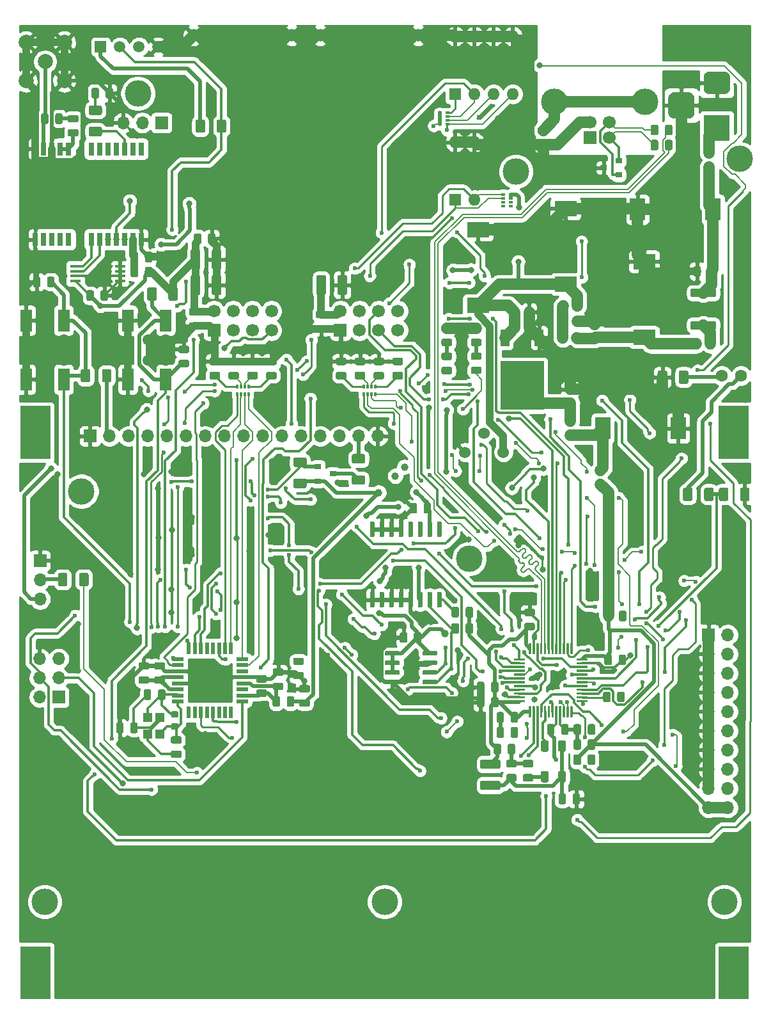
<source format=gbr>
G04 #@! TF.GenerationSoftware,KiCad,Pcbnew,(5.1.5)-3*
G04 #@! TF.CreationDate,2020-06-01T19:43:39+09:00*
G04 #@! TF.ProjectId,GPS___ ___ ver 1.1(__ __),47505370-7430-420a-91e0-302076657220,rev?*
G04 #@! TF.SameCoordinates,Original*
G04 #@! TF.FileFunction,Copper,L1,Top*
G04 #@! TF.FilePolarity,Positive*
%FSLAX46Y46*%
G04 Gerber Fmt 4.6, Leading zero omitted, Abs format (unit mm)*
G04 Created by KiCad (PCBNEW (5.1.5)-3) date 2020-06-01 19:43:39*
%MOMM*%
%LPD*%
G04 APERTURE LIST*
G04 #@! TA.AperFunction,SMDPad,CuDef*
%ADD10C,0.100000*%
G04 #@! TD*
G04 #@! TA.AperFunction,ComponentPad*
%ADD11C,3.500000*%
G04 #@! TD*
G04 #@! TA.AperFunction,SMDPad,CuDef*
%ADD12R,3.000000X2.000000*%
G04 #@! TD*
G04 #@! TA.AperFunction,ComponentPad*
%ADD13R,1.500000X1.500000*%
G04 #@! TD*
G04 #@! TA.AperFunction,ComponentPad*
%ADD14C,1.500000*%
G04 #@! TD*
G04 #@! TA.AperFunction,ComponentPad*
%ADD15R,1.700000X1.700000*%
G04 #@! TD*
G04 #@! TA.AperFunction,ComponentPad*
%ADD16C,1.700000*%
G04 #@! TD*
G04 #@! TA.AperFunction,ComponentPad*
%ADD17C,2.000000*%
G04 #@! TD*
G04 #@! TA.AperFunction,SMDPad,CuDef*
%ADD18R,2.000000X3.000000*%
G04 #@! TD*
G04 #@! TA.AperFunction,ComponentPad*
%ADD19O,1.700000X1.700000*%
G04 #@! TD*
G04 #@! TA.AperFunction,SMDPad,CuDef*
%ADD20R,0.900000X0.800000*%
G04 #@! TD*
G04 #@! TA.AperFunction,ComponentPad*
%ADD21R,3.500000X3.500000*%
G04 #@! TD*
G04 #@! TA.AperFunction,ComponentPad*
%ADD22C,0.100000*%
G04 #@! TD*
G04 #@! TA.AperFunction,SMDPad,CuDef*
%ADD23R,0.500000X0.400000*%
G04 #@! TD*
G04 #@! TA.AperFunction,SMDPad,CuDef*
%ADD24R,0.500000X0.300000*%
G04 #@! TD*
G04 #@! TA.AperFunction,SMDPad,CuDef*
%ADD25R,1.450000X0.450000*%
G04 #@! TD*
G04 #@! TA.AperFunction,ComponentPad*
%ADD26C,1.600000*%
G04 #@! TD*
G04 #@! TA.AperFunction,ComponentPad*
%ADD27C,1.524000*%
G04 #@! TD*
G04 #@! TA.AperFunction,ComponentPad*
%ADD28R,1.600000X1.600000*%
G04 #@! TD*
G04 #@! TA.AperFunction,ComponentPad*
%ADD29O,1.600000X1.600000*%
G04 #@! TD*
G04 #@! TA.AperFunction,SMDPad,CuDef*
%ADD30R,1.524000X3.000000*%
G04 #@! TD*
G04 #@! TA.AperFunction,SMDPad,CuDef*
%ADD31R,1.600000X0.550000*%
G04 #@! TD*
G04 #@! TA.AperFunction,SMDPad,CuDef*
%ADD32R,0.550000X1.600000*%
G04 #@! TD*
G04 #@! TA.AperFunction,SMDPad,CuDef*
%ADD33R,1.200000X2.200000*%
G04 #@! TD*
G04 #@! TA.AperFunction,SMDPad,CuDef*
%ADD34R,5.800000X6.400000*%
G04 #@! TD*
G04 #@! TA.AperFunction,SMDPad,CuDef*
%ADD35R,0.800000X1.800000*%
G04 #@! TD*
G04 #@! TA.AperFunction,ConnectorPad*
%ADD36R,0.800000X1.800000*%
G04 #@! TD*
G04 #@! TA.AperFunction,SMDPad,CuDef*
%ADD37R,1.150000X1.150000*%
G04 #@! TD*
G04 #@! TA.AperFunction,SMDPad,CuDef*
%ADD38R,0.400000X0.500000*%
G04 #@! TD*
G04 #@! TA.AperFunction,SMDPad,CuDef*
%ADD39R,0.300000X0.500000*%
G04 #@! TD*
G04 #@! TA.AperFunction,ViaPad*
%ADD40C,0.600000*%
G04 #@! TD*
G04 #@! TA.AperFunction,ViaPad*
%ADD41C,0.800000*%
G04 #@! TD*
G04 #@! TA.AperFunction,ViaPad*
%ADD42C,1.000000*%
G04 #@! TD*
G04 #@! TA.AperFunction,ViaPad*
%ADD43C,1.500000*%
G04 #@! TD*
G04 #@! TA.AperFunction,Conductor*
%ADD44C,1.500000*%
G04 #@! TD*
G04 #@! TA.AperFunction,Conductor*
%ADD45C,0.300000*%
G04 #@! TD*
G04 #@! TA.AperFunction,Conductor*
%ADD46C,0.500000*%
G04 #@! TD*
G04 #@! TA.AperFunction,Conductor*
%ADD47C,1.000000*%
G04 #@! TD*
G04 #@! TA.AperFunction,Conductor*
%ADD48C,0.250000*%
G04 #@! TD*
G04 #@! TA.AperFunction,Conductor*
%ADD49C,0.200000*%
G04 #@! TD*
G04 #@! TA.AperFunction,Conductor*
%ADD50C,0.254000*%
G04 #@! TD*
G04 APERTURE END LIST*
G04 #@! TA.AperFunction,SMDPad,CuDef*
D10*
G04 #@! TO.P,FB1,1*
G04 #@! TO.N,Net-(FB1-Pad1)*
G36*
X185112742Y-43628154D02*
G01*
X185136403Y-43631664D01*
X185159607Y-43637476D01*
X185182129Y-43645534D01*
X185203753Y-43655762D01*
X185224270Y-43668059D01*
X185243483Y-43682309D01*
X185261207Y-43698373D01*
X185277271Y-43716097D01*
X185291521Y-43735310D01*
X185303818Y-43755827D01*
X185314046Y-43777451D01*
X185322104Y-43799973D01*
X185327916Y-43823177D01*
X185331426Y-43846838D01*
X185332600Y-43870730D01*
X185332600Y-44358230D01*
X185331426Y-44382122D01*
X185327916Y-44405783D01*
X185322104Y-44428987D01*
X185314046Y-44451509D01*
X185303818Y-44473133D01*
X185291521Y-44493650D01*
X185277271Y-44512863D01*
X185261207Y-44530587D01*
X185243483Y-44546651D01*
X185224270Y-44560901D01*
X185203753Y-44573198D01*
X185182129Y-44583426D01*
X185159607Y-44591484D01*
X185136403Y-44597296D01*
X185112742Y-44600806D01*
X185088850Y-44601980D01*
X184176350Y-44601980D01*
X184152458Y-44600806D01*
X184128797Y-44597296D01*
X184105593Y-44591484D01*
X184083071Y-44583426D01*
X184061447Y-44573198D01*
X184040930Y-44560901D01*
X184021717Y-44546651D01*
X184003993Y-44530587D01*
X183987929Y-44512863D01*
X183973679Y-44493650D01*
X183961382Y-44473133D01*
X183951154Y-44451509D01*
X183943096Y-44428987D01*
X183937284Y-44405783D01*
X183933774Y-44382122D01*
X183932600Y-44358230D01*
X183932600Y-43870730D01*
X183933774Y-43846838D01*
X183937284Y-43823177D01*
X183943096Y-43799973D01*
X183951154Y-43777451D01*
X183961382Y-43755827D01*
X183973679Y-43735310D01*
X183987929Y-43716097D01*
X184003993Y-43698373D01*
X184021717Y-43682309D01*
X184040930Y-43668059D01*
X184061447Y-43655762D01*
X184083071Y-43645534D01*
X184105593Y-43637476D01*
X184128797Y-43631664D01*
X184152458Y-43628154D01*
X184176350Y-43626980D01*
X185088850Y-43626980D01*
X185112742Y-43628154D01*
G37*
G04 #@! TD.AperFunction*
G04 #@! TA.AperFunction,SMDPad,CuDef*
G04 #@! TO.P,FB1,2*
G04 #@! TO.N,VIN*
G36*
X185112742Y-45503154D02*
G01*
X185136403Y-45506664D01*
X185159607Y-45512476D01*
X185182129Y-45520534D01*
X185203753Y-45530762D01*
X185224270Y-45543059D01*
X185243483Y-45557309D01*
X185261207Y-45573373D01*
X185277271Y-45591097D01*
X185291521Y-45610310D01*
X185303818Y-45630827D01*
X185314046Y-45652451D01*
X185322104Y-45674973D01*
X185327916Y-45698177D01*
X185331426Y-45721838D01*
X185332600Y-45745730D01*
X185332600Y-46233230D01*
X185331426Y-46257122D01*
X185327916Y-46280783D01*
X185322104Y-46303987D01*
X185314046Y-46326509D01*
X185303818Y-46348133D01*
X185291521Y-46368650D01*
X185277271Y-46387863D01*
X185261207Y-46405587D01*
X185243483Y-46421651D01*
X185224270Y-46435901D01*
X185203753Y-46448198D01*
X185182129Y-46458426D01*
X185159607Y-46466484D01*
X185136403Y-46472296D01*
X185112742Y-46475806D01*
X185088850Y-46476980D01*
X184176350Y-46476980D01*
X184152458Y-46475806D01*
X184128797Y-46472296D01*
X184105593Y-46466484D01*
X184083071Y-46458426D01*
X184061447Y-46448198D01*
X184040930Y-46435901D01*
X184021717Y-46421651D01*
X184003993Y-46405587D01*
X183987929Y-46387863D01*
X183973679Y-46368650D01*
X183961382Y-46348133D01*
X183951154Y-46326509D01*
X183943096Y-46303987D01*
X183937284Y-46280783D01*
X183933774Y-46257122D01*
X183932600Y-46233230D01*
X183932600Y-45745730D01*
X183933774Y-45721838D01*
X183937284Y-45698177D01*
X183943096Y-45674973D01*
X183951154Y-45652451D01*
X183961382Y-45630827D01*
X183973679Y-45610310D01*
X183987929Y-45591097D01*
X184003993Y-45573373D01*
X184021717Y-45557309D01*
X184040930Y-45543059D01*
X184061447Y-45530762D01*
X184083071Y-45520534D01*
X184105593Y-45512476D01*
X184128797Y-45506664D01*
X184152458Y-45503154D01*
X184176350Y-45501980D01*
X185088850Y-45501980D01*
X185112742Y-45503154D01*
G37*
G04 #@! TD.AperFunction*
G04 #@! TD*
D11*
G04 #@! TO.P, ,1*
G04 #@! TO.N,N/C*
X152880000Y-97760000D03*
G04 #@! TD*
G04 #@! TO.P, ,1*
G04 #@! TO.N,N/C*
X188650000Y-44880000D03*
G04 #@! TD*
D12*
G04 #@! TO.P,C16,2*
G04 #@! TO.N,GND*
X165622000Y-51466000D03*
G04 #@! TO.P,C16,1*
G04 #@! TO.N,+5V*
X165622000Y-61466000D03*
G04 #@! TD*
D11*
G04 #@! TO.P, ,1*
G04 #@! TO.N,N/C*
X159050000Y-46560000D03*
G04 #@! TD*
G04 #@! TO.P, ,1*
G04 #@! TO.N,N/C*
X101500000Y-88860000D03*
G04 #@! TD*
G04 #@! TO.P, ,1*
G04 #@! TO.N,N/C*
X141650000Y-143160000D03*
G04 #@! TD*
G04 #@! TO.P, ,1*
G04 #@! TO.N,N/C*
X108975000Y-36235000D03*
G04 #@! TD*
G04 #@! TO.P, ,1*
G04 #@! TO.N,N/C*
X186650000Y-143160000D03*
G04 #@! TD*
G04 #@! TO.P, ,1*
G04 #@! TO.N,N/C*
X96650000Y-143160000D03*
G04 #@! TD*
D13*
G04 #@! TO.P,U2,1*
G04 #@! TO.N,+5V*
X104050000Y-30060000D03*
D14*
G04 #@! TO.P,U2,2*
G04 #@! TO.N,ADHT22*
X106590000Y-30060000D03*
G04 #@! TO.P,U2,3*
G04 #@! TO.N,Net-(U2-Pad3)*
X109130000Y-30060000D03*
G04 #@! TO.P,U2,4*
G04 #@! TO.N,GND*
X111670000Y-30060000D03*
G04 #@! TD*
G04 #@! TA.AperFunction,SMDPad,CuDef*
D10*
G04 #@! TO.P,U6,1*
G04 #@! TO.N,+3V3*
G36*
X160982351Y-117285361D02*
G01*
X160989632Y-117286441D01*
X160996771Y-117288229D01*
X161003701Y-117290709D01*
X161010355Y-117293856D01*
X161016668Y-117297640D01*
X161022579Y-117302024D01*
X161028033Y-117306967D01*
X161032976Y-117312421D01*
X161037360Y-117318332D01*
X161041144Y-117324645D01*
X161044291Y-117331299D01*
X161046771Y-117338229D01*
X161048559Y-117345368D01*
X161049639Y-117352649D01*
X161050000Y-117360000D01*
X161050000Y-118685000D01*
X161049639Y-118692351D01*
X161048559Y-118699632D01*
X161046771Y-118706771D01*
X161044291Y-118713701D01*
X161041144Y-118720355D01*
X161037360Y-118726668D01*
X161032976Y-118732579D01*
X161028033Y-118738033D01*
X161022579Y-118742976D01*
X161016668Y-118747360D01*
X161010355Y-118751144D01*
X161003701Y-118754291D01*
X160996771Y-118756771D01*
X160989632Y-118758559D01*
X160982351Y-118759639D01*
X160975000Y-118760000D01*
X160825000Y-118760000D01*
X160817649Y-118759639D01*
X160810368Y-118758559D01*
X160803229Y-118756771D01*
X160796299Y-118754291D01*
X160789645Y-118751144D01*
X160783332Y-118747360D01*
X160777421Y-118742976D01*
X160771967Y-118738033D01*
X160767024Y-118732579D01*
X160762640Y-118726668D01*
X160758856Y-118720355D01*
X160755709Y-118713701D01*
X160753229Y-118706771D01*
X160751441Y-118699632D01*
X160750361Y-118692351D01*
X160750000Y-118685000D01*
X160750000Y-117360000D01*
X160750361Y-117352649D01*
X160751441Y-117345368D01*
X160753229Y-117338229D01*
X160755709Y-117331299D01*
X160758856Y-117324645D01*
X160762640Y-117318332D01*
X160767024Y-117312421D01*
X160771967Y-117306967D01*
X160777421Y-117302024D01*
X160783332Y-117297640D01*
X160789645Y-117293856D01*
X160796299Y-117290709D01*
X160803229Y-117288229D01*
X160810368Y-117286441D01*
X160817649Y-117285361D01*
X160825000Y-117285000D01*
X160975000Y-117285000D01*
X160982351Y-117285361D01*
G37*
G04 #@! TD.AperFunction*
G04 #@! TA.AperFunction,SMDPad,CuDef*
G04 #@! TO.P,U6,2*
G04 #@! TO.N,D4*
G36*
X161482351Y-117285361D02*
G01*
X161489632Y-117286441D01*
X161496771Y-117288229D01*
X161503701Y-117290709D01*
X161510355Y-117293856D01*
X161516668Y-117297640D01*
X161522579Y-117302024D01*
X161528033Y-117306967D01*
X161532976Y-117312421D01*
X161537360Y-117318332D01*
X161541144Y-117324645D01*
X161544291Y-117331299D01*
X161546771Y-117338229D01*
X161548559Y-117345368D01*
X161549639Y-117352649D01*
X161550000Y-117360000D01*
X161550000Y-118685000D01*
X161549639Y-118692351D01*
X161548559Y-118699632D01*
X161546771Y-118706771D01*
X161544291Y-118713701D01*
X161541144Y-118720355D01*
X161537360Y-118726668D01*
X161532976Y-118732579D01*
X161528033Y-118738033D01*
X161522579Y-118742976D01*
X161516668Y-118747360D01*
X161510355Y-118751144D01*
X161503701Y-118754291D01*
X161496771Y-118756771D01*
X161489632Y-118758559D01*
X161482351Y-118759639D01*
X161475000Y-118760000D01*
X161325000Y-118760000D01*
X161317649Y-118759639D01*
X161310368Y-118758559D01*
X161303229Y-118756771D01*
X161296299Y-118754291D01*
X161289645Y-118751144D01*
X161283332Y-118747360D01*
X161277421Y-118742976D01*
X161271967Y-118738033D01*
X161267024Y-118732579D01*
X161262640Y-118726668D01*
X161258856Y-118720355D01*
X161255709Y-118713701D01*
X161253229Y-118706771D01*
X161251441Y-118699632D01*
X161250361Y-118692351D01*
X161250000Y-118685000D01*
X161250000Y-117360000D01*
X161250361Y-117352649D01*
X161251441Y-117345368D01*
X161253229Y-117338229D01*
X161255709Y-117331299D01*
X161258856Y-117324645D01*
X161262640Y-117318332D01*
X161267024Y-117312421D01*
X161271967Y-117306967D01*
X161277421Y-117302024D01*
X161283332Y-117297640D01*
X161289645Y-117293856D01*
X161296299Y-117290709D01*
X161303229Y-117288229D01*
X161310368Y-117286441D01*
X161317649Y-117285361D01*
X161325000Y-117285000D01*
X161475000Y-117285000D01*
X161482351Y-117285361D01*
G37*
G04 #@! TD.AperFunction*
G04 #@! TA.AperFunction,SMDPad,CuDef*
G04 #@! TO.P,U6,3*
G04 #@! TO.N,EN*
G36*
X161982351Y-117285361D02*
G01*
X161989632Y-117286441D01*
X161996771Y-117288229D01*
X162003701Y-117290709D01*
X162010355Y-117293856D01*
X162016668Y-117297640D01*
X162022579Y-117302024D01*
X162028033Y-117306967D01*
X162032976Y-117312421D01*
X162037360Y-117318332D01*
X162041144Y-117324645D01*
X162044291Y-117331299D01*
X162046771Y-117338229D01*
X162048559Y-117345368D01*
X162049639Y-117352649D01*
X162050000Y-117360000D01*
X162050000Y-118685000D01*
X162049639Y-118692351D01*
X162048559Y-118699632D01*
X162046771Y-118706771D01*
X162044291Y-118713701D01*
X162041144Y-118720355D01*
X162037360Y-118726668D01*
X162032976Y-118732579D01*
X162028033Y-118738033D01*
X162022579Y-118742976D01*
X162016668Y-118747360D01*
X162010355Y-118751144D01*
X162003701Y-118754291D01*
X161996771Y-118756771D01*
X161989632Y-118758559D01*
X161982351Y-118759639D01*
X161975000Y-118760000D01*
X161825000Y-118760000D01*
X161817649Y-118759639D01*
X161810368Y-118758559D01*
X161803229Y-118756771D01*
X161796299Y-118754291D01*
X161789645Y-118751144D01*
X161783332Y-118747360D01*
X161777421Y-118742976D01*
X161771967Y-118738033D01*
X161767024Y-118732579D01*
X161762640Y-118726668D01*
X161758856Y-118720355D01*
X161755709Y-118713701D01*
X161753229Y-118706771D01*
X161751441Y-118699632D01*
X161750361Y-118692351D01*
X161750000Y-118685000D01*
X161750000Y-117360000D01*
X161750361Y-117352649D01*
X161751441Y-117345368D01*
X161753229Y-117338229D01*
X161755709Y-117331299D01*
X161758856Y-117324645D01*
X161762640Y-117318332D01*
X161767024Y-117312421D01*
X161771967Y-117306967D01*
X161777421Y-117302024D01*
X161783332Y-117297640D01*
X161789645Y-117293856D01*
X161796299Y-117290709D01*
X161803229Y-117288229D01*
X161810368Y-117286441D01*
X161817649Y-117285361D01*
X161825000Y-117285000D01*
X161975000Y-117285000D01*
X161982351Y-117285361D01*
G37*
G04 #@! TD.AperFunction*
G04 #@! TA.AperFunction,SMDPad,CuDef*
G04 #@! TO.P,U6,4*
G04 #@! TO.N,RS*
G36*
X162482351Y-117285361D02*
G01*
X162489632Y-117286441D01*
X162496771Y-117288229D01*
X162503701Y-117290709D01*
X162510355Y-117293856D01*
X162516668Y-117297640D01*
X162522579Y-117302024D01*
X162528033Y-117306967D01*
X162532976Y-117312421D01*
X162537360Y-117318332D01*
X162541144Y-117324645D01*
X162544291Y-117331299D01*
X162546771Y-117338229D01*
X162548559Y-117345368D01*
X162549639Y-117352649D01*
X162550000Y-117360000D01*
X162550000Y-118685000D01*
X162549639Y-118692351D01*
X162548559Y-118699632D01*
X162546771Y-118706771D01*
X162544291Y-118713701D01*
X162541144Y-118720355D01*
X162537360Y-118726668D01*
X162532976Y-118732579D01*
X162528033Y-118738033D01*
X162522579Y-118742976D01*
X162516668Y-118747360D01*
X162510355Y-118751144D01*
X162503701Y-118754291D01*
X162496771Y-118756771D01*
X162489632Y-118758559D01*
X162482351Y-118759639D01*
X162475000Y-118760000D01*
X162325000Y-118760000D01*
X162317649Y-118759639D01*
X162310368Y-118758559D01*
X162303229Y-118756771D01*
X162296299Y-118754291D01*
X162289645Y-118751144D01*
X162283332Y-118747360D01*
X162277421Y-118742976D01*
X162271967Y-118738033D01*
X162267024Y-118732579D01*
X162262640Y-118726668D01*
X162258856Y-118720355D01*
X162255709Y-118713701D01*
X162253229Y-118706771D01*
X162251441Y-118699632D01*
X162250361Y-118692351D01*
X162250000Y-118685000D01*
X162250000Y-117360000D01*
X162250361Y-117352649D01*
X162251441Y-117345368D01*
X162253229Y-117338229D01*
X162255709Y-117331299D01*
X162258856Y-117324645D01*
X162262640Y-117318332D01*
X162267024Y-117312421D01*
X162271967Y-117306967D01*
X162277421Y-117302024D01*
X162283332Y-117297640D01*
X162289645Y-117293856D01*
X162296299Y-117290709D01*
X162303229Y-117288229D01*
X162310368Y-117286441D01*
X162317649Y-117285361D01*
X162325000Y-117285000D01*
X162475000Y-117285000D01*
X162482351Y-117285361D01*
G37*
G04 #@! TD.AperFunction*
G04 #@! TA.AperFunction,SMDPad,CuDef*
G04 #@! TO.P,U6,5*
G04 #@! TO.N,RCC_OSC_IN*
G36*
X162982351Y-117285361D02*
G01*
X162989632Y-117286441D01*
X162996771Y-117288229D01*
X163003701Y-117290709D01*
X163010355Y-117293856D01*
X163016668Y-117297640D01*
X163022579Y-117302024D01*
X163028033Y-117306967D01*
X163032976Y-117312421D01*
X163037360Y-117318332D01*
X163041144Y-117324645D01*
X163044291Y-117331299D01*
X163046771Y-117338229D01*
X163048559Y-117345368D01*
X163049639Y-117352649D01*
X163050000Y-117360000D01*
X163050000Y-118685000D01*
X163049639Y-118692351D01*
X163048559Y-118699632D01*
X163046771Y-118706771D01*
X163044291Y-118713701D01*
X163041144Y-118720355D01*
X163037360Y-118726668D01*
X163032976Y-118732579D01*
X163028033Y-118738033D01*
X163022579Y-118742976D01*
X163016668Y-118747360D01*
X163010355Y-118751144D01*
X163003701Y-118754291D01*
X162996771Y-118756771D01*
X162989632Y-118758559D01*
X162982351Y-118759639D01*
X162975000Y-118760000D01*
X162825000Y-118760000D01*
X162817649Y-118759639D01*
X162810368Y-118758559D01*
X162803229Y-118756771D01*
X162796299Y-118754291D01*
X162789645Y-118751144D01*
X162783332Y-118747360D01*
X162777421Y-118742976D01*
X162771967Y-118738033D01*
X162767024Y-118732579D01*
X162762640Y-118726668D01*
X162758856Y-118720355D01*
X162755709Y-118713701D01*
X162753229Y-118706771D01*
X162751441Y-118699632D01*
X162750361Y-118692351D01*
X162750000Y-118685000D01*
X162750000Y-117360000D01*
X162750361Y-117352649D01*
X162751441Y-117345368D01*
X162753229Y-117338229D01*
X162755709Y-117331299D01*
X162758856Y-117324645D01*
X162762640Y-117318332D01*
X162767024Y-117312421D01*
X162771967Y-117306967D01*
X162777421Y-117302024D01*
X162783332Y-117297640D01*
X162789645Y-117293856D01*
X162796299Y-117290709D01*
X162803229Y-117288229D01*
X162810368Y-117286441D01*
X162817649Y-117285361D01*
X162825000Y-117285000D01*
X162975000Y-117285000D01*
X162982351Y-117285361D01*
G37*
G04 #@! TD.AperFunction*
G04 #@! TA.AperFunction,SMDPad,CuDef*
G04 #@! TO.P,U6,6*
G04 #@! TO.N,RCC_OSC_OUT*
G36*
X163482351Y-117285361D02*
G01*
X163489632Y-117286441D01*
X163496771Y-117288229D01*
X163503701Y-117290709D01*
X163510355Y-117293856D01*
X163516668Y-117297640D01*
X163522579Y-117302024D01*
X163528033Y-117306967D01*
X163532976Y-117312421D01*
X163537360Y-117318332D01*
X163541144Y-117324645D01*
X163544291Y-117331299D01*
X163546771Y-117338229D01*
X163548559Y-117345368D01*
X163549639Y-117352649D01*
X163550000Y-117360000D01*
X163550000Y-118685000D01*
X163549639Y-118692351D01*
X163548559Y-118699632D01*
X163546771Y-118706771D01*
X163544291Y-118713701D01*
X163541144Y-118720355D01*
X163537360Y-118726668D01*
X163532976Y-118732579D01*
X163528033Y-118738033D01*
X163522579Y-118742976D01*
X163516668Y-118747360D01*
X163510355Y-118751144D01*
X163503701Y-118754291D01*
X163496771Y-118756771D01*
X163489632Y-118758559D01*
X163482351Y-118759639D01*
X163475000Y-118760000D01*
X163325000Y-118760000D01*
X163317649Y-118759639D01*
X163310368Y-118758559D01*
X163303229Y-118756771D01*
X163296299Y-118754291D01*
X163289645Y-118751144D01*
X163283332Y-118747360D01*
X163277421Y-118742976D01*
X163271967Y-118738033D01*
X163267024Y-118732579D01*
X163262640Y-118726668D01*
X163258856Y-118720355D01*
X163255709Y-118713701D01*
X163253229Y-118706771D01*
X163251441Y-118699632D01*
X163250361Y-118692351D01*
X163250000Y-118685000D01*
X163250000Y-117360000D01*
X163250361Y-117352649D01*
X163251441Y-117345368D01*
X163253229Y-117338229D01*
X163255709Y-117331299D01*
X163258856Y-117324645D01*
X163262640Y-117318332D01*
X163267024Y-117312421D01*
X163271967Y-117306967D01*
X163277421Y-117302024D01*
X163283332Y-117297640D01*
X163289645Y-117293856D01*
X163296299Y-117290709D01*
X163303229Y-117288229D01*
X163310368Y-117286441D01*
X163317649Y-117285361D01*
X163325000Y-117285000D01*
X163475000Y-117285000D01*
X163482351Y-117285361D01*
G37*
G04 #@! TD.AperFunction*
G04 #@! TA.AperFunction,SMDPad,CuDef*
G04 #@! TO.P,U6,7*
G04 #@! TO.N,Reset*
G36*
X163982351Y-117285361D02*
G01*
X163989632Y-117286441D01*
X163996771Y-117288229D01*
X164003701Y-117290709D01*
X164010355Y-117293856D01*
X164016668Y-117297640D01*
X164022579Y-117302024D01*
X164028033Y-117306967D01*
X164032976Y-117312421D01*
X164037360Y-117318332D01*
X164041144Y-117324645D01*
X164044291Y-117331299D01*
X164046771Y-117338229D01*
X164048559Y-117345368D01*
X164049639Y-117352649D01*
X164050000Y-117360000D01*
X164050000Y-118685000D01*
X164049639Y-118692351D01*
X164048559Y-118699632D01*
X164046771Y-118706771D01*
X164044291Y-118713701D01*
X164041144Y-118720355D01*
X164037360Y-118726668D01*
X164032976Y-118732579D01*
X164028033Y-118738033D01*
X164022579Y-118742976D01*
X164016668Y-118747360D01*
X164010355Y-118751144D01*
X164003701Y-118754291D01*
X163996771Y-118756771D01*
X163989632Y-118758559D01*
X163982351Y-118759639D01*
X163975000Y-118760000D01*
X163825000Y-118760000D01*
X163817649Y-118759639D01*
X163810368Y-118758559D01*
X163803229Y-118756771D01*
X163796299Y-118754291D01*
X163789645Y-118751144D01*
X163783332Y-118747360D01*
X163777421Y-118742976D01*
X163771967Y-118738033D01*
X163767024Y-118732579D01*
X163762640Y-118726668D01*
X163758856Y-118720355D01*
X163755709Y-118713701D01*
X163753229Y-118706771D01*
X163751441Y-118699632D01*
X163750361Y-118692351D01*
X163750000Y-118685000D01*
X163750000Y-117360000D01*
X163750361Y-117352649D01*
X163751441Y-117345368D01*
X163753229Y-117338229D01*
X163755709Y-117331299D01*
X163758856Y-117324645D01*
X163762640Y-117318332D01*
X163767024Y-117312421D01*
X163771967Y-117306967D01*
X163777421Y-117302024D01*
X163783332Y-117297640D01*
X163789645Y-117293856D01*
X163796299Y-117290709D01*
X163803229Y-117288229D01*
X163810368Y-117286441D01*
X163817649Y-117285361D01*
X163825000Y-117285000D01*
X163975000Y-117285000D01*
X163982351Y-117285361D01*
G37*
G04 #@! TD.AperFunction*
G04 #@! TA.AperFunction,SMDPad,CuDef*
G04 #@! TO.P,U6,8*
G04 #@! TO.N,GNDA*
G36*
X164482351Y-117285361D02*
G01*
X164489632Y-117286441D01*
X164496771Y-117288229D01*
X164503701Y-117290709D01*
X164510355Y-117293856D01*
X164516668Y-117297640D01*
X164522579Y-117302024D01*
X164528033Y-117306967D01*
X164532976Y-117312421D01*
X164537360Y-117318332D01*
X164541144Y-117324645D01*
X164544291Y-117331299D01*
X164546771Y-117338229D01*
X164548559Y-117345368D01*
X164549639Y-117352649D01*
X164550000Y-117360000D01*
X164550000Y-118685000D01*
X164549639Y-118692351D01*
X164548559Y-118699632D01*
X164546771Y-118706771D01*
X164544291Y-118713701D01*
X164541144Y-118720355D01*
X164537360Y-118726668D01*
X164532976Y-118732579D01*
X164528033Y-118738033D01*
X164522579Y-118742976D01*
X164516668Y-118747360D01*
X164510355Y-118751144D01*
X164503701Y-118754291D01*
X164496771Y-118756771D01*
X164489632Y-118758559D01*
X164482351Y-118759639D01*
X164475000Y-118760000D01*
X164325000Y-118760000D01*
X164317649Y-118759639D01*
X164310368Y-118758559D01*
X164303229Y-118756771D01*
X164296299Y-118754291D01*
X164289645Y-118751144D01*
X164283332Y-118747360D01*
X164277421Y-118742976D01*
X164271967Y-118738033D01*
X164267024Y-118732579D01*
X164262640Y-118726668D01*
X164258856Y-118720355D01*
X164255709Y-118713701D01*
X164253229Y-118706771D01*
X164251441Y-118699632D01*
X164250361Y-118692351D01*
X164250000Y-118685000D01*
X164250000Y-117360000D01*
X164250361Y-117352649D01*
X164251441Y-117345368D01*
X164253229Y-117338229D01*
X164255709Y-117331299D01*
X164258856Y-117324645D01*
X164262640Y-117318332D01*
X164267024Y-117312421D01*
X164271967Y-117306967D01*
X164277421Y-117302024D01*
X164283332Y-117297640D01*
X164289645Y-117293856D01*
X164296299Y-117290709D01*
X164303229Y-117288229D01*
X164310368Y-117286441D01*
X164317649Y-117285361D01*
X164325000Y-117285000D01*
X164475000Y-117285000D01*
X164482351Y-117285361D01*
G37*
G04 #@! TD.AperFunction*
G04 #@! TA.AperFunction,SMDPad,CuDef*
G04 #@! TO.P,U6,9*
G04 #@! TO.N,Net-(C30-Pad1)*
G36*
X164982351Y-117285361D02*
G01*
X164989632Y-117286441D01*
X164996771Y-117288229D01*
X165003701Y-117290709D01*
X165010355Y-117293856D01*
X165016668Y-117297640D01*
X165022579Y-117302024D01*
X165028033Y-117306967D01*
X165032976Y-117312421D01*
X165037360Y-117318332D01*
X165041144Y-117324645D01*
X165044291Y-117331299D01*
X165046771Y-117338229D01*
X165048559Y-117345368D01*
X165049639Y-117352649D01*
X165050000Y-117360000D01*
X165050000Y-118685000D01*
X165049639Y-118692351D01*
X165048559Y-118699632D01*
X165046771Y-118706771D01*
X165044291Y-118713701D01*
X165041144Y-118720355D01*
X165037360Y-118726668D01*
X165032976Y-118732579D01*
X165028033Y-118738033D01*
X165022579Y-118742976D01*
X165016668Y-118747360D01*
X165010355Y-118751144D01*
X165003701Y-118754291D01*
X164996771Y-118756771D01*
X164989632Y-118758559D01*
X164982351Y-118759639D01*
X164975000Y-118760000D01*
X164825000Y-118760000D01*
X164817649Y-118759639D01*
X164810368Y-118758559D01*
X164803229Y-118756771D01*
X164796299Y-118754291D01*
X164789645Y-118751144D01*
X164783332Y-118747360D01*
X164777421Y-118742976D01*
X164771967Y-118738033D01*
X164767024Y-118732579D01*
X164762640Y-118726668D01*
X164758856Y-118720355D01*
X164755709Y-118713701D01*
X164753229Y-118706771D01*
X164751441Y-118699632D01*
X164750361Y-118692351D01*
X164750000Y-118685000D01*
X164750000Y-117360000D01*
X164750361Y-117352649D01*
X164751441Y-117345368D01*
X164753229Y-117338229D01*
X164755709Y-117331299D01*
X164758856Y-117324645D01*
X164762640Y-117318332D01*
X164767024Y-117312421D01*
X164771967Y-117306967D01*
X164777421Y-117302024D01*
X164783332Y-117297640D01*
X164789645Y-117293856D01*
X164796299Y-117290709D01*
X164803229Y-117288229D01*
X164810368Y-117286441D01*
X164817649Y-117285361D01*
X164825000Y-117285000D01*
X164975000Y-117285000D01*
X164982351Y-117285361D01*
G37*
G04 #@! TD.AperFunction*
G04 #@! TA.AperFunction,SMDPad,CuDef*
G04 #@! TO.P,U6,10*
G04 #@! TO.N,HIGH*
G36*
X165482351Y-117285361D02*
G01*
X165489632Y-117286441D01*
X165496771Y-117288229D01*
X165503701Y-117290709D01*
X165510355Y-117293856D01*
X165516668Y-117297640D01*
X165522579Y-117302024D01*
X165528033Y-117306967D01*
X165532976Y-117312421D01*
X165537360Y-117318332D01*
X165541144Y-117324645D01*
X165544291Y-117331299D01*
X165546771Y-117338229D01*
X165548559Y-117345368D01*
X165549639Y-117352649D01*
X165550000Y-117360000D01*
X165550000Y-118685000D01*
X165549639Y-118692351D01*
X165548559Y-118699632D01*
X165546771Y-118706771D01*
X165544291Y-118713701D01*
X165541144Y-118720355D01*
X165537360Y-118726668D01*
X165532976Y-118732579D01*
X165528033Y-118738033D01*
X165522579Y-118742976D01*
X165516668Y-118747360D01*
X165510355Y-118751144D01*
X165503701Y-118754291D01*
X165496771Y-118756771D01*
X165489632Y-118758559D01*
X165482351Y-118759639D01*
X165475000Y-118760000D01*
X165325000Y-118760000D01*
X165317649Y-118759639D01*
X165310368Y-118758559D01*
X165303229Y-118756771D01*
X165296299Y-118754291D01*
X165289645Y-118751144D01*
X165283332Y-118747360D01*
X165277421Y-118742976D01*
X165271967Y-118738033D01*
X165267024Y-118732579D01*
X165262640Y-118726668D01*
X165258856Y-118720355D01*
X165255709Y-118713701D01*
X165253229Y-118706771D01*
X165251441Y-118699632D01*
X165250361Y-118692351D01*
X165250000Y-118685000D01*
X165250000Y-117360000D01*
X165250361Y-117352649D01*
X165251441Y-117345368D01*
X165253229Y-117338229D01*
X165255709Y-117331299D01*
X165258856Y-117324645D01*
X165262640Y-117318332D01*
X165267024Y-117312421D01*
X165271967Y-117306967D01*
X165277421Y-117302024D01*
X165283332Y-117297640D01*
X165289645Y-117293856D01*
X165296299Y-117290709D01*
X165303229Y-117288229D01*
X165310368Y-117286441D01*
X165317649Y-117285361D01*
X165325000Y-117285000D01*
X165475000Y-117285000D01*
X165482351Y-117285361D01*
G37*
G04 #@! TD.AperFunction*
G04 #@! TA.AperFunction,SMDPad,CuDef*
G04 #@! TO.P,U6,11*
G04 #@! TO.N,LOW*
G36*
X165982351Y-117285361D02*
G01*
X165989632Y-117286441D01*
X165996771Y-117288229D01*
X166003701Y-117290709D01*
X166010355Y-117293856D01*
X166016668Y-117297640D01*
X166022579Y-117302024D01*
X166028033Y-117306967D01*
X166032976Y-117312421D01*
X166037360Y-117318332D01*
X166041144Y-117324645D01*
X166044291Y-117331299D01*
X166046771Y-117338229D01*
X166048559Y-117345368D01*
X166049639Y-117352649D01*
X166050000Y-117360000D01*
X166050000Y-118685000D01*
X166049639Y-118692351D01*
X166048559Y-118699632D01*
X166046771Y-118706771D01*
X166044291Y-118713701D01*
X166041144Y-118720355D01*
X166037360Y-118726668D01*
X166032976Y-118732579D01*
X166028033Y-118738033D01*
X166022579Y-118742976D01*
X166016668Y-118747360D01*
X166010355Y-118751144D01*
X166003701Y-118754291D01*
X165996771Y-118756771D01*
X165989632Y-118758559D01*
X165982351Y-118759639D01*
X165975000Y-118760000D01*
X165825000Y-118760000D01*
X165817649Y-118759639D01*
X165810368Y-118758559D01*
X165803229Y-118756771D01*
X165796299Y-118754291D01*
X165789645Y-118751144D01*
X165783332Y-118747360D01*
X165777421Y-118742976D01*
X165771967Y-118738033D01*
X165767024Y-118732579D01*
X165762640Y-118726668D01*
X165758856Y-118720355D01*
X165755709Y-118713701D01*
X165753229Y-118706771D01*
X165751441Y-118699632D01*
X165750361Y-118692351D01*
X165750000Y-118685000D01*
X165750000Y-117360000D01*
X165750361Y-117352649D01*
X165751441Y-117345368D01*
X165753229Y-117338229D01*
X165755709Y-117331299D01*
X165758856Y-117324645D01*
X165762640Y-117318332D01*
X165767024Y-117312421D01*
X165771967Y-117306967D01*
X165777421Y-117302024D01*
X165783332Y-117297640D01*
X165789645Y-117293856D01*
X165796299Y-117290709D01*
X165803229Y-117288229D01*
X165810368Y-117286441D01*
X165817649Y-117285361D01*
X165825000Y-117285000D01*
X165975000Y-117285000D01*
X165982351Y-117285361D01*
G37*
G04 #@! TD.AperFunction*
G04 #@! TA.AperFunction,SMDPad,CuDef*
G04 #@! TO.P,U6,12*
G04 #@! TO.N,MIN*
G36*
X166482351Y-117285361D02*
G01*
X166489632Y-117286441D01*
X166496771Y-117288229D01*
X166503701Y-117290709D01*
X166510355Y-117293856D01*
X166516668Y-117297640D01*
X166522579Y-117302024D01*
X166528033Y-117306967D01*
X166532976Y-117312421D01*
X166537360Y-117318332D01*
X166541144Y-117324645D01*
X166544291Y-117331299D01*
X166546771Y-117338229D01*
X166548559Y-117345368D01*
X166549639Y-117352649D01*
X166550000Y-117360000D01*
X166550000Y-118685000D01*
X166549639Y-118692351D01*
X166548559Y-118699632D01*
X166546771Y-118706771D01*
X166544291Y-118713701D01*
X166541144Y-118720355D01*
X166537360Y-118726668D01*
X166532976Y-118732579D01*
X166528033Y-118738033D01*
X166522579Y-118742976D01*
X166516668Y-118747360D01*
X166510355Y-118751144D01*
X166503701Y-118754291D01*
X166496771Y-118756771D01*
X166489632Y-118758559D01*
X166482351Y-118759639D01*
X166475000Y-118760000D01*
X166325000Y-118760000D01*
X166317649Y-118759639D01*
X166310368Y-118758559D01*
X166303229Y-118756771D01*
X166296299Y-118754291D01*
X166289645Y-118751144D01*
X166283332Y-118747360D01*
X166277421Y-118742976D01*
X166271967Y-118738033D01*
X166267024Y-118732579D01*
X166262640Y-118726668D01*
X166258856Y-118720355D01*
X166255709Y-118713701D01*
X166253229Y-118706771D01*
X166251441Y-118699632D01*
X166250361Y-118692351D01*
X166250000Y-118685000D01*
X166250000Y-117360000D01*
X166250361Y-117352649D01*
X166251441Y-117345368D01*
X166253229Y-117338229D01*
X166255709Y-117331299D01*
X166258856Y-117324645D01*
X166262640Y-117318332D01*
X166267024Y-117312421D01*
X166271967Y-117306967D01*
X166277421Y-117302024D01*
X166283332Y-117297640D01*
X166289645Y-117293856D01*
X166296299Y-117290709D01*
X166303229Y-117288229D01*
X166310368Y-117286441D01*
X166317649Y-117285361D01*
X166325000Y-117285000D01*
X166475000Y-117285000D01*
X166482351Y-117285361D01*
G37*
G04 #@! TD.AperFunction*
G04 #@! TA.AperFunction,SMDPad,CuDef*
G04 #@! TO.P,U6,13*
G04 #@! TO.N,AUTO*
G36*
X168482351Y-116460361D02*
G01*
X168489632Y-116461441D01*
X168496771Y-116463229D01*
X168503701Y-116465709D01*
X168510355Y-116468856D01*
X168516668Y-116472640D01*
X168522579Y-116477024D01*
X168528033Y-116481967D01*
X168532976Y-116487421D01*
X168537360Y-116493332D01*
X168541144Y-116499645D01*
X168544291Y-116506299D01*
X168546771Y-116513229D01*
X168548559Y-116520368D01*
X168549639Y-116527649D01*
X168550000Y-116535000D01*
X168550000Y-116685000D01*
X168549639Y-116692351D01*
X168548559Y-116699632D01*
X168546771Y-116706771D01*
X168544291Y-116713701D01*
X168541144Y-116720355D01*
X168537360Y-116726668D01*
X168532976Y-116732579D01*
X168528033Y-116738033D01*
X168522579Y-116742976D01*
X168516668Y-116747360D01*
X168510355Y-116751144D01*
X168503701Y-116754291D01*
X168496771Y-116756771D01*
X168489632Y-116758559D01*
X168482351Y-116759639D01*
X168475000Y-116760000D01*
X167150000Y-116760000D01*
X167142649Y-116759639D01*
X167135368Y-116758559D01*
X167128229Y-116756771D01*
X167121299Y-116754291D01*
X167114645Y-116751144D01*
X167108332Y-116747360D01*
X167102421Y-116742976D01*
X167096967Y-116738033D01*
X167092024Y-116732579D01*
X167087640Y-116726668D01*
X167083856Y-116720355D01*
X167080709Y-116713701D01*
X167078229Y-116706771D01*
X167076441Y-116699632D01*
X167075361Y-116692351D01*
X167075000Y-116685000D01*
X167075000Y-116535000D01*
X167075361Y-116527649D01*
X167076441Y-116520368D01*
X167078229Y-116513229D01*
X167080709Y-116506299D01*
X167083856Y-116499645D01*
X167087640Y-116493332D01*
X167092024Y-116487421D01*
X167096967Y-116481967D01*
X167102421Y-116477024D01*
X167108332Y-116472640D01*
X167114645Y-116468856D01*
X167121299Y-116465709D01*
X167128229Y-116463229D01*
X167135368Y-116461441D01*
X167142649Y-116460361D01*
X167150000Y-116460000D01*
X168475000Y-116460000D01*
X168482351Y-116460361D01*
G37*
G04 #@! TD.AperFunction*
G04 #@! TA.AperFunction,SMDPad,CuDef*
G04 #@! TO.P,U6,14*
G04 #@! TO.N,ADC(VIN)*
G36*
X168482351Y-115960361D02*
G01*
X168489632Y-115961441D01*
X168496771Y-115963229D01*
X168503701Y-115965709D01*
X168510355Y-115968856D01*
X168516668Y-115972640D01*
X168522579Y-115977024D01*
X168528033Y-115981967D01*
X168532976Y-115987421D01*
X168537360Y-115993332D01*
X168541144Y-115999645D01*
X168544291Y-116006299D01*
X168546771Y-116013229D01*
X168548559Y-116020368D01*
X168549639Y-116027649D01*
X168550000Y-116035000D01*
X168550000Y-116185000D01*
X168549639Y-116192351D01*
X168548559Y-116199632D01*
X168546771Y-116206771D01*
X168544291Y-116213701D01*
X168541144Y-116220355D01*
X168537360Y-116226668D01*
X168532976Y-116232579D01*
X168528033Y-116238033D01*
X168522579Y-116242976D01*
X168516668Y-116247360D01*
X168510355Y-116251144D01*
X168503701Y-116254291D01*
X168496771Y-116256771D01*
X168489632Y-116258559D01*
X168482351Y-116259639D01*
X168475000Y-116260000D01*
X167150000Y-116260000D01*
X167142649Y-116259639D01*
X167135368Y-116258559D01*
X167128229Y-116256771D01*
X167121299Y-116254291D01*
X167114645Y-116251144D01*
X167108332Y-116247360D01*
X167102421Y-116242976D01*
X167096967Y-116238033D01*
X167092024Y-116232579D01*
X167087640Y-116226668D01*
X167083856Y-116220355D01*
X167080709Y-116213701D01*
X167078229Y-116206771D01*
X167076441Y-116199632D01*
X167075361Y-116192351D01*
X167075000Y-116185000D01*
X167075000Y-116035000D01*
X167075361Y-116027649D01*
X167076441Y-116020368D01*
X167078229Y-116013229D01*
X167080709Y-116006299D01*
X167083856Y-115999645D01*
X167087640Y-115993332D01*
X167092024Y-115987421D01*
X167096967Y-115981967D01*
X167102421Y-115977024D01*
X167108332Y-115972640D01*
X167114645Y-115968856D01*
X167121299Y-115965709D01*
X167128229Y-115963229D01*
X167135368Y-115961441D01*
X167142649Y-115960361D01*
X167150000Y-115960000D01*
X168475000Y-115960000D01*
X168482351Y-115960361D01*
G37*
G04 #@! TD.AperFunction*
G04 #@! TA.AperFunction,SMDPad,CuDef*
G04 #@! TO.P,U6,15*
G04 #@! TO.N,SCK*
G36*
X168482351Y-115460361D02*
G01*
X168489632Y-115461441D01*
X168496771Y-115463229D01*
X168503701Y-115465709D01*
X168510355Y-115468856D01*
X168516668Y-115472640D01*
X168522579Y-115477024D01*
X168528033Y-115481967D01*
X168532976Y-115487421D01*
X168537360Y-115493332D01*
X168541144Y-115499645D01*
X168544291Y-115506299D01*
X168546771Y-115513229D01*
X168548559Y-115520368D01*
X168549639Y-115527649D01*
X168550000Y-115535000D01*
X168550000Y-115685000D01*
X168549639Y-115692351D01*
X168548559Y-115699632D01*
X168546771Y-115706771D01*
X168544291Y-115713701D01*
X168541144Y-115720355D01*
X168537360Y-115726668D01*
X168532976Y-115732579D01*
X168528033Y-115738033D01*
X168522579Y-115742976D01*
X168516668Y-115747360D01*
X168510355Y-115751144D01*
X168503701Y-115754291D01*
X168496771Y-115756771D01*
X168489632Y-115758559D01*
X168482351Y-115759639D01*
X168475000Y-115760000D01*
X167150000Y-115760000D01*
X167142649Y-115759639D01*
X167135368Y-115758559D01*
X167128229Y-115756771D01*
X167121299Y-115754291D01*
X167114645Y-115751144D01*
X167108332Y-115747360D01*
X167102421Y-115742976D01*
X167096967Y-115738033D01*
X167092024Y-115732579D01*
X167087640Y-115726668D01*
X167083856Y-115720355D01*
X167080709Y-115713701D01*
X167078229Y-115706771D01*
X167076441Y-115699632D01*
X167075361Y-115692351D01*
X167075000Y-115685000D01*
X167075000Y-115535000D01*
X167075361Y-115527649D01*
X167076441Y-115520368D01*
X167078229Y-115513229D01*
X167080709Y-115506299D01*
X167083856Y-115499645D01*
X167087640Y-115493332D01*
X167092024Y-115487421D01*
X167096967Y-115481967D01*
X167102421Y-115477024D01*
X167108332Y-115472640D01*
X167114645Y-115468856D01*
X167121299Y-115465709D01*
X167128229Y-115463229D01*
X167135368Y-115461441D01*
X167142649Y-115460361D01*
X167150000Y-115460000D01*
X168475000Y-115460000D01*
X168482351Y-115460361D01*
G37*
G04 #@! TD.AperFunction*
G04 #@! TA.AperFunction,SMDPad,CuDef*
G04 #@! TO.P,U6,16*
G04 #@! TO.N,MISO*
G36*
X168482351Y-114960361D02*
G01*
X168489632Y-114961441D01*
X168496771Y-114963229D01*
X168503701Y-114965709D01*
X168510355Y-114968856D01*
X168516668Y-114972640D01*
X168522579Y-114977024D01*
X168528033Y-114981967D01*
X168532976Y-114987421D01*
X168537360Y-114993332D01*
X168541144Y-114999645D01*
X168544291Y-115006299D01*
X168546771Y-115013229D01*
X168548559Y-115020368D01*
X168549639Y-115027649D01*
X168550000Y-115035000D01*
X168550000Y-115185000D01*
X168549639Y-115192351D01*
X168548559Y-115199632D01*
X168546771Y-115206771D01*
X168544291Y-115213701D01*
X168541144Y-115220355D01*
X168537360Y-115226668D01*
X168532976Y-115232579D01*
X168528033Y-115238033D01*
X168522579Y-115242976D01*
X168516668Y-115247360D01*
X168510355Y-115251144D01*
X168503701Y-115254291D01*
X168496771Y-115256771D01*
X168489632Y-115258559D01*
X168482351Y-115259639D01*
X168475000Y-115260000D01*
X167150000Y-115260000D01*
X167142649Y-115259639D01*
X167135368Y-115258559D01*
X167128229Y-115256771D01*
X167121299Y-115254291D01*
X167114645Y-115251144D01*
X167108332Y-115247360D01*
X167102421Y-115242976D01*
X167096967Y-115238033D01*
X167092024Y-115232579D01*
X167087640Y-115226668D01*
X167083856Y-115220355D01*
X167080709Y-115213701D01*
X167078229Y-115206771D01*
X167076441Y-115199632D01*
X167075361Y-115192351D01*
X167075000Y-115185000D01*
X167075000Y-115035000D01*
X167075361Y-115027649D01*
X167076441Y-115020368D01*
X167078229Y-115013229D01*
X167080709Y-115006299D01*
X167083856Y-114999645D01*
X167087640Y-114993332D01*
X167092024Y-114987421D01*
X167096967Y-114981967D01*
X167102421Y-114977024D01*
X167108332Y-114972640D01*
X167114645Y-114968856D01*
X167121299Y-114965709D01*
X167128229Y-114963229D01*
X167135368Y-114961441D01*
X167142649Y-114960361D01*
X167150000Y-114960000D01*
X168475000Y-114960000D01*
X168482351Y-114960361D01*
G37*
G04 #@! TD.AperFunction*
G04 #@! TA.AperFunction,SMDPad,CuDef*
G04 #@! TO.P,U6,17*
G04 #@! TO.N,MOSI*
G36*
X168482351Y-114460361D02*
G01*
X168489632Y-114461441D01*
X168496771Y-114463229D01*
X168503701Y-114465709D01*
X168510355Y-114468856D01*
X168516668Y-114472640D01*
X168522579Y-114477024D01*
X168528033Y-114481967D01*
X168532976Y-114487421D01*
X168537360Y-114493332D01*
X168541144Y-114499645D01*
X168544291Y-114506299D01*
X168546771Y-114513229D01*
X168548559Y-114520368D01*
X168549639Y-114527649D01*
X168550000Y-114535000D01*
X168550000Y-114685000D01*
X168549639Y-114692351D01*
X168548559Y-114699632D01*
X168546771Y-114706771D01*
X168544291Y-114713701D01*
X168541144Y-114720355D01*
X168537360Y-114726668D01*
X168532976Y-114732579D01*
X168528033Y-114738033D01*
X168522579Y-114742976D01*
X168516668Y-114747360D01*
X168510355Y-114751144D01*
X168503701Y-114754291D01*
X168496771Y-114756771D01*
X168489632Y-114758559D01*
X168482351Y-114759639D01*
X168475000Y-114760000D01*
X167150000Y-114760000D01*
X167142649Y-114759639D01*
X167135368Y-114758559D01*
X167128229Y-114756771D01*
X167121299Y-114754291D01*
X167114645Y-114751144D01*
X167108332Y-114747360D01*
X167102421Y-114742976D01*
X167096967Y-114738033D01*
X167092024Y-114732579D01*
X167087640Y-114726668D01*
X167083856Y-114720355D01*
X167080709Y-114713701D01*
X167078229Y-114706771D01*
X167076441Y-114699632D01*
X167075361Y-114692351D01*
X167075000Y-114685000D01*
X167075000Y-114535000D01*
X167075361Y-114527649D01*
X167076441Y-114520368D01*
X167078229Y-114513229D01*
X167080709Y-114506299D01*
X167083856Y-114499645D01*
X167087640Y-114493332D01*
X167092024Y-114487421D01*
X167096967Y-114481967D01*
X167102421Y-114477024D01*
X167108332Y-114472640D01*
X167114645Y-114468856D01*
X167121299Y-114465709D01*
X167128229Y-114463229D01*
X167135368Y-114461441D01*
X167142649Y-114460361D01*
X167150000Y-114460000D01*
X168475000Y-114460000D01*
X168482351Y-114460361D01*
G37*
G04 #@! TD.AperFunction*
G04 #@! TA.AperFunction,SMDPad,CuDef*
G04 #@! TO.P,U6,18*
G04 #@! TO.N,MAX*
G36*
X168482351Y-113960361D02*
G01*
X168489632Y-113961441D01*
X168496771Y-113963229D01*
X168503701Y-113965709D01*
X168510355Y-113968856D01*
X168516668Y-113972640D01*
X168522579Y-113977024D01*
X168528033Y-113981967D01*
X168532976Y-113987421D01*
X168537360Y-113993332D01*
X168541144Y-113999645D01*
X168544291Y-114006299D01*
X168546771Y-114013229D01*
X168548559Y-114020368D01*
X168549639Y-114027649D01*
X168550000Y-114035000D01*
X168550000Y-114185000D01*
X168549639Y-114192351D01*
X168548559Y-114199632D01*
X168546771Y-114206771D01*
X168544291Y-114213701D01*
X168541144Y-114220355D01*
X168537360Y-114226668D01*
X168532976Y-114232579D01*
X168528033Y-114238033D01*
X168522579Y-114242976D01*
X168516668Y-114247360D01*
X168510355Y-114251144D01*
X168503701Y-114254291D01*
X168496771Y-114256771D01*
X168489632Y-114258559D01*
X168482351Y-114259639D01*
X168475000Y-114260000D01*
X167150000Y-114260000D01*
X167142649Y-114259639D01*
X167135368Y-114258559D01*
X167128229Y-114256771D01*
X167121299Y-114254291D01*
X167114645Y-114251144D01*
X167108332Y-114247360D01*
X167102421Y-114242976D01*
X167096967Y-114238033D01*
X167092024Y-114232579D01*
X167087640Y-114226668D01*
X167083856Y-114220355D01*
X167080709Y-114213701D01*
X167078229Y-114206771D01*
X167076441Y-114199632D01*
X167075361Y-114192351D01*
X167075000Y-114185000D01*
X167075000Y-114035000D01*
X167075361Y-114027649D01*
X167076441Y-114020368D01*
X167078229Y-114013229D01*
X167080709Y-114006299D01*
X167083856Y-113999645D01*
X167087640Y-113993332D01*
X167092024Y-113987421D01*
X167096967Y-113981967D01*
X167102421Y-113977024D01*
X167108332Y-113972640D01*
X167114645Y-113968856D01*
X167121299Y-113965709D01*
X167128229Y-113963229D01*
X167135368Y-113961441D01*
X167142649Y-113960361D01*
X167150000Y-113960000D01*
X168475000Y-113960000D01*
X168482351Y-113960361D01*
G37*
G04 #@! TD.AperFunction*
G04 #@! TA.AperFunction,SMDPad,CuDef*
G04 #@! TO.P,U6,19*
G04 #@! TO.N,CSN*
G36*
X168482351Y-113460361D02*
G01*
X168489632Y-113461441D01*
X168496771Y-113463229D01*
X168503701Y-113465709D01*
X168510355Y-113468856D01*
X168516668Y-113472640D01*
X168522579Y-113477024D01*
X168528033Y-113481967D01*
X168532976Y-113487421D01*
X168537360Y-113493332D01*
X168541144Y-113499645D01*
X168544291Y-113506299D01*
X168546771Y-113513229D01*
X168548559Y-113520368D01*
X168549639Y-113527649D01*
X168550000Y-113535000D01*
X168550000Y-113685000D01*
X168549639Y-113692351D01*
X168548559Y-113699632D01*
X168546771Y-113706771D01*
X168544291Y-113713701D01*
X168541144Y-113720355D01*
X168537360Y-113726668D01*
X168532976Y-113732579D01*
X168528033Y-113738033D01*
X168522579Y-113742976D01*
X168516668Y-113747360D01*
X168510355Y-113751144D01*
X168503701Y-113754291D01*
X168496771Y-113756771D01*
X168489632Y-113758559D01*
X168482351Y-113759639D01*
X168475000Y-113760000D01*
X167150000Y-113760000D01*
X167142649Y-113759639D01*
X167135368Y-113758559D01*
X167128229Y-113756771D01*
X167121299Y-113754291D01*
X167114645Y-113751144D01*
X167108332Y-113747360D01*
X167102421Y-113742976D01*
X167096967Y-113738033D01*
X167092024Y-113732579D01*
X167087640Y-113726668D01*
X167083856Y-113720355D01*
X167080709Y-113713701D01*
X167078229Y-113706771D01*
X167076441Y-113699632D01*
X167075361Y-113692351D01*
X167075000Y-113685000D01*
X167075000Y-113535000D01*
X167075361Y-113527649D01*
X167076441Y-113520368D01*
X167078229Y-113513229D01*
X167080709Y-113506299D01*
X167083856Y-113499645D01*
X167087640Y-113493332D01*
X167092024Y-113487421D01*
X167096967Y-113481967D01*
X167102421Y-113477024D01*
X167108332Y-113472640D01*
X167114645Y-113468856D01*
X167121299Y-113465709D01*
X167128229Y-113463229D01*
X167135368Y-113461441D01*
X167142649Y-113460361D01*
X167150000Y-113460000D01*
X168475000Y-113460000D01*
X168482351Y-113460361D01*
G37*
G04 #@! TD.AperFunction*
G04 #@! TA.AperFunction,SMDPad,CuDef*
G04 #@! TO.P,U6,20*
G04 #@! TO.N,CE*
G36*
X168482351Y-112960361D02*
G01*
X168489632Y-112961441D01*
X168496771Y-112963229D01*
X168503701Y-112965709D01*
X168510355Y-112968856D01*
X168516668Y-112972640D01*
X168522579Y-112977024D01*
X168528033Y-112981967D01*
X168532976Y-112987421D01*
X168537360Y-112993332D01*
X168541144Y-112999645D01*
X168544291Y-113006299D01*
X168546771Y-113013229D01*
X168548559Y-113020368D01*
X168549639Y-113027649D01*
X168550000Y-113035000D01*
X168550000Y-113185000D01*
X168549639Y-113192351D01*
X168548559Y-113199632D01*
X168546771Y-113206771D01*
X168544291Y-113213701D01*
X168541144Y-113220355D01*
X168537360Y-113226668D01*
X168532976Y-113232579D01*
X168528033Y-113238033D01*
X168522579Y-113242976D01*
X168516668Y-113247360D01*
X168510355Y-113251144D01*
X168503701Y-113254291D01*
X168496771Y-113256771D01*
X168489632Y-113258559D01*
X168482351Y-113259639D01*
X168475000Y-113260000D01*
X167150000Y-113260000D01*
X167142649Y-113259639D01*
X167135368Y-113258559D01*
X167128229Y-113256771D01*
X167121299Y-113254291D01*
X167114645Y-113251144D01*
X167108332Y-113247360D01*
X167102421Y-113242976D01*
X167096967Y-113238033D01*
X167092024Y-113232579D01*
X167087640Y-113226668D01*
X167083856Y-113220355D01*
X167080709Y-113213701D01*
X167078229Y-113206771D01*
X167076441Y-113199632D01*
X167075361Y-113192351D01*
X167075000Y-113185000D01*
X167075000Y-113035000D01*
X167075361Y-113027649D01*
X167076441Y-113020368D01*
X167078229Y-113013229D01*
X167080709Y-113006299D01*
X167083856Y-112999645D01*
X167087640Y-112993332D01*
X167092024Y-112987421D01*
X167096967Y-112981967D01*
X167102421Y-112977024D01*
X167108332Y-112972640D01*
X167114645Y-112968856D01*
X167121299Y-112965709D01*
X167128229Y-112963229D01*
X167135368Y-112961441D01*
X167142649Y-112960361D01*
X167150000Y-112960000D01*
X168475000Y-112960000D01*
X168482351Y-112960361D01*
G37*
G04 #@! TD.AperFunction*
G04 #@! TA.AperFunction,SMDPad,CuDef*
G04 #@! TO.P,U6,21*
G04 #@! TO.N,USART3_TX*
G36*
X168482351Y-112460361D02*
G01*
X168489632Y-112461441D01*
X168496771Y-112463229D01*
X168503701Y-112465709D01*
X168510355Y-112468856D01*
X168516668Y-112472640D01*
X168522579Y-112477024D01*
X168528033Y-112481967D01*
X168532976Y-112487421D01*
X168537360Y-112493332D01*
X168541144Y-112499645D01*
X168544291Y-112506299D01*
X168546771Y-112513229D01*
X168548559Y-112520368D01*
X168549639Y-112527649D01*
X168550000Y-112535000D01*
X168550000Y-112685000D01*
X168549639Y-112692351D01*
X168548559Y-112699632D01*
X168546771Y-112706771D01*
X168544291Y-112713701D01*
X168541144Y-112720355D01*
X168537360Y-112726668D01*
X168532976Y-112732579D01*
X168528033Y-112738033D01*
X168522579Y-112742976D01*
X168516668Y-112747360D01*
X168510355Y-112751144D01*
X168503701Y-112754291D01*
X168496771Y-112756771D01*
X168489632Y-112758559D01*
X168482351Y-112759639D01*
X168475000Y-112760000D01*
X167150000Y-112760000D01*
X167142649Y-112759639D01*
X167135368Y-112758559D01*
X167128229Y-112756771D01*
X167121299Y-112754291D01*
X167114645Y-112751144D01*
X167108332Y-112747360D01*
X167102421Y-112742976D01*
X167096967Y-112738033D01*
X167092024Y-112732579D01*
X167087640Y-112726668D01*
X167083856Y-112720355D01*
X167080709Y-112713701D01*
X167078229Y-112706771D01*
X167076441Y-112699632D01*
X167075361Y-112692351D01*
X167075000Y-112685000D01*
X167075000Y-112535000D01*
X167075361Y-112527649D01*
X167076441Y-112520368D01*
X167078229Y-112513229D01*
X167080709Y-112506299D01*
X167083856Y-112499645D01*
X167087640Y-112493332D01*
X167092024Y-112487421D01*
X167096967Y-112481967D01*
X167102421Y-112477024D01*
X167108332Y-112472640D01*
X167114645Y-112468856D01*
X167121299Y-112465709D01*
X167128229Y-112463229D01*
X167135368Y-112461441D01*
X167142649Y-112460361D01*
X167150000Y-112460000D01*
X168475000Y-112460000D01*
X168482351Y-112460361D01*
G37*
G04 #@! TD.AperFunction*
G04 #@! TA.AperFunction,SMDPad,CuDef*
G04 #@! TO.P,U6,22*
G04 #@! TO.N,USART3_RX*
G36*
X168482351Y-111960361D02*
G01*
X168489632Y-111961441D01*
X168496771Y-111963229D01*
X168503701Y-111965709D01*
X168510355Y-111968856D01*
X168516668Y-111972640D01*
X168522579Y-111977024D01*
X168528033Y-111981967D01*
X168532976Y-111987421D01*
X168537360Y-111993332D01*
X168541144Y-111999645D01*
X168544291Y-112006299D01*
X168546771Y-112013229D01*
X168548559Y-112020368D01*
X168549639Y-112027649D01*
X168550000Y-112035000D01*
X168550000Y-112185000D01*
X168549639Y-112192351D01*
X168548559Y-112199632D01*
X168546771Y-112206771D01*
X168544291Y-112213701D01*
X168541144Y-112220355D01*
X168537360Y-112226668D01*
X168532976Y-112232579D01*
X168528033Y-112238033D01*
X168522579Y-112242976D01*
X168516668Y-112247360D01*
X168510355Y-112251144D01*
X168503701Y-112254291D01*
X168496771Y-112256771D01*
X168489632Y-112258559D01*
X168482351Y-112259639D01*
X168475000Y-112260000D01*
X167150000Y-112260000D01*
X167142649Y-112259639D01*
X167135368Y-112258559D01*
X167128229Y-112256771D01*
X167121299Y-112254291D01*
X167114645Y-112251144D01*
X167108332Y-112247360D01*
X167102421Y-112242976D01*
X167096967Y-112238033D01*
X167092024Y-112232579D01*
X167087640Y-112226668D01*
X167083856Y-112220355D01*
X167080709Y-112213701D01*
X167078229Y-112206771D01*
X167076441Y-112199632D01*
X167075361Y-112192351D01*
X167075000Y-112185000D01*
X167075000Y-112035000D01*
X167075361Y-112027649D01*
X167076441Y-112020368D01*
X167078229Y-112013229D01*
X167080709Y-112006299D01*
X167083856Y-111999645D01*
X167087640Y-111993332D01*
X167092024Y-111987421D01*
X167096967Y-111981967D01*
X167102421Y-111977024D01*
X167108332Y-111972640D01*
X167114645Y-111968856D01*
X167121299Y-111965709D01*
X167128229Y-111963229D01*
X167135368Y-111961441D01*
X167142649Y-111960361D01*
X167150000Y-111960000D01*
X168475000Y-111960000D01*
X168482351Y-111960361D01*
G37*
G04 #@! TD.AperFunction*
G04 #@! TA.AperFunction,SMDPad,CuDef*
G04 #@! TO.P,U6,23*
G04 #@! TO.N,GND*
G36*
X168482351Y-111460361D02*
G01*
X168489632Y-111461441D01*
X168496771Y-111463229D01*
X168503701Y-111465709D01*
X168510355Y-111468856D01*
X168516668Y-111472640D01*
X168522579Y-111477024D01*
X168528033Y-111481967D01*
X168532976Y-111487421D01*
X168537360Y-111493332D01*
X168541144Y-111499645D01*
X168544291Y-111506299D01*
X168546771Y-111513229D01*
X168548559Y-111520368D01*
X168549639Y-111527649D01*
X168550000Y-111535000D01*
X168550000Y-111685000D01*
X168549639Y-111692351D01*
X168548559Y-111699632D01*
X168546771Y-111706771D01*
X168544291Y-111713701D01*
X168541144Y-111720355D01*
X168537360Y-111726668D01*
X168532976Y-111732579D01*
X168528033Y-111738033D01*
X168522579Y-111742976D01*
X168516668Y-111747360D01*
X168510355Y-111751144D01*
X168503701Y-111754291D01*
X168496771Y-111756771D01*
X168489632Y-111758559D01*
X168482351Y-111759639D01*
X168475000Y-111760000D01*
X167150000Y-111760000D01*
X167142649Y-111759639D01*
X167135368Y-111758559D01*
X167128229Y-111756771D01*
X167121299Y-111754291D01*
X167114645Y-111751144D01*
X167108332Y-111747360D01*
X167102421Y-111742976D01*
X167096967Y-111738033D01*
X167092024Y-111732579D01*
X167087640Y-111726668D01*
X167083856Y-111720355D01*
X167080709Y-111713701D01*
X167078229Y-111706771D01*
X167076441Y-111699632D01*
X167075361Y-111692351D01*
X167075000Y-111685000D01*
X167075000Y-111535000D01*
X167075361Y-111527649D01*
X167076441Y-111520368D01*
X167078229Y-111513229D01*
X167080709Y-111506299D01*
X167083856Y-111499645D01*
X167087640Y-111493332D01*
X167092024Y-111487421D01*
X167096967Y-111481967D01*
X167102421Y-111477024D01*
X167108332Y-111472640D01*
X167114645Y-111468856D01*
X167121299Y-111465709D01*
X167128229Y-111463229D01*
X167135368Y-111461441D01*
X167142649Y-111460361D01*
X167150000Y-111460000D01*
X168475000Y-111460000D01*
X168482351Y-111460361D01*
G37*
G04 #@! TD.AperFunction*
G04 #@! TA.AperFunction,SMDPad,CuDef*
G04 #@! TO.P,U6,24*
G04 #@! TO.N,+3V3*
G36*
X168482351Y-110960361D02*
G01*
X168489632Y-110961441D01*
X168496771Y-110963229D01*
X168503701Y-110965709D01*
X168510355Y-110968856D01*
X168516668Y-110972640D01*
X168522579Y-110977024D01*
X168528033Y-110981967D01*
X168532976Y-110987421D01*
X168537360Y-110993332D01*
X168541144Y-110999645D01*
X168544291Y-111006299D01*
X168546771Y-111013229D01*
X168548559Y-111020368D01*
X168549639Y-111027649D01*
X168550000Y-111035000D01*
X168550000Y-111185000D01*
X168549639Y-111192351D01*
X168548559Y-111199632D01*
X168546771Y-111206771D01*
X168544291Y-111213701D01*
X168541144Y-111220355D01*
X168537360Y-111226668D01*
X168532976Y-111232579D01*
X168528033Y-111238033D01*
X168522579Y-111242976D01*
X168516668Y-111247360D01*
X168510355Y-111251144D01*
X168503701Y-111254291D01*
X168496771Y-111256771D01*
X168489632Y-111258559D01*
X168482351Y-111259639D01*
X168475000Y-111260000D01*
X167150000Y-111260000D01*
X167142649Y-111259639D01*
X167135368Y-111258559D01*
X167128229Y-111256771D01*
X167121299Y-111254291D01*
X167114645Y-111251144D01*
X167108332Y-111247360D01*
X167102421Y-111242976D01*
X167096967Y-111238033D01*
X167092024Y-111232579D01*
X167087640Y-111226668D01*
X167083856Y-111220355D01*
X167080709Y-111213701D01*
X167078229Y-111206771D01*
X167076441Y-111199632D01*
X167075361Y-111192351D01*
X167075000Y-111185000D01*
X167075000Y-111035000D01*
X167075361Y-111027649D01*
X167076441Y-111020368D01*
X167078229Y-111013229D01*
X167080709Y-111006299D01*
X167083856Y-110999645D01*
X167087640Y-110993332D01*
X167092024Y-110987421D01*
X167096967Y-110981967D01*
X167102421Y-110977024D01*
X167108332Y-110972640D01*
X167114645Y-110968856D01*
X167121299Y-110965709D01*
X167128229Y-110963229D01*
X167135368Y-110961441D01*
X167142649Y-110960361D01*
X167150000Y-110960000D01*
X168475000Y-110960000D01*
X168482351Y-110960361D01*
G37*
G04 #@! TD.AperFunction*
G04 #@! TA.AperFunction,SMDPad,CuDef*
G04 #@! TO.P,U6,25*
G04 #@! TO.N,SW1*
G36*
X166482351Y-108960361D02*
G01*
X166489632Y-108961441D01*
X166496771Y-108963229D01*
X166503701Y-108965709D01*
X166510355Y-108968856D01*
X166516668Y-108972640D01*
X166522579Y-108977024D01*
X166528033Y-108981967D01*
X166532976Y-108987421D01*
X166537360Y-108993332D01*
X166541144Y-108999645D01*
X166544291Y-109006299D01*
X166546771Y-109013229D01*
X166548559Y-109020368D01*
X166549639Y-109027649D01*
X166550000Y-109035000D01*
X166550000Y-110360000D01*
X166549639Y-110367351D01*
X166548559Y-110374632D01*
X166546771Y-110381771D01*
X166544291Y-110388701D01*
X166541144Y-110395355D01*
X166537360Y-110401668D01*
X166532976Y-110407579D01*
X166528033Y-110413033D01*
X166522579Y-110417976D01*
X166516668Y-110422360D01*
X166510355Y-110426144D01*
X166503701Y-110429291D01*
X166496771Y-110431771D01*
X166489632Y-110433559D01*
X166482351Y-110434639D01*
X166475000Y-110435000D01*
X166325000Y-110435000D01*
X166317649Y-110434639D01*
X166310368Y-110433559D01*
X166303229Y-110431771D01*
X166296299Y-110429291D01*
X166289645Y-110426144D01*
X166283332Y-110422360D01*
X166277421Y-110417976D01*
X166271967Y-110413033D01*
X166267024Y-110407579D01*
X166262640Y-110401668D01*
X166258856Y-110395355D01*
X166255709Y-110388701D01*
X166253229Y-110381771D01*
X166251441Y-110374632D01*
X166250361Y-110367351D01*
X166250000Y-110360000D01*
X166250000Y-109035000D01*
X166250361Y-109027649D01*
X166251441Y-109020368D01*
X166253229Y-109013229D01*
X166255709Y-109006299D01*
X166258856Y-108999645D01*
X166262640Y-108993332D01*
X166267024Y-108987421D01*
X166271967Y-108981967D01*
X166277421Y-108977024D01*
X166283332Y-108972640D01*
X166289645Y-108968856D01*
X166296299Y-108965709D01*
X166303229Y-108963229D01*
X166310368Y-108961441D01*
X166317649Y-108960361D01*
X166325000Y-108960000D01*
X166475000Y-108960000D01*
X166482351Y-108960361D01*
G37*
G04 #@! TD.AperFunction*
G04 #@! TA.AperFunction,SMDPad,CuDef*
G04 #@! TO.P,U6,26*
G04 #@! TO.N,SW2*
G36*
X165982351Y-108960361D02*
G01*
X165989632Y-108961441D01*
X165996771Y-108963229D01*
X166003701Y-108965709D01*
X166010355Y-108968856D01*
X166016668Y-108972640D01*
X166022579Y-108977024D01*
X166028033Y-108981967D01*
X166032976Y-108987421D01*
X166037360Y-108993332D01*
X166041144Y-108999645D01*
X166044291Y-109006299D01*
X166046771Y-109013229D01*
X166048559Y-109020368D01*
X166049639Y-109027649D01*
X166050000Y-109035000D01*
X166050000Y-110360000D01*
X166049639Y-110367351D01*
X166048559Y-110374632D01*
X166046771Y-110381771D01*
X166044291Y-110388701D01*
X166041144Y-110395355D01*
X166037360Y-110401668D01*
X166032976Y-110407579D01*
X166028033Y-110413033D01*
X166022579Y-110417976D01*
X166016668Y-110422360D01*
X166010355Y-110426144D01*
X166003701Y-110429291D01*
X165996771Y-110431771D01*
X165989632Y-110433559D01*
X165982351Y-110434639D01*
X165975000Y-110435000D01*
X165825000Y-110435000D01*
X165817649Y-110434639D01*
X165810368Y-110433559D01*
X165803229Y-110431771D01*
X165796299Y-110429291D01*
X165789645Y-110426144D01*
X165783332Y-110422360D01*
X165777421Y-110417976D01*
X165771967Y-110413033D01*
X165767024Y-110407579D01*
X165762640Y-110401668D01*
X165758856Y-110395355D01*
X165755709Y-110388701D01*
X165753229Y-110381771D01*
X165751441Y-110374632D01*
X165750361Y-110367351D01*
X165750000Y-110360000D01*
X165750000Y-109035000D01*
X165750361Y-109027649D01*
X165751441Y-109020368D01*
X165753229Y-109013229D01*
X165755709Y-109006299D01*
X165758856Y-108999645D01*
X165762640Y-108993332D01*
X165767024Y-108987421D01*
X165771967Y-108981967D01*
X165777421Y-108977024D01*
X165783332Y-108972640D01*
X165789645Y-108968856D01*
X165796299Y-108965709D01*
X165803229Y-108963229D01*
X165810368Y-108961441D01*
X165817649Y-108960361D01*
X165825000Y-108960000D01*
X165975000Y-108960000D01*
X165982351Y-108960361D01*
G37*
G04 #@! TD.AperFunction*
G04 #@! TA.AperFunction,SMDPad,CuDef*
G04 #@! TO.P,U6,27*
G04 #@! TO.N,SW3*
G36*
X165482351Y-108960361D02*
G01*
X165489632Y-108961441D01*
X165496771Y-108963229D01*
X165503701Y-108965709D01*
X165510355Y-108968856D01*
X165516668Y-108972640D01*
X165522579Y-108977024D01*
X165528033Y-108981967D01*
X165532976Y-108987421D01*
X165537360Y-108993332D01*
X165541144Y-108999645D01*
X165544291Y-109006299D01*
X165546771Y-109013229D01*
X165548559Y-109020368D01*
X165549639Y-109027649D01*
X165550000Y-109035000D01*
X165550000Y-110360000D01*
X165549639Y-110367351D01*
X165548559Y-110374632D01*
X165546771Y-110381771D01*
X165544291Y-110388701D01*
X165541144Y-110395355D01*
X165537360Y-110401668D01*
X165532976Y-110407579D01*
X165528033Y-110413033D01*
X165522579Y-110417976D01*
X165516668Y-110422360D01*
X165510355Y-110426144D01*
X165503701Y-110429291D01*
X165496771Y-110431771D01*
X165489632Y-110433559D01*
X165482351Y-110434639D01*
X165475000Y-110435000D01*
X165325000Y-110435000D01*
X165317649Y-110434639D01*
X165310368Y-110433559D01*
X165303229Y-110431771D01*
X165296299Y-110429291D01*
X165289645Y-110426144D01*
X165283332Y-110422360D01*
X165277421Y-110417976D01*
X165271967Y-110413033D01*
X165267024Y-110407579D01*
X165262640Y-110401668D01*
X165258856Y-110395355D01*
X165255709Y-110388701D01*
X165253229Y-110381771D01*
X165251441Y-110374632D01*
X165250361Y-110367351D01*
X165250000Y-110360000D01*
X165250000Y-109035000D01*
X165250361Y-109027649D01*
X165251441Y-109020368D01*
X165253229Y-109013229D01*
X165255709Y-109006299D01*
X165258856Y-108999645D01*
X165262640Y-108993332D01*
X165267024Y-108987421D01*
X165271967Y-108981967D01*
X165277421Y-108977024D01*
X165283332Y-108972640D01*
X165289645Y-108968856D01*
X165296299Y-108965709D01*
X165303229Y-108963229D01*
X165310368Y-108961441D01*
X165317649Y-108960361D01*
X165325000Y-108960000D01*
X165475000Y-108960000D01*
X165482351Y-108960361D01*
G37*
G04 #@! TD.AperFunction*
G04 #@! TA.AperFunction,SMDPad,CuDef*
G04 #@! TO.P,U6,28*
G04 #@! TO.N,AReset*
G36*
X164982351Y-108960361D02*
G01*
X164989632Y-108961441D01*
X164996771Y-108963229D01*
X165003701Y-108965709D01*
X165010355Y-108968856D01*
X165016668Y-108972640D01*
X165022579Y-108977024D01*
X165028033Y-108981967D01*
X165032976Y-108987421D01*
X165037360Y-108993332D01*
X165041144Y-108999645D01*
X165044291Y-109006299D01*
X165046771Y-109013229D01*
X165048559Y-109020368D01*
X165049639Y-109027649D01*
X165050000Y-109035000D01*
X165050000Y-110360000D01*
X165049639Y-110367351D01*
X165048559Y-110374632D01*
X165046771Y-110381771D01*
X165044291Y-110388701D01*
X165041144Y-110395355D01*
X165037360Y-110401668D01*
X165032976Y-110407579D01*
X165028033Y-110413033D01*
X165022579Y-110417976D01*
X165016668Y-110422360D01*
X165010355Y-110426144D01*
X165003701Y-110429291D01*
X164996771Y-110431771D01*
X164989632Y-110433559D01*
X164982351Y-110434639D01*
X164975000Y-110435000D01*
X164825000Y-110435000D01*
X164817649Y-110434639D01*
X164810368Y-110433559D01*
X164803229Y-110431771D01*
X164796299Y-110429291D01*
X164789645Y-110426144D01*
X164783332Y-110422360D01*
X164777421Y-110417976D01*
X164771967Y-110413033D01*
X164767024Y-110407579D01*
X164762640Y-110401668D01*
X164758856Y-110395355D01*
X164755709Y-110388701D01*
X164753229Y-110381771D01*
X164751441Y-110374632D01*
X164750361Y-110367351D01*
X164750000Y-110360000D01*
X164750000Y-109035000D01*
X164750361Y-109027649D01*
X164751441Y-109020368D01*
X164753229Y-109013229D01*
X164755709Y-109006299D01*
X164758856Y-108999645D01*
X164762640Y-108993332D01*
X164767024Y-108987421D01*
X164771967Y-108981967D01*
X164777421Y-108977024D01*
X164783332Y-108972640D01*
X164789645Y-108968856D01*
X164796299Y-108965709D01*
X164803229Y-108963229D01*
X164810368Y-108961441D01*
X164817649Y-108960361D01*
X164825000Y-108960000D01*
X164975000Y-108960000D01*
X164982351Y-108960361D01*
G37*
G04 #@! TD.AperFunction*
G04 #@! TA.AperFunction,SMDPad,CuDef*
G04 #@! TO.P,U6,29*
G04 #@! TO.N,Debug*
G36*
X164482351Y-108960361D02*
G01*
X164489632Y-108961441D01*
X164496771Y-108963229D01*
X164503701Y-108965709D01*
X164510355Y-108968856D01*
X164516668Y-108972640D01*
X164522579Y-108977024D01*
X164528033Y-108981967D01*
X164532976Y-108987421D01*
X164537360Y-108993332D01*
X164541144Y-108999645D01*
X164544291Y-109006299D01*
X164546771Y-109013229D01*
X164548559Y-109020368D01*
X164549639Y-109027649D01*
X164550000Y-109035000D01*
X164550000Y-110360000D01*
X164549639Y-110367351D01*
X164548559Y-110374632D01*
X164546771Y-110381771D01*
X164544291Y-110388701D01*
X164541144Y-110395355D01*
X164537360Y-110401668D01*
X164532976Y-110407579D01*
X164528033Y-110413033D01*
X164522579Y-110417976D01*
X164516668Y-110422360D01*
X164510355Y-110426144D01*
X164503701Y-110429291D01*
X164496771Y-110431771D01*
X164489632Y-110433559D01*
X164482351Y-110434639D01*
X164475000Y-110435000D01*
X164325000Y-110435000D01*
X164317649Y-110434639D01*
X164310368Y-110433559D01*
X164303229Y-110431771D01*
X164296299Y-110429291D01*
X164289645Y-110426144D01*
X164283332Y-110422360D01*
X164277421Y-110417976D01*
X164271967Y-110413033D01*
X164267024Y-110407579D01*
X164262640Y-110401668D01*
X164258856Y-110395355D01*
X164255709Y-110388701D01*
X164253229Y-110381771D01*
X164251441Y-110374632D01*
X164250361Y-110367351D01*
X164250000Y-110360000D01*
X164250000Y-109035000D01*
X164250361Y-109027649D01*
X164251441Y-109020368D01*
X164253229Y-109013229D01*
X164255709Y-109006299D01*
X164258856Y-108999645D01*
X164262640Y-108993332D01*
X164267024Y-108987421D01*
X164271967Y-108981967D01*
X164277421Y-108977024D01*
X164283332Y-108972640D01*
X164289645Y-108968856D01*
X164296299Y-108965709D01*
X164303229Y-108963229D01*
X164310368Y-108961441D01*
X164317649Y-108960361D01*
X164325000Y-108960000D01*
X164475000Y-108960000D01*
X164482351Y-108960361D01*
G37*
G04 #@! TD.AperFunction*
G04 #@! TA.AperFunction,SMDPad,CuDef*
G04 #@! TO.P,U6,30*
G04 #@! TO.N,USART1_TX*
G36*
X163982351Y-108960361D02*
G01*
X163989632Y-108961441D01*
X163996771Y-108963229D01*
X164003701Y-108965709D01*
X164010355Y-108968856D01*
X164016668Y-108972640D01*
X164022579Y-108977024D01*
X164028033Y-108981967D01*
X164032976Y-108987421D01*
X164037360Y-108993332D01*
X164041144Y-108999645D01*
X164044291Y-109006299D01*
X164046771Y-109013229D01*
X164048559Y-109020368D01*
X164049639Y-109027649D01*
X164050000Y-109035000D01*
X164050000Y-110360000D01*
X164049639Y-110367351D01*
X164048559Y-110374632D01*
X164046771Y-110381771D01*
X164044291Y-110388701D01*
X164041144Y-110395355D01*
X164037360Y-110401668D01*
X164032976Y-110407579D01*
X164028033Y-110413033D01*
X164022579Y-110417976D01*
X164016668Y-110422360D01*
X164010355Y-110426144D01*
X164003701Y-110429291D01*
X163996771Y-110431771D01*
X163989632Y-110433559D01*
X163982351Y-110434639D01*
X163975000Y-110435000D01*
X163825000Y-110435000D01*
X163817649Y-110434639D01*
X163810368Y-110433559D01*
X163803229Y-110431771D01*
X163796299Y-110429291D01*
X163789645Y-110426144D01*
X163783332Y-110422360D01*
X163777421Y-110417976D01*
X163771967Y-110413033D01*
X163767024Y-110407579D01*
X163762640Y-110401668D01*
X163758856Y-110395355D01*
X163755709Y-110388701D01*
X163753229Y-110381771D01*
X163751441Y-110374632D01*
X163750361Y-110367351D01*
X163750000Y-110360000D01*
X163750000Y-109035000D01*
X163750361Y-109027649D01*
X163751441Y-109020368D01*
X163753229Y-109013229D01*
X163755709Y-109006299D01*
X163758856Y-108999645D01*
X163762640Y-108993332D01*
X163767024Y-108987421D01*
X163771967Y-108981967D01*
X163777421Y-108977024D01*
X163783332Y-108972640D01*
X163789645Y-108968856D01*
X163796299Y-108965709D01*
X163803229Y-108963229D01*
X163810368Y-108961441D01*
X163817649Y-108960361D01*
X163825000Y-108960000D01*
X163975000Y-108960000D01*
X163982351Y-108960361D01*
G37*
G04 #@! TD.AperFunction*
G04 #@! TA.AperFunction,SMDPad,CuDef*
G04 #@! TO.P,U6,31*
G04 #@! TO.N,USART1_RX*
G36*
X163482351Y-108960361D02*
G01*
X163489632Y-108961441D01*
X163496771Y-108963229D01*
X163503701Y-108965709D01*
X163510355Y-108968856D01*
X163516668Y-108972640D01*
X163522579Y-108977024D01*
X163528033Y-108981967D01*
X163532976Y-108987421D01*
X163537360Y-108993332D01*
X163541144Y-108999645D01*
X163544291Y-109006299D01*
X163546771Y-109013229D01*
X163548559Y-109020368D01*
X163549639Y-109027649D01*
X163550000Y-109035000D01*
X163550000Y-110360000D01*
X163549639Y-110367351D01*
X163548559Y-110374632D01*
X163546771Y-110381771D01*
X163544291Y-110388701D01*
X163541144Y-110395355D01*
X163537360Y-110401668D01*
X163532976Y-110407579D01*
X163528033Y-110413033D01*
X163522579Y-110417976D01*
X163516668Y-110422360D01*
X163510355Y-110426144D01*
X163503701Y-110429291D01*
X163496771Y-110431771D01*
X163489632Y-110433559D01*
X163482351Y-110434639D01*
X163475000Y-110435000D01*
X163325000Y-110435000D01*
X163317649Y-110434639D01*
X163310368Y-110433559D01*
X163303229Y-110431771D01*
X163296299Y-110429291D01*
X163289645Y-110426144D01*
X163283332Y-110422360D01*
X163277421Y-110417976D01*
X163271967Y-110413033D01*
X163267024Y-110407579D01*
X163262640Y-110401668D01*
X163258856Y-110395355D01*
X163255709Y-110388701D01*
X163253229Y-110381771D01*
X163251441Y-110374632D01*
X163250361Y-110367351D01*
X163250000Y-110360000D01*
X163250000Y-109035000D01*
X163250361Y-109027649D01*
X163251441Y-109020368D01*
X163253229Y-109013229D01*
X163255709Y-109006299D01*
X163258856Y-108999645D01*
X163262640Y-108993332D01*
X163267024Y-108987421D01*
X163271967Y-108981967D01*
X163277421Y-108977024D01*
X163283332Y-108972640D01*
X163289645Y-108968856D01*
X163296299Y-108965709D01*
X163303229Y-108963229D01*
X163310368Y-108961441D01*
X163317649Y-108960361D01*
X163325000Y-108960000D01*
X163475000Y-108960000D01*
X163482351Y-108960361D01*
G37*
G04 #@! TD.AperFunction*
G04 #@! TA.AperFunction,SMDPad,CuDef*
G04 #@! TO.P,U6,32*
G04 #@! TO.N,D-*
G36*
X162982351Y-108960361D02*
G01*
X162989632Y-108961441D01*
X162996771Y-108963229D01*
X163003701Y-108965709D01*
X163010355Y-108968856D01*
X163016668Y-108972640D01*
X163022579Y-108977024D01*
X163028033Y-108981967D01*
X163032976Y-108987421D01*
X163037360Y-108993332D01*
X163041144Y-108999645D01*
X163044291Y-109006299D01*
X163046771Y-109013229D01*
X163048559Y-109020368D01*
X163049639Y-109027649D01*
X163050000Y-109035000D01*
X163050000Y-110360000D01*
X163049639Y-110367351D01*
X163048559Y-110374632D01*
X163046771Y-110381771D01*
X163044291Y-110388701D01*
X163041144Y-110395355D01*
X163037360Y-110401668D01*
X163032976Y-110407579D01*
X163028033Y-110413033D01*
X163022579Y-110417976D01*
X163016668Y-110422360D01*
X163010355Y-110426144D01*
X163003701Y-110429291D01*
X162996771Y-110431771D01*
X162989632Y-110433559D01*
X162982351Y-110434639D01*
X162975000Y-110435000D01*
X162825000Y-110435000D01*
X162817649Y-110434639D01*
X162810368Y-110433559D01*
X162803229Y-110431771D01*
X162796299Y-110429291D01*
X162789645Y-110426144D01*
X162783332Y-110422360D01*
X162777421Y-110417976D01*
X162771967Y-110413033D01*
X162767024Y-110407579D01*
X162762640Y-110401668D01*
X162758856Y-110395355D01*
X162755709Y-110388701D01*
X162753229Y-110381771D01*
X162751441Y-110374632D01*
X162750361Y-110367351D01*
X162750000Y-110360000D01*
X162750000Y-109035000D01*
X162750361Y-109027649D01*
X162751441Y-109020368D01*
X162753229Y-109013229D01*
X162755709Y-109006299D01*
X162758856Y-108999645D01*
X162762640Y-108993332D01*
X162767024Y-108987421D01*
X162771967Y-108981967D01*
X162777421Y-108977024D01*
X162783332Y-108972640D01*
X162789645Y-108968856D01*
X162796299Y-108965709D01*
X162803229Y-108963229D01*
X162810368Y-108961441D01*
X162817649Y-108960361D01*
X162825000Y-108960000D01*
X162975000Y-108960000D01*
X162982351Y-108960361D01*
G37*
G04 #@! TD.AperFunction*
G04 #@! TA.AperFunction,SMDPad,CuDef*
G04 #@! TO.P,U6,33*
G04 #@! TO.N,D+*
G36*
X162482351Y-108960361D02*
G01*
X162489632Y-108961441D01*
X162496771Y-108963229D01*
X162503701Y-108965709D01*
X162510355Y-108968856D01*
X162516668Y-108972640D01*
X162522579Y-108977024D01*
X162528033Y-108981967D01*
X162532976Y-108987421D01*
X162537360Y-108993332D01*
X162541144Y-108999645D01*
X162544291Y-109006299D01*
X162546771Y-109013229D01*
X162548559Y-109020368D01*
X162549639Y-109027649D01*
X162550000Y-109035000D01*
X162550000Y-110360000D01*
X162549639Y-110367351D01*
X162548559Y-110374632D01*
X162546771Y-110381771D01*
X162544291Y-110388701D01*
X162541144Y-110395355D01*
X162537360Y-110401668D01*
X162532976Y-110407579D01*
X162528033Y-110413033D01*
X162522579Y-110417976D01*
X162516668Y-110422360D01*
X162510355Y-110426144D01*
X162503701Y-110429291D01*
X162496771Y-110431771D01*
X162489632Y-110433559D01*
X162482351Y-110434639D01*
X162475000Y-110435000D01*
X162325000Y-110435000D01*
X162317649Y-110434639D01*
X162310368Y-110433559D01*
X162303229Y-110431771D01*
X162296299Y-110429291D01*
X162289645Y-110426144D01*
X162283332Y-110422360D01*
X162277421Y-110417976D01*
X162271967Y-110413033D01*
X162267024Y-110407579D01*
X162262640Y-110401668D01*
X162258856Y-110395355D01*
X162255709Y-110388701D01*
X162253229Y-110381771D01*
X162251441Y-110374632D01*
X162250361Y-110367351D01*
X162250000Y-110360000D01*
X162250000Y-109035000D01*
X162250361Y-109027649D01*
X162251441Y-109020368D01*
X162253229Y-109013229D01*
X162255709Y-109006299D01*
X162258856Y-108999645D01*
X162262640Y-108993332D01*
X162267024Y-108987421D01*
X162271967Y-108981967D01*
X162277421Y-108977024D01*
X162283332Y-108972640D01*
X162289645Y-108968856D01*
X162296299Y-108965709D01*
X162303229Y-108963229D01*
X162310368Y-108961441D01*
X162317649Y-108960361D01*
X162325000Y-108960000D01*
X162475000Y-108960000D01*
X162482351Y-108960361D01*
G37*
G04 #@! TD.AperFunction*
G04 #@! TA.AperFunction,SMDPad,CuDef*
G04 #@! TO.P,U6,34*
G04 #@! TO.N,SWDIO*
G36*
X161982351Y-108960361D02*
G01*
X161989632Y-108961441D01*
X161996771Y-108963229D01*
X162003701Y-108965709D01*
X162010355Y-108968856D01*
X162016668Y-108972640D01*
X162022579Y-108977024D01*
X162028033Y-108981967D01*
X162032976Y-108987421D01*
X162037360Y-108993332D01*
X162041144Y-108999645D01*
X162044291Y-109006299D01*
X162046771Y-109013229D01*
X162048559Y-109020368D01*
X162049639Y-109027649D01*
X162050000Y-109035000D01*
X162050000Y-110360000D01*
X162049639Y-110367351D01*
X162048559Y-110374632D01*
X162046771Y-110381771D01*
X162044291Y-110388701D01*
X162041144Y-110395355D01*
X162037360Y-110401668D01*
X162032976Y-110407579D01*
X162028033Y-110413033D01*
X162022579Y-110417976D01*
X162016668Y-110422360D01*
X162010355Y-110426144D01*
X162003701Y-110429291D01*
X161996771Y-110431771D01*
X161989632Y-110433559D01*
X161982351Y-110434639D01*
X161975000Y-110435000D01*
X161825000Y-110435000D01*
X161817649Y-110434639D01*
X161810368Y-110433559D01*
X161803229Y-110431771D01*
X161796299Y-110429291D01*
X161789645Y-110426144D01*
X161783332Y-110422360D01*
X161777421Y-110417976D01*
X161771967Y-110413033D01*
X161767024Y-110407579D01*
X161762640Y-110401668D01*
X161758856Y-110395355D01*
X161755709Y-110388701D01*
X161753229Y-110381771D01*
X161751441Y-110374632D01*
X161750361Y-110367351D01*
X161750000Y-110360000D01*
X161750000Y-109035000D01*
X161750361Y-109027649D01*
X161751441Y-109020368D01*
X161753229Y-109013229D01*
X161755709Y-109006299D01*
X161758856Y-108999645D01*
X161762640Y-108993332D01*
X161767024Y-108987421D01*
X161771967Y-108981967D01*
X161777421Y-108977024D01*
X161783332Y-108972640D01*
X161789645Y-108968856D01*
X161796299Y-108965709D01*
X161803229Y-108963229D01*
X161810368Y-108961441D01*
X161817649Y-108960361D01*
X161825000Y-108960000D01*
X161975000Y-108960000D01*
X161982351Y-108960361D01*
G37*
G04 #@! TD.AperFunction*
G04 #@! TA.AperFunction,SMDPad,CuDef*
G04 #@! TO.P,U6,35*
G04 #@! TO.N,GND*
G36*
X161482351Y-108960361D02*
G01*
X161489632Y-108961441D01*
X161496771Y-108963229D01*
X161503701Y-108965709D01*
X161510355Y-108968856D01*
X161516668Y-108972640D01*
X161522579Y-108977024D01*
X161528033Y-108981967D01*
X161532976Y-108987421D01*
X161537360Y-108993332D01*
X161541144Y-108999645D01*
X161544291Y-109006299D01*
X161546771Y-109013229D01*
X161548559Y-109020368D01*
X161549639Y-109027649D01*
X161550000Y-109035000D01*
X161550000Y-110360000D01*
X161549639Y-110367351D01*
X161548559Y-110374632D01*
X161546771Y-110381771D01*
X161544291Y-110388701D01*
X161541144Y-110395355D01*
X161537360Y-110401668D01*
X161532976Y-110407579D01*
X161528033Y-110413033D01*
X161522579Y-110417976D01*
X161516668Y-110422360D01*
X161510355Y-110426144D01*
X161503701Y-110429291D01*
X161496771Y-110431771D01*
X161489632Y-110433559D01*
X161482351Y-110434639D01*
X161475000Y-110435000D01*
X161325000Y-110435000D01*
X161317649Y-110434639D01*
X161310368Y-110433559D01*
X161303229Y-110431771D01*
X161296299Y-110429291D01*
X161289645Y-110426144D01*
X161283332Y-110422360D01*
X161277421Y-110417976D01*
X161271967Y-110413033D01*
X161267024Y-110407579D01*
X161262640Y-110401668D01*
X161258856Y-110395355D01*
X161255709Y-110388701D01*
X161253229Y-110381771D01*
X161251441Y-110374632D01*
X161250361Y-110367351D01*
X161250000Y-110360000D01*
X161250000Y-109035000D01*
X161250361Y-109027649D01*
X161251441Y-109020368D01*
X161253229Y-109013229D01*
X161255709Y-109006299D01*
X161258856Y-108999645D01*
X161262640Y-108993332D01*
X161267024Y-108987421D01*
X161271967Y-108981967D01*
X161277421Y-108977024D01*
X161283332Y-108972640D01*
X161289645Y-108968856D01*
X161296299Y-108965709D01*
X161303229Y-108963229D01*
X161310368Y-108961441D01*
X161317649Y-108960361D01*
X161325000Y-108960000D01*
X161475000Y-108960000D01*
X161482351Y-108960361D01*
G37*
G04 #@! TD.AperFunction*
G04 #@! TA.AperFunction,SMDPad,CuDef*
G04 #@! TO.P,U6,36*
G04 #@! TO.N,+3V3*
G36*
X160982351Y-108960361D02*
G01*
X160989632Y-108961441D01*
X160996771Y-108963229D01*
X161003701Y-108965709D01*
X161010355Y-108968856D01*
X161016668Y-108972640D01*
X161022579Y-108977024D01*
X161028033Y-108981967D01*
X161032976Y-108987421D01*
X161037360Y-108993332D01*
X161041144Y-108999645D01*
X161044291Y-109006299D01*
X161046771Y-109013229D01*
X161048559Y-109020368D01*
X161049639Y-109027649D01*
X161050000Y-109035000D01*
X161050000Y-110360000D01*
X161049639Y-110367351D01*
X161048559Y-110374632D01*
X161046771Y-110381771D01*
X161044291Y-110388701D01*
X161041144Y-110395355D01*
X161037360Y-110401668D01*
X161032976Y-110407579D01*
X161028033Y-110413033D01*
X161022579Y-110417976D01*
X161016668Y-110422360D01*
X161010355Y-110426144D01*
X161003701Y-110429291D01*
X160996771Y-110431771D01*
X160989632Y-110433559D01*
X160982351Y-110434639D01*
X160975000Y-110435000D01*
X160825000Y-110435000D01*
X160817649Y-110434639D01*
X160810368Y-110433559D01*
X160803229Y-110431771D01*
X160796299Y-110429291D01*
X160789645Y-110426144D01*
X160783332Y-110422360D01*
X160777421Y-110417976D01*
X160771967Y-110413033D01*
X160767024Y-110407579D01*
X160762640Y-110401668D01*
X160758856Y-110395355D01*
X160755709Y-110388701D01*
X160753229Y-110381771D01*
X160751441Y-110374632D01*
X160750361Y-110367351D01*
X160750000Y-110360000D01*
X160750000Y-109035000D01*
X160750361Y-109027649D01*
X160751441Y-109020368D01*
X160753229Y-109013229D01*
X160755709Y-109006299D01*
X160758856Y-108999645D01*
X160762640Y-108993332D01*
X160767024Y-108987421D01*
X160771967Y-108981967D01*
X160777421Y-108977024D01*
X160783332Y-108972640D01*
X160789645Y-108968856D01*
X160796299Y-108965709D01*
X160803229Y-108963229D01*
X160810368Y-108961441D01*
X160817649Y-108960361D01*
X160825000Y-108960000D01*
X160975000Y-108960000D01*
X160982351Y-108960361D01*
G37*
G04 #@! TD.AperFunction*
G04 #@! TA.AperFunction,SMDPad,CuDef*
G04 #@! TO.P,U6,37*
G04 #@! TO.N,SWCLK*
G36*
X160157351Y-110960361D02*
G01*
X160164632Y-110961441D01*
X160171771Y-110963229D01*
X160178701Y-110965709D01*
X160185355Y-110968856D01*
X160191668Y-110972640D01*
X160197579Y-110977024D01*
X160203033Y-110981967D01*
X160207976Y-110987421D01*
X160212360Y-110993332D01*
X160216144Y-110999645D01*
X160219291Y-111006299D01*
X160221771Y-111013229D01*
X160223559Y-111020368D01*
X160224639Y-111027649D01*
X160225000Y-111035000D01*
X160225000Y-111185000D01*
X160224639Y-111192351D01*
X160223559Y-111199632D01*
X160221771Y-111206771D01*
X160219291Y-111213701D01*
X160216144Y-111220355D01*
X160212360Y-111226668D01*
X160207976Y-111232579D01*
X160203033Y-111238033D01*
X160197579Y-111242976D01*
X160191668Y-111247360D01*
X160185355Y-111251144D01*
X160178701Y-111254291D01*
X160171771Y-111256771D01*
X160164632Y-111258559D01*
X160157351Y-111259639D01*
X160150000Y-111260000D01*
X158825000Y-111260000D01*
X158817649Y-111259639D01*
X158810368Y-111258559D01*
X158803229Y-111256771D01*
X158796299Y-111254291D01*
X158789645Y-111251144D01*
X158783332Y-111247360D01*
X158777421Y-111242976D01*
X158771967Y-111238033D01*
X158767024Y-111232579D01*
X158762640Y-111226668D01*
X158758856Y-111220355D01*
X158755709Y-111213701D01*
X158753229Y-111206771D01*
X158751441Y-111199632D01*
X158750361Y-111192351D01*
X158750000Y-111185000D01*
X158750000Y-111035000D01*
X158750361Y-111027649D01*
X158751441Y-111020368D01*
X158753229Y-111013229D01*
X158755709Y-111006299D01*
X158758856Y-110999645D01*
X158762640Y-110993332D01*
X158767024Y-110987421D01*
X158771967Y-110981967D01*
X158777421Y-110977024D01*
X158783332Y-110972640D01*
X158789645Y-110968856D01*
X158796299Y-110965709D01*
X158803229Y-110963229D01*
X158810368Y-110961441D01*
X158817649Y-110960361D01*
X158825000Y-110960000D01*
X160150000Y-110960000D01*
X160157351Y-110960361D01*
G37*
G04 #@! TD.AperFunction*
G04 #@! TA.AperFunction,SMDPad,CuDef*
G04 #@! TO.P,U6,38*
G04 #@! TO.N,Data*
G36*
X160157351Y-111460361D02*
G01*
X160164632Y-111461441D01*
X160171771Y-111463229D01*
X160178701Y-111465709D01*
X160185355Y-111468856D01*
X160191668Y-111472640D01*
X160197579Y-111477024D01*
X160203033Y-111481967D01*
X160207976Y-111487421D01*
X160212360Y-111493332D01*
X160216144Y-111499645D01*
X160219291Y-111506299D01*
X160221771Y-111513229D01*
X160223559Y-111520368D01*
X160224639Y-111527649D01*
X160225000Y-111535000D01*
X160225000Y-111685000D01*
X160224639Y-111692351D01*
X160223559Y-111699632D01*
X160221771Y-111706771D01*
X160219291Y-111713701D01*
X160216144Y-111720355D01*
X160212360Y-111726668D01*
X160207976Y-111732579D01*
X160203033Y-111738033D01*
X160197579Y-111742976D01*
X160191668Y-111747360D01*
X160185355Y-111751144D01*
X160178701Y-111754291D01*
X160171771Y-111756771D01*
X160164632Y-111758559D01*
X160157351Y-111759639D01*
X160150000Y-111760000D01*
X158825000Y-111760000D01*
X158817649Y-111759639D01*
X158810368Y-111758559D01*
X158803229Y-111756771D01*
X158796299Y-111754291D01*
X158789645Y-111751144D01*
X158783332Y-111747360D01*
X158777421Y-111742976D01*
X158771967Y-111738033D01*
X158767024Y-111732579D01*
X158762640Y-111726668D01*
X158758856Y-111720355D01*
X158755709Y-111713701D01*
X158753229Y-111706771D01*
X158751441Y-111699632D01*
X158750361Y-111692351D01*
X158750000Y-111685000D01*
X158750000Y-111535000D01*
X158750361Y-111527649D01*
X158751441Y-111520368D01*
X158753229Y-111513229D01*
X158755709Y-111506299D01*
X158758856Y-111499645D01*
X158762640Y-111493332D01*
X158767024Y-111487421D01*
X158771967Y-111481967D01*
X158777421Y-111477024D01*
X158783332Y-111472640D01*
X158789645Y-111468856D01*
X158796299Y-111465709D01*
X158803229Y-111463229D01*
X158810368Y-111461441D01*
X158817649Y-111460361D01*
X158825000Y-111460000D01*
X160150000Y-111460000D01*
X160157351Y-111460361D01*
G37*
G04 #@! TD.AperFunction*
G04 #@! TA.AperFunction,SMDPad,CuDef*
G04 #@! TO.P,U6,39*
G04 #@! TO.N,SWO*
G36*
X160157351Y-111960361D02*
G01*
X160164632Y-111961441D01*
X160171771Y-111963229D01*
X160178701Y-111965709D01*
X160185355Y-111968856D01*
X160191668Y-111972640D01*
X160197579Y-111977024D01*
X160203033Y-111981967D01*
X160207976Y-111987421D01*
X160212360Y-111993332D01*
X160216144Y-111999645D01*
X160219291Y-112006299D01*
X160221771Y-112013229D01*
X160223559Y-112020368D01*
X160224639Y-112027649D01*
X160225000Y-112035000D01*
X160225000Y-112185000D01*
X160224639Y-112192351D01*
X160223559Y-112199632D01*
X160221771Y-112206771D01*
X160219291Y-112213701D01*
X160216144Y-112220355D01*
X160212360Y-112226668D01*
X160207976Y-112232579D01*
X160203033Y-112238033D01*
X160197579Y-112242976D01*
X160191668Y-112247360D01*
X160185355Y-112251144D01*
X160178701Y-112254291D01*
X160171771Y-112256771D01*
X160164632Y-112258559D01*
X160157351Y-112259639D01*
X160150000Y-112260000D01*
X158825000Y-112260000D01*
X158817649Y-112259639D01*
X158810368Y-112258559D01*
X158803229Y-112256771D01*
X158796299Y-112254291D01*
X158789645Y-112251144D01*
X158783332Y-112247360D01*
X158777421Y-112242976D01*
X158771967Y-112238033D01*
X158767024Y-112232579D01*
X158762640Y-112226668D01*
X158758856Y-112220355D01*
X158755709Y-112213701D01*
X158753229Y-112206771D01*
X158751441Y-112199632D01*
X158750361Y-112192351D01*
X158750000Y-112185000D01*
X158750000Y-112035000D01*
X158750361Y-112027649D01*
X158751441Y-112020368D01*
X158753229Y-112013229D01*
X158755709Y-112006299D01*
X158758856Y-111999645D01*
X158762640Y-111993332D01*
X158767024Y-111987421D01*
X158771967Y-111981967D01*
X158777421Y-111977024D01*
X158783332Y-111972640D01*
X158789645Y-111968856D01*
X158796299Y-111965709D01*
X158803229Y-111963229D01*
X158810368Y-111961441D01*
X158817649Y-111960361D01*
X158825000Y-111960000D01*
X160150000Y-111960000D01*
X160157351Y-111960361D01*
G37*
G04 #@! TD.AperFunction*
G04 #@! TA.AperFunction,SMDPad,CuDef*
G04 #@! TO.P,U6,40*
G04 #@! TO.N,D7*
G36*
X160157351Y-112460361D02*
G01*
X160164632Y-112461441D01*
X160171771Y-112463229D01*
X160178701Y-112465709D01*
X160185355Y-112468856D01*
X160191668Y-112472640D01*
X160197579Y-112477024D01*
X160203033Y-112481967D01*
X160207976Y-112487421D01*
X160212360Y-112493332D01*
X160216144Y-112499645D01*
X160219291Y-112506299D01*
X160221771Y-112513229D01*
X160223559Y-112520368D01*
X160224639Y-112527649D01*
X160225000Y-112535000D01*
X160225000Y-112685000D01*
X160224639Y-112692351D01*
X160223559Y-112699632D01*
X160221771Y-112706771D01*
X160219291Y-112713701D01*
X160216144Y-112720355D01*
X160212360Y-112726668D01*
X160207976Y-112732579D01*
X160203033Y-112738033D01*
X160197579Y-112742976D01*
X160191668Y-112747360D01*
X160185355Y-112751144D01*
X160178701Y-112754291D01*
X160171771Y-112756771D01*
X160164632Y-112758559D01*
X160157351Y-112759639D01*
X160150000Y-112760000D01*
X158825000Y-112760000D01*
X158817649Y-112759639D01*
X158810368Y-112758559D01*
X158803229Y-112756771D01*
X158796299Y-112754291D01*
X158789645Y-112751144D01*
X158783332Y-112747360D01*
X158777421Y-112742976D01*
X158771967Y-112738033D01*
X158767024Y-112732579D01*
X158762640Y-112726668D01*
X158758856Y-112720355D01*
X158755709Y-112713701D01*
X158753229Y-112706771D01*
X158751441Y-112699632D01*
X158750361Y-112692351D01*
X158750000Y-112685000D01*
X158750000Y-112535000D01*
X158750361Y-112527649D01*
X158751441Y-112520368D01*
X158753229Y-112513229D01*
X158755709Y-112506299D01*
X158758856Y-112499645D01*
X158762640Y-112493332D01*
X158767024Y-112487421D01*
X158771967Y-112481967D01*
X158777421Y-112477024D01*
X158783332Y-112472640D01*
X158789645Y-112468856D01*
X158796299Y-112465709D01*
X158803229Y-112463229D01*
X158810368Y-112461441D01*
X158817649Y-112460361D01*
X158825000Y-112460000D01*
X160150000Y-112460000D01*
X160157351Y-112460361D01*
G37*
G04 #@! TD.AperFunction*
G04 #@! TA.AperFunction,SMDPad,CuDef*
G04 #@! TO.P,U6,41*
G04 #@! TO.N,ISP*
G36*
X160157351Y-112960361D02*
G01*
X160164632Y-112961441D01*
X160171771Y-112963229D01*
X160178701Y-112965709D01*
X160185355Y-112968856D01*
X160191668Y-112972640D01*
X160197579Y-112977024D01*
X160203033Y-112981967D01*
X160207976Y-112987421D01*
X160212360Y-112993332D01*
X160216144Y-112999645D01*
X160219291Y-113006299D01*
X160221771Y-113013229D01*
X160223559Y-113020368D01*
X160224639Y-113027649D01*
X160225000Y-113035000D01*
X160225000Y-113185000D01*
X160224639Y-113192351D01*
X160223559Y-113199632D01*
X160221771Y-113206771D01*
X160219291Y-113213701D01*
X160216144Y-113220355D01*
X160212360Y-113226668D01*
X160207976Y-113232579D01*
X160203033Y-113238033D01*
X160197579Y-113242976D01*
X160191668Y-113247360D01*
X160185355Y-113251144D01*
X160178701Y-113254291D01*
X160171771Y-113256771D01*
X160164632Y-113258559D01*
X160157351Y-113259639D01*
X160150000Y-113260000D01*
X158825000Y-113260000D01*
X158817649Y-113259639D01*
X158810368Y-113258559D01*
X158803229Y-113256771D01*
X158796299Y-113254291D01*
X158789645Y-113251144D01*
X158783332Y-113247360D01*
X158777421Y-113242976D01*
X158771967Y-113238033D01*
X158767024Y-113232579D01*
X158762640Y-113226668D01*
X158758856Y-113220355D01*
X158755709Y-113213701D01*
X158753229Y-113206771D01*
X158751441Y-113199632D01*
X158750361Y-113192351D01*
X158750000Y-113185000D01*
X158750000Y-113035000D01*
X158750361Y-113027649D01*
X158751441Y-113020368D01*
X158753229Y-113013229D01*
X158755709Y-113006299D01*
X158758856Y-112999645D01*
X158762640Y-112993332D01*
X158767024Y-112987421D01*
X158771967Y-112981967D01*
X158777421Y-112977024D01*
X158783332Y-112972640D01*
X158789645Y-112968856D01*
X158796299Y-112965709D01*
X158803229Y-112963229D01*
X158810368Y-112961441D01*
X158817649Y-112960361D01*
X158825000Y-112960000D01*
X160150000Y-112960000D01*
X160157351Y-112960361D01*
G37*
G04 #@! TD.AperFunction*
G04 #@! TA.AperFunction,SMDPad,CuDef*
G04 #@! TO.P,U6,42*
G04 #@! TO.N,SCL*
G36*
X160157351Y-113460361D02*
G01*
X160164632Y-113461441D01*
X160171771Y-113463229D01*
X160178701Y-113465709D01*
X160185355Y-113468856D01*
X160191668Y-113472640D01*
X160197579Y-113477024D01*
X160203033Y-113481967D01*
X160207976Y-113487421D01*
X160212360Y-113493332D01*
X160216144Y-113499645D01*
X160219291Y-113506299D01*
X160221771Y-113513229D01*
X160223559Y-113520368D01*
X160224639Y-113527649D01*
X160225000Y-113535000D01*
X160225000Y-113685000D01*
X160224639Y-113692351D01*
X160223559Y-113699632D01*
X160221771Y-113706771D01*
X160219291Y-113713701D01*
X160216144Y-113720355D01*
X160212360Y-113726668D01*
X160207976Y-113732579D01*
X160203033Y-113738033D01*
X160197579Y-113742976D01*
X160191668Y-113747360D01*
X160185355Y-113751144D01*
X160178701Y-113754291D01*
X160171771Y-113756771D01*
X160164632Y-113758559D01*
X160157351Y-113759639D01*
X160150000Y-113760000D01*
X158825000Y-113760000D01*
X158817649Y-113759639D01*
X158810368Y-113758559D01*
X158803229Y-113756771D01*
X158796299Y-113754291D01*
X158789645Y-113751144D01*
X158783332Y-113747360D01*
X158777421Y-113742976D01*
X158771967Y-113738033D01*
X158767024Y-113732579D01*
X158762640Y-113726668D01*
X158758856Y-113720355D01*
X158755709Y-113713701D01*
X158753229Y-113706771D01*
X158751441Y-113699632D01*
X158750361Y-113692351D01*
X158750000Y-113685000D01*
X158750000Y-113535000D01*
X158750361Y-113527649D01*
X158751441Y-113520368D01*
X158753229Y-113513229D01*
X158755709Y-113506299D01*
X158758856Y-113499645D01*
X158762640Y-113493332D01*
X158767024Y-113487421D01*
X158771967Y-113481967D01*
X158777421Y-113477024D01*
X158783332Y-113472640D01*
X158789645Y-113468856D01*
X158796299Y-113465709D01*
X158803229Y-113463229D01*
X158810368Y-113461441D01*
X158817649Y-113460361D01*
X158825000Y-113460000D01*
X160150000Y-113460000D01*
X160157351Y-113460361D01*
G37*
G04 #@! TD.AperFunction*
G04 #@! TA.AperFunction,SMDPad,CuDef*
G04 #@! TO.P,U6,43*
G04 #@! TO.N,SDA*
G36*
X160157351Y-113960361D02*
G01*
X160164632Y-113961441D01*
X160171771Y-113963229D01*
X160178701Y-113965709D01*
X160185355Y-113968856D01*
X160191668Y-113972640D01*
X160197579Y-113977024D01*
X160203033Y-113981967D01*
X160207976Y-113987421D01*
X160212360Y-113993332D01*
X160216144Y-113999645D01*
X160219291Y-114006299D01*
X160221771Y-114013229D01*
X160223559Y-114020368D01*
X160224639Y-114027649D01*
X160225000Y-114035000D01*
X160225000Y-114185000D01*
X160224639Y-114192351D01*
X160223559Y-114199632D01*
X160221771Y-114206771D01*
X160219291Y-114213701D01*
X160216144Y-114220355D01*
X160212360Y-114226668D01*
X160207976Y-114232579D01*
X160203033Y-114238033D01*
X160197579Y-114242976D01*
X160191668Y-114247360D01*
X160185355Y-114251144D01*
X160178701Y-114254291D01*
X160171771Y-114256771D01*
X160164632Y-114258559D01*
X160157351Y-114259639D01*
X160150000Y-114260000D01*
X158825000Y-114260000D01*
X158817649Y-114259639D01*
X158810368Y-114258559D01*
X158803229Y-114256771D01*
X158796299Y-114254291D01*
X158789645Y-114251144D01*
X158783332Y-114247360D01*
X158777421Y-114242976D01*
X158771967Y-114238033D01*
X158767024Y-114232579D01*
X158762640Y-114226668D01*
X158758856Y-114220355D01*
X158755709Y-114213701D01*
X158753229Y-114206771D01*
X158751441Y-114199632D01*
X158750361Y-114192351D01*
X158750000Y-114185000D01*
X158750000Y-114035000D01*
X158750361Y-114027649D01*
X158751441Y-114020368D01*
X158753229Y-114013229D01*
X158755709Y-114006299D01*
X158758856Y-113999645D01*
X158762640Y-113993332D01*
X158767024Y-113987421D01*
X158771967Y-113981967D01*
X158777421Y-113977024D01*
X158783332Y-113972640D01*
X158789645Y-113968856D01*
X158796299Y-113965709D01*
X158803229Y-113963229D01*
X158810368Y-113961441D01*
X158817649Y-113960361D01*
X158825000Y-113960000D01*
X160150000Y-113960000D01*
X160157351Y-113960361D01*
G37*
G04 #@! TD.AperFunction*
G04 #@! TA.AperFunction,SMDPad,CuDef*
G04 #@! TO.P,U6,44*
G04 #@! TO.N,BOOT0*
G36*
X160157351Y-114460361D02*
G01*
X160164632Y-114461441D01*
X160171771Y-114463229D01*
X160178701Y-114465709D01*
X160185355Y-114468856D01*
X160191668Y-114472640D01*
X160197579Y-114477024D01*
X160203033Y-114481967D01*
X160207976Y-114487421D01*
X160212360Y-114493332D01*
X160216144Y-114499645D01*
X160219291Y-114506299D01*
X160221771Y-114513229D01*
X160223559Y-114520368D01*
X160224639Y-114527649D01*
X160225000Y-114535000D01*
X160225000Y-114685000D01*
X160224639Y-114692351D01*
X160223559Y-114699632D01*
X160221771Y-114706771D01*
X160219291Y-114713701D01*
X160216144Y-114720355D01*
X160212360Y-114726668D01*
X160207976Y-114732579D01*
X160203033Y-114738033D01*
X160197579Y-114742976D01*
X160191668Y-114747360D01*
X160185355Y-114751144D01*
X160178701Y-114754291D01*
X160171771Y-114756771D01*
X160164632Y-114758559D01*
X160157351Y-114759639D01*
X160150000Y-114760000D01*
X158825000Y-114760000D01*
X158817649Y-114759639D01*
X158810368Y-114758559D01*
X158803229Y-114756771D01*
X158796299Y-114754291D01*
X158789645Y-114751144D01*
X158783332Y-114747360D01*
X158777421Y-114742976D01*
X158771967Y-114738033D01*
X158767024Y-114732579D01*
X158762640Y-114726668D01*
X158758856Y-114720355D01*
X158755709Y-114713701D01*
X158753229Y-114706771D01*
X158751441Y-114699632D01*
X158750361Y-114692351D01*
X158750000Y-114685000D01*
X158750000Y-114535000D01*
X158750361Y-114527649D01*
X158751441Y-114520368D01*
X158753229Y-114513229D01*
X158755709Y-114506299D01*
X158758856Y-114499645D01*
X158762640Y-114493332D01*
X158767024Y-114487421D01*
X158771967Y-114481967D01*
X158777421Y-114477024D01*
X158783332Y-114472640D01*
X158789645Y-114468856D01*
X158796299Y-114465709D01*
X158803229Y-114463229D01*
X158810368Y-114461441D01*
X158817649Y-114460361D01*
X158825000Y-114460000D01*
X160150000Y-114460000D01*
X160157351Y-114460361D01*
G37*
G04 #@! TD.AperFunction*
G04 #@! TA.AperFunction,SMDPad,CuDef*
G04 #@! TO.P,U6,45*
G04 #@! TO.N,D6*
G36*
X160157351Y-114960361D02*
G01*
X160164632Y-114961441D01*
X160171771Y-114963229D01*
X160178701Y-114965709D01*
X160185355Y-114968856D01*
X160191668Y-114972640D01*
X160197579Y-114977024D01*
X160203033Y-114981967D01*
X160207976Y-114987421D01*
X160212360Y-114993332D01*
X160216144Y-114999645D01*
X160219291Y-115006299D01*
X160221771Y-115013229D01*
X160223559Y-115020368D01*
X160224639Y-115027649D01*
X160225000Y-115035000D01*
X160225000Y-115185000D01*
X160224639Y-115192351D01*
X160223559Y-115199632D01*
X160221771Y-115206771D01*
X160219291Y-115213701D01*
X160216144Y-115220355D01*
X160212360Y-115226668D01*
X160207976Y-115232579D01*
X160203033Y-115238033D01*
X160197579Y-115242976D01*
X160191668Y-115247360D01*
X160185355Y-115251144D01*
X160178701Y-115254291D01*
X160171771Y-115256771D01*
X160164632Y-115258559D01*
X160157351Y-115259639D01*
X160150000Y-115260000D01*
X158825000Y-115260000D01*
X158817649Y-115259639D01*
X158810368Y-115258559D01*
X158803229Y-115256771D01*
X158796299Y-115254291D01*
X158789645Y-115251144D01*
X158783332Y-115247360D01*
X158777421Y-115242976D01*
X158771967Y-115238033D01*
X158767024Y-115232579D01*
X158762640Y-115226668D01*
X158758856Y-115220355D01*
X158755709Y-115213701D01*
X158753229Y-115206771D01*
X158751441Y-115199632D01*
X158750361Y-115192351D01*
X158750000Y-115185000D01*
X158750000Y-115035000D01*
X158750361Y-115027649D01*
X158751441Y-115020368D01*
X158753229Y-115013229D01*
X158755709Y-115006299D01*
X158758856Y-114999645D01*
X158762640Y-114993332D01*
X158767024Y-114987421D01*
X158771967Y-114981967D01*
X158777421Y-114977024D01*
X158783332Y-114972640D01*
X158789645Y-114968856D01*
X158796299Y-114965709D01*
X158803229Y-114963229D01*
X158810368Y-114961441D01*
X158817649Y-114960361D01*
X158825000Y-114960000D01*
X160150000Y-114960000D01*
X160157351Y-114960361D01*
G37*
G04 #@! TD.AperFunction*
G04 #@! TA.AperFunction,SMDPad,CuDef*
G04 #@! TO.P,U6,46*
G04 #@! TO.N,D5*
G36*
X160157351Y-115460361D02*
G01*
X160164632Y-115461441D01*
X160171771Y-115463229D01*
X160178701Y-115465709D01*
X160185355Y-115468856D01*
X160191668Y-115472640D01*
X160197579Y-115477024D01*
X160203033Y-115481967D01*
X160207976Y-115487421D01*
X160212360Y-115493332D01*
X160216144Y-115499645D01*
X160219291Y-115506299D01*
X160221771Y-115513229D01*
X160223559Y-115520368D01*
X160224639Y-115527649D01*
X160225000Y-115535000D01*
X160225000Y-115685000D01*
X160224639Y-115692351D01*
X160223559Y-115699632D01*
X160221771Y-115706771D01*
X160219291Y-115713701D01*
X160216144Y-115720355D01*
X160212360Y-115726668D01*
X160207976Y-115732579D01*
X160203033Y-115738033D01*
X160197579Y-115742976D01*
X160191668Y-115747360D01*
X160185355Y-115751144D01*
X160178701Y-115754291D01*
X160171771Y-115756771D01*
X160164632Y-115758559D01*
X160157351Y-115759639D01*
X160150000Y-115760000D01*
X158825000Y-115760000D01*
X158817649Y-115759639D01*
X158810368Y-115758559D01*
X158803229Y-115756771D01*
X158796299Y-115754291D01*
X158789645Y-115751144D01*
X158783332Y-115747360D01*
X158777421Y-115742976D01*
X158771967Y-115738033D01*
X158767024Y-115732579D01*
X158762640Y-115726668D01*
X158758856Y-115720355D01*
X158755709Y-115713701D01*
X158753229Y-115706771D01*
X158751441Y-115699632D01*
X158750361Y-115692351D01*
X158750000Y-115685000D01*
X158750000Y-115535000D01*
X158750361Y-115527649D01*
X158751441Y-115520368D01*
X158753229Y-115513229D01*
X158755709Y-115506299D01*
X158758856Y-115499645D01*
X158762640Y-115493332D01*
X158767024Y-115487421D01*
X158771967Y-115481967D01*
X158777421Y-115477024D01*
X158783332Y-115472640D01*
X158789645Y-115468856D01*
X158796299Y-115465709D01*
X158803229Y-115463229D01*
X158810368Y-115461441D01*
X158817649Y-115460361D01*
X158825000Y-115460000D01*
X160150000Y-115460000D01*
X160157351Y-115460361D01*
G37*
G04 #@! TD.AperFunction*
G04 #@! TA.AperFunction,SMDPad,CuDef*
G04 #@! TO.P,U6,47*
G04 #@! TO.N,GND*
G36*
X160157351Y-115960361D02*
G01*
X160164632Y-115961441D01*
X160171771Y-115963229D01*
X160178701Y-115965709D01*
X160185355Y-115968856D01*
X160191668Y-115972640D01*
X160197579Y-115977024D01*
X160203033Y-115981967D01*
X160207976Y-115987421D01*
X160212360Y-115993332D01*
X160216144Y-115999645D01*
X160219291Y-116006299D01*
X160221771Y-116013229D01*
X160223559Y-116020368D01*
X160224639Y-116027649D01*
X160225000Y-116035000D01*
X160225000Y-116185000D01*
X160224639Y-116192351D01*
X160223559Y-116199632D01*
X160221771Y-116206771D01*
X160219291Y-116213701D01*
X160216144Y-116220355D01*
X160212360Y-116226668D01*
X160207976Y-116232579D01*
X160203033Y-116238033D01*
X160197579Y-116242976D01*
X160191668Y-116247360D01*
X160185355Y-116251144D01*
X160178701Y-116254291D01*
X160171771Y-116256771D01*
X160164632Y-116258559D01*
X160157351Y-116259639D01*
X160150000Y-116260000D01*
X158825000Y-116260000D01*
X158817649Y-116259639D01*
X158810368Y-116258559D01*
X158803229Y-116256771D01*
X158796299Y-116254291D01*
X158789645Y-116251144D01*
X158783332Y-116247360D01*
X158777421Y-116242976D01*
X158771967Y-116238033D01*
X158767024Y-116232579D01*
X158762640Y-116226668D01*
X158758856Y-116220355D01*
X158755709Y-116213701D01*
X158753229Y-116206771D01*
X158751441Y-116199632D01*
X158750361Y-116192351D01*
X158750000Y-116185000D01*
X158750000Y-116035000D01*
X158750361Y-116027649D01*
X158751441Y-116020368D01*
X158753229Y-116013229D01*
X158755709Y-116006299D01*
X158758856Y-115999645D01*
X158762640Y-115993332D01*
X158767024Y-115987421D01*
X158771967Y-115981967D01*
X158777421Y-115977024D01*
X158783332Y-115972640D01*
X158789645Y-115968856D01*
X158796299Y-115965709D01*
X158803229Y-115963229D01*
X158810368Y-115961441D01*
X158817649Y-115960361D01*
X158825000Y-115960000D01*
X160150000Y-115960000D01*
X160157351Y-115960361D01*
G37*
G04 #@! TD.AperFunction*
G04 #@! TA.AperFunction,SMDPad,CuDef*
G04 #@! TO.P,U6,48*
G04 #@! TO.N,+3V3*
G36*
X160157351Y-116460361D02*
G01*
X160164632Y-116461441D01*
X160171771Y-116463229D01*
X160178701Y-116465709D01*
X160185355Y-116468856D01*
X160191668Y-116472640D01*
X160197579Y-116477024D01*
X160203033Y-116481967D01*
X160207976Y-116487421D01*
X160212360Y-116493332D01*
X160216144Y-116499645D01*
X160219291Y-116506299D01*
X160221771Y-116513229D01*
X160223559Y-116520368D01*
X160224639Y-116527649D01*
X160225000Y-116535000D01*
X160225000Y-116685000D01*
X160224639Y-116692351D01*
X160223559Y-116699632D01*
X160221771Y-116706771D01*
X160219291Y-116713701D01*
X160216144Y-116720355D01*
X160212360Y-116726668D01*
X160207976Y-116732579D01*
X160203033Y-116738033D01*
X160197579Y-116742976D01*
X160191668Y-116747360D01*
X160185355Y-116751144D01*
X160178701Y-116754291D01*
X160171771Y-116756771D01*
X160164632Y-116758559D01*
X160157351Y-116759639D01*
X160150000Y-116760000D01*
X158825000Y-116760000D01*
X158817649Y-116759639D01*
X158810368Y-116758559D01*
X158803229Y-116756771D01*
X158796299Y-116754291D01*
X158789645Y-116751144D01*
X158783332Y-116747360D01*
X158777421Y-116742976D01*
X158771967Y-116738033D01*
X158767024Y-116732579D01*
X158762640Y-116726668D01*
X158758856Y-116720355D01*
X158755709Y-116713701D01*
X158753229Y-116706771D01*
X158751441Y-116699632D01*
X158750361Y-116692351D01*
X158750000Y-116685000D01*
X158750000Y-116535000D01*
X158750361Y-116527649D01*
X158751441Y-116520368D01*
X158753229Y-116513229D01*
X158755709Y-116506299D01*
X158758856Y-116499645D01*
X158762640Y-116493332D01*
X158767024Y-116487421D01*
X158771967Y-116481967D01*
X158777421Y-116477024D01*
X158783332Y-116472640D01*
X158789645Y-116468856D01*
X158796299Y-116465709D01*
X158803229Y-116463229D01*
X158810368Y-116461441D01*
X158817649Y-116460361D01*
X158825000Y-116460000D01*
X160150000Y-116460000D01*
X160157351Y-116460361D01*
G37*
G04 #@! TD.AperFunction*
G04 #@! TD*
G04 #@! TA.AperFunction,SMDPad,CuDef*
G04 #@! TO.P, ,1*
G04 #@! TO.N,N/C*
G36*
X185900000Y-156060000D02*
G01*
X185900000Y-149060000D01*
X189900000Y-149060000D01*
X189900000Y-156060000D01*
X185900000Y-156060000D01*
G37*
G04 #@! TD.AperFunction*
G04 #@! TD*
G04 #@! TA.AperFunction,SMDPad,CuDef*
G04 #@! TO.P, ,1*
G04 #@! TO.N,N/C*
G36*
X93400000Y-84560000D02*
G01*
X93400000Y-77560000D01*
X97400000Y-77560000D01*
X97400000Y-84560000D01*
X93400000Y-84560000D01*
G37*
G04 #@! TD.AperFunction*
G04 #@! TD*
G04 #@! TA.AperFunction,SMDPad,CuDef*
G04 #@! TO.P, ,1*
G04 #@! TO.N,N/C*
G36*
X185900000Y-84560000D02*
G01*
X185900000Y-77560000D01*
X189900000Y-77560000D01*
X189900000Y-84560000D01*
X185900000Y-84560000D01*
G37*
G04 #@! TD.AperFunction*
G04 #@! TD*
G04 #@! TA.AperFunction,SMDPad,CuDef*
G04 #@! TO.P, ,1*
G04 #@! TO.N,N/C*
G36*
X93400000Y-156060000D02*
G01*
X93400000Y-149060000D01*
X97400000Y-149060000D01*
X97400000Y-156060000D01*
X93400000Y-156060000D01*
G37*
G04 #@! TD.AperFunction*
G04 #@! TD*
D15*
G04 #@! TO.P,USB1,1*
G04 #@! TO.N,Net-(USB1-Pad1)*
X168900000Y-42060000D03*
D16*
G04 #@! TO.P,USB1,2*
G04 #@! TO.N,d-*
X171400000Y-42060000D03*
G04 #@! TO.P,USB1,3*
G04 #@! TO.N,d+*
X171400000Y-40060000D03*
G04 #@! TO.P,USB1,4*
G04 #@! TO.N,GND*
X168900000Y-40060000D03*
D11*
G04 #@! TO.P,USB1,5*
G04 #@! TO.N,Net-(FB16-Pad1)*
X164130000Y-37350000D03*
X176170000Y-37350000D03*
G04 #@! TD*
D17*
G04 #@! TO.P,ATN1,1*
G04 #@! TO.N,GND*
X94150000Y-34560000D03*
G04 #@! TO.P,ATN1,2*
G04 #@! TO.N,Net-(ATN1-Pad2)*
X96690000Y-32020000D03*
G04 #@! TO.P,ATN1,1*
G04 #@! TO.N,GND*
X94150000Y-29480000D03*
X99230000Y-29480000D03*
X99230000Y-34560000D03*
G04 #@! TD*
D18*
G04 #@! TO.P,C1,2*
G04 #@! TO.N,GND*
X175156000Y-51588000D03*
G04 #@! TO.P,C1,1*
G04 #@! TO.N,VIN*
X185156000Y-51588000D03*
G04 #@! TD*
G04 #@! TA.AperFunction,SMDPad,CuDef*
D10*
G04 #@! TO.P,C2,1*
G04 #@! TO.N,GND*
G36*
X128030142Y-112298674D02*
G01*
X128053803Y-112302184D01*
X128077007Y-112307996D01*
X128099529Y-112316054D01*
X128121153Y-112326282D01*
X128141670Y-112338579D01*
X128160883Y-112352829D01*
X128178607Y-112368893D01*
X128194671Y-112386617D01*
X128208921Y-112405830D01*
X128221218Y-112426347D01*
X128231446Y-112447971D01*
X128239504Y-112470493D01*
X128245316Y-112493697D01*
X128248826Y-112517358D01*
X128250000Y-112541250D01*
X128250000Y-113028750D01*
X128248826Y-113052642D01*
X128245316Y-113076303D01*
X128239504Y-113099507D01*
X128231446Y-113122029D01*
X128221218Y-113143653D01*
X128208921Y-113164170D01*
X128194671Y-113183383D01*
X128178607Y-113201107D01*
X128160883Y-113217171D01*
X128141670Y-113231421D01*
X128121153Y-113243718D01*
X128099529Y-113253946D01*
X128077007Y-113262004D01*
X128053803Y-113267816D01*
X128030142Y-113271326D01*
X128006250Y-113272500D01*
X127093750Y-113272500D01*
X127069858Y-113271326D01*
X127046197Y-113267816D01*
X127022993Y-113262004D01*
X127000471Y-113253946D01*
X126978847Y-113243718D01*
X126958330Y-113231421D01*
X126939117Y-113217171D01*
X126921393Y-113201107D01*
X126905329Y-113183383D01*
X126891079Y-113164170D01*
X126878782Y-113143653D01*
X126868554Y-113122029D01*
X126860496Y-113099507D01*
X126854684Y-113076303D01*
X126851174Y-113052642D01*
X126850000Y-113028750D01*
X126850000Y-112541250D01*
X126851174Y-112517358D01*
X126854684Y-112493697D01*
X126860496Y-112470493D01*
X126868554Y-112447971D01*
X126878782Y-112426347D01*
X126891079Y-112405830D01*
X126905329Y-112386617D01*
X126921393Y-112368893D01*
X126939117Y-112352829D01*
X126958330Y-112338579D01*
X126978847Y-112326282D01*
X127000471Y-112316054D01*
X127022993Y-112307996D01*
X127046197Y-112302184D01*
X127069858Y-112298674D01*
X127093750Y-112297500D01*
X128006250Y-112297500D01*
X128030142Y-112298674D01*
G37*
G04 #@! TD.AperFunction*
G04 #@! TA.AperFunction,SMDPad,CuDef*
G04 #@! TO.P,C2,2*
G04 #@! TO.N,+5VA*
G36*
X128030142Y-114173674D02*
G01*
X128053803Y-114177184D01*
X128077007Y-114182996D01*
X128099529Y-114191054D01*
X128121153Y-114201282D01*
X128141670Y-114213579D01*
X128160883Y-114227829D01*
X128178607Y-114243893D01*
X128194671Y-114261617D01*
X128208921Y-114280830D01*
X128221218Y-114301347D01*
X128231446Y-114322971D01*
X128239504Y-114345493D01*
X128245316Y-114368697D01*
X128248826Y-114392358D01*
X128250000Y-114416250D01*
X128250000Y-114903750D01*
X128248826Y-114927642D01*
X128245316Y-114951303D01*
X128239504Y-114974507D01*
X128231446Y-114997029D01*
X128221218Y-115018653D01*
X128208921Y-115039170D01*
X128194671Y-115058383D01*
X128178607Y-115076107D01*
X128160883Y-115092171D01*
X128141670Y-115106421D01*
X128121153Y-115118718D01*
X128099529Y-115128946D01*
X128077007Y-115137004D01*
X128053803Y-115142816D01*
X128030142Y-115146326D01*
X128006250Y-115147500D01*
X127093750Y-115147500D01*
X127069858Y-115146326D01*
X127046197Y-115142816D01*
X127022993Y-115137004D01*
X127000471Y-115128946D01*
X126978847Y-115118718D01*
X126958330Y-115106421D01*
X126939117Y-115092171D01*
X126921393Y-115076107D01*
X126905329Y-115058383D01*
X126891079Y-115039170D01*
X126878782Y-115018653D01*
X126868554Y-114997029D01*
X126860496Y-114974507D01*
X126854684Y-114951303D01*
X126851174Y-114927642D01*
X126850000Y-114903750D01*
X126850000Y-114416250D01*
X126851174Y-114392358D01*
X126854684Y-114368697D01*
X126860496Y-114345493D01*
X126868554Y-114322971D01*
X126878782Y-114301347D01*
X126891079Y-114280830D01*
X126905329Y-114261617D01*
X126921393Y-114243893D01*
X126939117Y-114227829D01*
X126958330Y-114213579D01*
X126978847Y-114201282D01*
X127000471Y-114191054D01*
X127022993Y-114182996D01*
X127046197Y-114177184D01*
X127069858Y-114173674D01*
X127093750Y-114172500D01*
X128006250Y-114172500D01*
X128030142Y-114173674D01*
G37*
G04 #@! TD.AperFunction*
G04 #@! TD*
G04 #@! TA.AperFunction,SMDPad,CuDef*
G04 #@! TO.P,C3,2*
G04 #@! TO.N,GND*
G36*
X183317642Y-59061174D02*
G01*
X183341303Y-59064684D01*
X183364507Y-59070496D01*
X183387029Y-59078554D01*
X183408653Y-59088782D01*
X183429170Y-59101079D01*
X183448383Y-59115329D01*
X183466107Y-59131393D01*
X183482171Y-59149117D01*
X183496421Y-59168330D01*
X183508718Y-59188847D01*
X183518946Y-59210471D01*
X183527004Y-59232993D01*
X183532816Y-59256197D01*
X183536326Y-59279858D01*
X183537500Y-59303750D01*
X183537500Y-60216250D01*
X183536326Y-60240142D01*
X183532816Y-60263803D01*
X183527004Y-60287007D01*
X183518946Y-60309529D01*
X183508718Y-60331153D01*
X183496421Y-60351670D01*
X183482171Y-60370883D01*
X183466107Y-60388607D01*
X183448383Y-60404671D01*
X183429170Y-60418921D01*
X183408653Y-60431218D01*
X183387029Y-60441446D01*
X183364507Y-60449504D01*
X183341303Y-60455316D01*
X183317642Y-60458826D01*
X183293750Y-60460000D01*
X182806250Y-60460000D01*
X182782358Y-60458826D01*
X182758697Y-60455316D01*
X182735493Y-60449504D01*
X182712971Y-60441446D01*
X182691347Y-60431218D01*
X182670830Y-60418921D01*
X182651617Y-60404671D01*
X182633893Y-60388607D01*
X182617829Y-60370883D01*
X182603579Y-60351670D01*
X182591282Y-60331153D01*
X182581054Y-60309529D01*
X182572996Y-60287007D01*
X182567184Y-60263803D01*
X182563674Y-60240142D01*
X182562500Y-60216250D01*
X182562500Y-59303750D01*
X182563674Y-59279858D01*
X182567184Y-59256197D01*
X182572996Y-59232993D01*
X182581054Y-59210471D01*
X182591282Y-59188847D01*
X182603579Y-59168330D01*
X182617829Y-59149117D01*
X182633893Y-59131393D01*
X182651617Y-59115329D01*
X182670830Y-59101079D01*
X182691347Y-59088782D01*
X182712971Y-59078554D01*
X182735493Y-59070496D01*
X182758697Y-59064684D01*
X182782358Y-59061174D01*
X182806250Y-59060000D01*
X183293750Y-59060000D01*
X183317642Y-59061174D01*
G37*
G04 #@! TD.AperFunction*
G04 #@! TA.AperFunction,SMDPad,CuDef*
G04 #@! TO.P,C3,1*
G04 #@! TO.N,VIN*
G36*
X185192642Y-59061174D02*
G01*
X185216303Y-59064684D01*
X185239507Y-59070496D01*
X185262029Y-59078554D01*
X185283653Y-59088782D01*
X185304170Y-59101079D01*
X185323383Y-59115329D01*
X185341107Y-59131393D01*
X185357171Y-59149117D01*
X185371421Y-59168330D01*
X185383718Y-59188847D01*
X185393946Y-59210471D01*
X185402004Y-59232993D01*
X185407816Y-59256197D01*
X185411326Y-59279858D01*
X185412500Y-59303750D01*
X185412500Y-60216250D01*
X185411326Y-60240142D01*
X185407816Y-60263803D01*
X185402004Y-60287007D01*
X185393946Y-60309529D01*
X185383718Y-60331153D01*
X185371421Y-60351670D01*
X185357171Y-60370883D01*
X185341107Y-60388607D01*
X185323383Y-60404671D01*
X185304170Y-60418921D01*
X185283653Y-60431218D01*
X185262029Y-60441446D01*
X185239507Y-60449504D01*
X185216303Y-60455316D01*
X185192642Y-60458826D01*
X185168750Y-60460000D01*
X184681250Y-60460000D01*
X184657358Y-60458826D01*
X184633697Y-60455316D01*
X184610493Y-60449504D01*
X184587971Y-60441446D01*
X184566347Y-60431218D01*
X184545830Y-60418921D01*
X184526617Y-60404671D01*
X184508893Y-60388607D01*
X184492829Y-60370883D01*
X184478579Y-60351670D01*
X184466282Y-60331153D01*
X184456054Y-60309529D01*
X184447996Y-60287007D01*
X184442184Y-60263803D01*
X184438674Y-60240142D01*
X184437500Y-60216250D01*
X184437500Y-59303750D01*
X184438674Y-59279858D01*
X184442184Y-59256197D01*
X184447996Y-59232993D01*
X184456054Y-59210471D01*
X184466282Y-59188847D01*
X184478579Y-59168330D01*
X184492829Y-59149117D01*
X184508893Y-59131393D01*
X184526617Y-59115329D01*
X184545830Y-59101079D01*
X184566347Y-59088782D01*
X184587971Y-59078554D01*
X184610493Y-59070496D01*
X184633697Y-59064684D01*
X184657358Y-59061174D01*
X184681250Y-59060000D01*
X185168750Y-59060000D01*
X185192642Y-59061174D01*
G37*
G04 #@! TD.AperFunction*
G04 #@! TD*
G04 #@! TA.AperFunction,SMDPad,CuDef*
G04 #@! TO.P,C4,1*
G04 #@! TO.N,+5V*
G36*
X110230142Y-113348674D02*
G01*
X110253803Y-113352184D01*
X110277007Y-113357996D01*
X110299529Y-113366054D01*
X110321153Y-113376282D01*
X110341670Y-113388579D01*
X110360883Y-113402829D01*
X110378607Y-113418893D01*
X110394671Y-113436617D01*
X110408921Y-113455830D01*
X110421218Y-113476347D01*
X110431446Y-113497971D01*
X110439504Y-113520493D01*
X110445316Y-113543697D01*
X110448826Y-113567358D01*
X110450000Y-113591250D01*
X110450000Y-114078750D01*
X110448826Y-114102642D01*
X110445316Y-114126303D01*
X110439504Y-114149507D01*
X110431446Y-114172029D01*
X110421218Y-114193653D01*
X110408921Y-114214170D01*
X110394671Y-114233383D01*
X110378607Y-114251107D01*
X110360883Y-114267171D01*
X110341670Y-114281421D01*
X110321153Y-114293718D01*
X110299529Y-114303946D01*
X110277007Y-114312004D01*
X110253803Y-114317816D01*
X110230142Y-114321326D01*
X110206250Y-114322500D01*
X109293750Y-114322500D01*
X109269858Y-114321326D01*
X109246197Y-114317816D01*
X109222993Y-114312004D01*
X109200471Y-114303946D01*
X109178847Y-114293718D01*
X109158330Y-114281421D01*
X109139117Y-114267171D01*
X109121393Y-114251107D01*
X109105329Y-114233383D01*
X109091079Y-114214170D01*
X109078782Y-114193653D01*
X109068554Y-114172029D01*
X109060496Y-114149507D01*
X109054684Y-114126303D01*
X109051174Y-114102642D01*
X109050000Y-114078750D01*
X109050000Y-113591250D01*
X109051174Y-113567358D01*
X109054684Y-113543697D01*
X109060496Y-113520493D01*
X109068554Y-113497971D01*
X109078782Y-113476347D01*
X109091079Y-113455830D01*
X109105329Y-113436617D01*
X109121393Y-113418893D01*
X109139117Y-113402829D01*
X109158330Y-113388579D01*
X109178847Y-113376282D01*
X109200471Y-113366054D01*
X109222993Y-113357996D01*
X109246197Y-113352184D01*
X109269858Y-113348674D01*
X109293750Y-113347500D01*
X110206250Y-113347500D01*
X110230142Y-113348674D01*
G37*
G04 #@! TD.AperFunction*
G04 #@! TA.AperFunction,SMDPad,CuDef*
G04 #@! TO.P,C4,2*
G04 #@! TO.N,GND*
G36*
X110230142Y-111473674D02*
G01*
X110253803Y-111477184D01*
X110277007Y-111482996D01*
X110299529Y-111491054D01*
X110321153Y-111501282D01*
X110341670Y-111513579D01*
X110360883Y-111527829D01*
X110378607Y-111543893D01*
X110394671Y-111561617D01*
X110408921Y-111580830D01*
X110421218Y-111601347D01*
X110431446Y-111622971D01*
X110439504Y-111645493D01*
X110445316Y-111668697D01*
X110448826Y-111692358D01*
X110450000Y-111716250D01*
X110450000Y-112203750D01*
X110448826Y-112227642D01*
X110445316Y-112251303D01*
X110439504Y-112274507D01*
X110431446Y-112297029D01*
X110421218Y-112318653D01*
X110408921Y-112339170D01*
X110394671Y-112358383D01*
X110378607Y-112376107D01*
X110360883Y-112392171D01*
X110341670Y-112406421D01*
X110321153Y-112418718D01*
X110299529Y-112428946D01*
X110277007Y-112437004D01*
X110253803Y-112442816D01*
X110230142Y-112446326D01*
X110206250Y-112447500D01*
X109293750Y-112447500D01*
X109269858Y-112446326D01*
X109246197Y-112442816D01*
X109222993Y-112437004D01*
X109200471Y-112428946D01*
X109178847Y-112418718D01*
X109158330Y-112406421D01*
X109139117Y-112392171D01*
X109121393Y-112376107D01*
X109105329Y-112358383D01*
X109091079Y-112339170D01*
X109078782Y-112318653D01*
X109068554Y-112297029D01*
X109060496Y-112274507D01*
X109054684Y-112251303D01*
X109051174Y-112227642D01*
X109050000Y-112203750D01*
X109050000Y-111716250D01*
X109051174Y-111692358D01*
X109054684Y-111668697D01*
X109060496Y-111645493D01*
X109068554Y-111622971D01*
X109078782Y-111601347D01*
X109091079Y-111580830D01*
X109105329Y-111561617D01*
X109121393Y-111543893D01*
X109139117Y-111527829D01*
X109158330Y-111513579D01*
X109178847Y-111501282D01*
X109200471Y-111491054D01*
X109222993Y-111482996D01*
X109246197Y-111477184D01*
X109269858Y-111473674D01*
X109293750Y-111472500D01*
X110206250Y-111472500D01*
X110230142Y-111473674D01*
G37*
G04 #@! TD.AperFunction*
G04 #@! TD*
G04 #@! TA.AperFunction,SMDPad,CuDef*
G04 #@! TO.P,C5,2*
G04 #@! TO.N,GND*
G36*
X112330142Y-111473674D02*
G01*
X112353803Y-111477184D01*
X112377007Y-111482996D01*
X112399529Y-111491054D01*
X112421153Y-111501282D01*
X112441670Y-111513579D01*
X112460883Y-111527829D01*
X112478607Y-111543893D01*
X112494671Y-111561617D01*
X112508921Y-111580830D01*
X112521218Y-111601347D01*
X112531446Y-111622971D01*
X112539504Y-111645493D01*
X112545316Y-111668697D01*
X112548826Y-111692358D01*
X112550000Y-111716250D01*
X112550000Y-112203750D01*
X112548826Y-112227642D01*
X112545316Y-112251303D01*
X112539504Y-112274507D01*
X112531446Y-112297029D01*
X112521218Y-112318653D01*
X112508921Y-112339170D01*
X112494671Y-112358383D01*
X112478607Y-112376107D01*
X112460883Y-112392171D01*
X112441670Y-112406421D01*
X112421153Y-112418718D01*
X112399529Y-112428946D01*
X112377007Y-112437004D01*
X112353803Y-112442816D01*
X112330142Y-112446326D01*
X112306250Y-112447500D01*
X111393750Y-112447500D01*
X111369858Y-112446326D01*
X111346197Y-112442816D01*
X111322993Y-112437004D01*
X111300471Y-112428946D01*
X111278847Y-112418718D01*
X111258330Y-112406421D01*
X111239117Y-112392171D01*
X111221393Y-112376107D01*
X111205329Y-112358383D01*
X111191079Y-112339170D01*
X111178782Y-112318653D01*
X111168554Y-112297029D01*
X111160496Y-112274507D01*
X111154684Y-112251303D01*
X111151174Y-112227642D01*
X111150000Y-112203750D01*
X111150000Y-111716250D01*
X111151174Y-111692358D01*
X111154684Y-111668697D01*
X111160496Y-111645493D01*
X111168554Y-111622971D01*
X111178782Y-111601347D01*
X111191079Y-111580830D01*
X111205329Y-111561617D01*
X111221393Y-111543893D01*
X111239117Y-111527829D01*
X111258330Y-111513579D01*
X111278847Y-111501282D01*
X111300471Y-111491054D01*
X111322993Y-111482996D01*
X111346197Y-111477184D01*
X111369858Y-111473674D01*
X111393750Y-111472500D01*
X112306250Y-111472500D01*
X112330142Y-111473674D01*
G37*
G04 #@! TD.AperFunction*
G04 #@! TA.AperFunction,SMDPad,CuDef*
G04 #@! TO.P,C5,1*
G04 #@! TO.N,+5V*
G36*
X112330142Y-113348674D02*
G01*
X112353803Y-113352184D01*
X112377007Y-113357996D01*
X112399529Y-113366054D01*
X112421153Y-113376282D01*
X112441670Y-113388579D01*
X112460883Y-113402829D01*
X112478607Y-113418893D01*
X112494671Y-113436617D01*
X112508921Y-113455830D01*
X112521218Y-113476347D01*
X112531446Y-113497971D01*
X112539504Y-113520493D01*
X112545316Y-113543697D01*
X112548826Y-113567358D01*
X112550000Y-113591250D01*
X112550000Y-114078750D01*
X112548826Y-114102642D01*
X112545316Y-114126303D01*
X112539504Y-114149507D01*
X112531446Y-114172029D01*
X112521218Y-114193653D01*
X112508921Y-114214170D01*
X112494671Y-114233383D01*
X112478607Y-114251107D01*
X112460883Y-114267171D01*
X112441670Y-114281421D01*
X112421153Y-114293718D01*
X112399529Y-114303946D01*
X112377007Y-114312004D01*
X112353803Y-114317816D01*
X112330142Y-114321326D01*
X112306250Y-114322500D01*
X111393750Y-114322500D01*
X111369858Y-114321326D01*
X111346197Y-114317816D01*
X111322993Y-114312004D01*
X111300471Y-114303946D01*
X111278847Y-114293718D01*
X111258330Y-114281421D01*
X111239117Y-114267171D01*
X111221393Y-114251107D01*
X111205329Y-114233383D01*
X111191079Y-114214170D01*
X111178782Y-114193653D01*
X111168554Y-114172029D01*
X111160496Y-114149507D01*
X111154684Y-114126303D01*
X111151174Y-114102642D01*
X111150000Y-114078750D01*
X111150000Y-113591250D01*
X111151174Y-113567358D01*
X111154684Y-113543697D01*
X111160496Y-113520493D01*
X111168554Y-113497971D01*
X111178782Y-113476347D01*
X111191079Y-113455830D01*
X111205329Y-113436617D01*
X111221393Y-113418893D01*
X111239117Y-113402829D01*
X111258330Y-113388579D01*
X111278847Y-113376282D01*
X111300471Y-113366054D01*
X111322993Y-113357996D01*
X111346197Y-113352184D01*
X111369858Y-113348674D01*
X111393750Y-113347500D01*
X112306250Y-113347500D01*
X112330142Y-113348674D01*
G37*
G04 #@! TD.AperFunction*
G04 #@! TD*
D12*
G04 #@! TO.P,C6,1*
G04 #@! TO.N,Net-(C6-Pad1)*
X176022000Y-68466000D03*
G04 #@! TO.P,C6,2*
G04 #@! TO.N,GND*
X176022000Y-58466000D03*
G04 #@! TD*
G04 #@! TA.AperFunction,SMDPad,CuDef*
D10*
G04 #@! TO.P,C7,1*
G04 #@! TO.N,GND*
G36*
X125830142Y-113198674D02*
G01*
X125853803Y-113202184D01*
X125877007Y-113207996D01*
X125899529Y-113216054D01*
X125921153Y-113226282D01*
X125941670Y-113238579D01*
X125960883Y-113252829D01*
X125978607Y-113268893D01*
X125994671Y-113286617D01*
X126008921Y-113305830D01*
X126021218Y-113326347D01*
X126031446Y-113347971D01*
X126039504Y-113370493D01*
X126045316Y-113393697D01*
X126048826Y-113417358D01*
X126050000Y-113441250D01*
X126050000Y-113928750D01*
X126048826Y-113952642D01*
X126045316Y-113976303D01*
X126039504Y-113999507D01*
X126031446Y-114022029D01*
X126021218Y-114043653D01*
X126008921Y-114064170D01*
X125994671Y-114083383D01*
X125978607Y-114101107D01*
X125960883Y-114117171D01*
X125941670Y-114131421D01*
X125921153Y-114143718D01*
X125899529Y-114153946D01*
X125877007Y-114162004D01*
X125853803Y-114167816D01*
X125830142Y-114171326D01*
X125806250Y-114172500D01*
X124893750Y-114172500D01*
X124869858Y-114171326D01*
X124846197Y-114167816D01*
X124822993Y-114162004D01*
X124800471Y-114153946D01*
X124778847Y-114143718D01*
X124758330Y-114131421D01*
X124739117Y-114117171D01*
X124721393Y-114101107D01*
X124705329Y-114083383D01*
X124691079Y-114064170D01*
X124678782Y-114043653D01*
X124668554Y-114022029D01*
X124660496Y-113999507D01*
X124654684Y-113976303D01*
X124651174Y-113952642D01*
X124650000Y-113928750D01*
X124650000Y-113441250D01*
X124651174Y-113417358D01*
X124654684Y-113393697D01*
X124660496Y-113370493D01*
X124668554Y-113347971D01*
X124678782Y-113326347D01*
X124691079Y-113305830D01*
X124705329Y-113286617D01*
X124721393Y-113268893D01*
X124739117Y-113252829D01*
X124758330Y-113238579D01*
X124778847Y-113226282D01*
X124800471Y-113216054D01*
X124822993Y-113207996D01*
X124846197Y-113202184D01*
X124869858Y-113198674D01*
X124893750Y-113197500D01*
X125806250Y-113197500D01*
X125830142Y-113198674D01*
G37*
G04 #@! TD.AperFunction*
G04 #@! TA.AperFunction,SMDPad,CuDef*
G04 #@! TO.P,C7,2*
G04 #@! TO.N,+5VA*
G36*
X125830142Y-115073674D02*
G01*
X125853803Y-115077184D01*
X125877007Y-115082996D01*
X125899529Y-115091054D01*
X125921153Y-115101282D01*
X125941670Y-115113579D01*
X125960883Y-115127829D01*
X125978607Y-115143893D01*
X125994671Y-115161617D01*
X126008921Y-115180830D01*
X126021218Y-115201347D01*
X126031446Y-115222971D01*
X126039504Y-115245493D01*
X126045316Y-115268697D01*
X126048826Y-115292358D01*
X126050000Y-115316250D01*
X126050000Y-115803750D01*
X126048826Y-115827642D01*
X126045316Y-115851303D01*
X126039504Y-115874507D01*
X126031446Y-115897029D01*
X126021218Y-115918653D01*
X126008921Y-115939170D01*
X125994671Y-115958383D01*
X125978607Y-115976107D01*
X125960883Y-115992171D01*
X125941670Y-116006421D01*
X125921153Y-116018718D01*
X125899529Y-116028946D01*
X125877007Y-116037004D01*
X125853803Y-116042816D01*
X125830142Y-116046326D01*
X125806250Y-116047500D01*
X124893750Y-116047500D01*
X124869858Y-116046326D01*
X124846197Y-116042816D01*
X124822993Y-116037004D01*
X124800471Y-116028946D01*
X124778847Y-116018718D01*
X124758330Y-116006421D01*
X124739117Y-115992171D01*
X124721393Y-115976107D01*
X124705329Y-115958383D01*
X124691079Y-115939170D01*
X124678782Y-115918653D01*
X124668554Y-115897029D01*
X124660496Y-115874507D01*
X124654684Y-115851303D01*
X124651174Y-115827642D01*
X124650000Y-115803750D01*
X124650000Y-115316250D01*
X124651174Y-115292358D01*
X124654684Y-115268697D01*
X124660496Y-115245493D01*
X124668554Y-115222971D01*
X124678782Y-115201347D01*
X124691079Y-115180830D01*
X124705329Y-115161617D01*
X124721393Y-115143893D01*
X124739117Y-115127829D01*
X124758330Y-115113579D01*
X124778847Y-115101282D01*
X124800471Y-115091054D01*
X124822993Y-115082996D01*
X124846197Y-115077184D01*
X124869858Y-115073674D01*
X124893750Y-115072500D01*
X125806250Y-115072500D01*
X125830142Y-115073674D01*
G37*
G04 #@! TD.AperFunction*
G04 #@! TD*
G04 #@! TA.AperFunction,SMDPad,CuDef*
G04 #@! TO.P,C8,1*
G04 #@! TO.N,Net-(C6-Pad1)*
G36*
X169930142Y-68148674D02*
G01*
X169953803Y-68152184D01*
X169977007Y-68157996D01*
X169999529Y-68166054D01*
X170021153Y-68176282D01*
X170041670Y-68188579D01*
X170060883Y-68202829D01*
X170078607Y-68218893D01*
X170094671Y-68236617D01*
X170108921Y-68255830D01*
X170121218Y-68276347D01*
X170131446Y-68297971D01*
X170139504Y-68320493D01*
X170145316Y-68343697D01*
X170148826Y-68367358D01*
X170150000Y-68391250D01*
X170150000Y-68878750D01*
X170148826Y-68902642D01*
X170145316Y-68926303D01*
X170139504Y-68949507D01*
X170131446Y-68972029D01*
X170121218Y-68993653D01*
X170108921Y-69014170D01*
X170094671Y-69033383D01*
X170078607Y-69051107D01*
X170060883Y-69067171D01*
X170041670Y-69081421D01*
X170021153Y-69093718D01*
X169999529Y-69103946D01*
X169977007Y-69112004D01*
X169953803Y-69117816D01*
X169930142Y-69121326D01*
X169906250Y-69122500D01*
X168993750Y-69122500D01*
X168969858Y-69121326D01*
X168946197Y-69117816D01*
X168922993Y-69112004D01*
X168900471Y-69103946D01*
X168878847Y-69093718D01*
X168858330Y-69081421D01*
X168839117Y-69067171D01*
X168821393Y-69051107D01*
X168805329Y-69033383D01*
X168791079Y-69014170D01*
X168778782Y-68993653D01*
X168768554Y-68972029D01*
X168760496Y-68949507D01*
X168754684Y-68926303D01*
X168751174Y-68902642D01*
X168750000Y-68878750D01*
X168750000Y-68391250D01*
X168751174Y-68367358D01*
X168754684Y-68343697D01*
X168760496Y-68320493D01*
X168768554Y-68297971D01*
X168778782Y-68276347D01*
X168791079Y-68255830D01*
X168805329Y-68236617D01*
X168821393Y-68218893D01*
X168839117Y-68202829D01*
X168858330Y-68188579D01*
X168878847Y-68176282D01*
X168900471Y-68166054D01*
X168922993Y-68157996D01*
X168946197Y-68152184D01*
X168969858Y-68148674D01*
X168993750Y-68147500D01*
X169906250Y-68147500D01*
X169930142Y-68148674D01*
G37*
G04 #@! TD.AperFunction*
G04 #@! TA.AperFunction,SMDPad,CuDef*
G04 #@! TO.P,C8,2*
G04 #@! TO.N,GND*
G36*
X169930142Y-66273674D02*
G01*
X169953803Y-66277184D01*
X169977007Y-66282996D01*
X169999529Y-66291054D01*
X170021153Y-66301282D01*
X170041670Y-66313579D01*
X170060883Y-66327829D01*
X170078607Y-66343893D01*
X170094671Y-66361617D01*
X170108921Y-66380830D01*
X170121218Y-66401347D01*
X170131446Y-66422971D01*
X170139504Y-66445493D01*
X170145316Y-66468697D01*
X170148826Y-66492358D01*
X170150000Y-66516250D01*
X170150000Y-67003750D01*
X170148826Y-67027642D01*
X170145316Y-67051303D01*
X170139504Y-67074507D01*
X170131446Y-67097029D01*
X170121218Y-67118653D01*
X170108921Y-67139170D01*
X170094671Y-67158383D01*
X170078607Y-67176107D01*
X170060883Y-67192171D01*
X170041670Y-67206421D01*
X170021153Y-67218718D01*
X169999529Y-67228946D01*
X169977007Y-67237004D01*
X169953803Y-67242816D01*
X169930142Y-67246326D01*
X169906250Y-67247500D01*
X168993750Y-67247500D01*
X168969858Y-67246326D01*
X168946197Y-67242816D01*
X168922993Y-67237004D01*
X168900471Y-67228946D01*
X168878847Y-67218718D01*
X168858330Y-67206421D01*
X168839117Y-67192171D01*
X168821393Y-67176107D01*
X168805329Y-67158383D01*
X168791079Y-67139170D01*
X168778782Y-67118653D01*
X168768554Y-67097029D01*
X168760496Y-67074507D01*
X168754684Y-67051303D01*
X168751174Y-67027642D01*
X168750000Y-67003750D01*
X168750000Y-66516250D01*
X168751174Y-66492358D01*
X168754684Y-66468697D01*
X168760496Y-66445493D01*
X168768554Y-66422971D01*
X168778782Y-66401347D01*
X168791079Y-66380830D01*
X168805329Y-66361617D01*
X168821393Y-66343893D01*
X168839117Y-66327829D01*
X168858330Y-66313579D01*
X168878847Y-66301282D01*
X168900471Y-66291054D01*
X168922993Y-66282996D01*
X168946197Y-66277184D01*
X168969858Y-66273674D01*
X168993750Y-66272500D01*
X169906250Y-66272500D01*
X169930142Y-66273674D01*
G37*
G04 #@! TD.AperFunction*
G04 #@! TD*
D12*
G04 #@! TO.P,C9,1*
G04 #@! TO.N,+5V*
X154022000Y-64266000D03*
G04 #@! TO.P,C9,2*
G04 #@! TO.N,GND*
X154022000Y-54266000D03*
G04 #@! TD*
G04 #@! TA.AperFunction,SMDPad,CuDef*
D10*
G04 #@! TO.P,C10,1*
G04 #@! TO.N,+5V*
G36*
X159180142Y-64461174D02*
G01*
X159203803Y-64464684D01*
X159227007Y-64470496D01*
X159249529Y-64478554D01*
X159271153Y-64488782D01*
X159291670Y-64501079D01*
X159310883Y-64515329D01*
X159328607Y-64531393D01*
X159344671Y-64549117D01*
X159358921Y-64568330D01*
X159371218Y-64588847D01*
X159381446Y-64610471D01*
X159389504Y-64632993D01*
X159395316Y-64656197D01*
X159398826Y-64679858D01*
X159400000Y-64703750D01*
X159400000Y-65616250D01*
X159398826Y-65640142D01*
X159395316Y-65663803D01*
X159389504Y-65687007D01*
X159381446Y-65709529D01*
X159371218Y-65731153D01*
X159358921Y-65751670D01*
X159344671Y-65770883D01*
X159328607Y-65788607D01*
X159310883Y-65804671D01*
X159291670Y-65818921D01*
X159271153Y-65831218D01*
X159249529Y-65841446D01*
X159227007Y-65849504D01*
X159203803Y-65855316D01*
X159180142Y-65858826D01*
X159156250Y-65860000D01*
X158668750Y-65860000D01*
X158644858Y-65858826D01*
X158621197Y-65855316D01*
X158597993Y-65849504D01*
X158575471Y-65841446D01*
X158553847Y-65831218D01*
X158533330Y-65818921D01*
X158514117Y-65804671D01*
X158496393Y-65788607D01*
X158480329Y-65770883D01*
X158466079Y-65751670D01*
X158453782Y-65731153D01*
X158443554Y-65709529D01*
X158435496Y-65687007D01*
X158429684Y-65663803D01*
X158426174Y-65640142D01*
X158425000Y-65616250D01*
X158425000Y-64703750D01*
X158426174Y-64679858D01*
X158429684Y-64656197D01*
X158435496Y-64632993D01*
X158443554Y-64610471D01*
X158453782Y-64588847D01*
X158466079Y-64568330D01*
X158480329Y-64549117D01*
X158496393Y-64531393D01*
X158514117Y-64515329D01*
X158533330Y-64501079D01*
X158553847Y-64488782D01*
X158575471Y-64478554D01*
X158597993Y-64470496D01*
X158621197Y-64464684D01*
X158644858Y-64461174D01*
X158668750Y-64460000D01*
X159156250Y-64460000D01*
X159180142Y-64461174D01*
G37*
G04 #@! TD.AperFunction*
G04 #@! TA.AperFunction,SMDPad,CuDef*
G04 #@! TO.P,C10,2*
G04 #@! TO.N,GND*
G36*
X161055142Y-64461174D02*
G01*
X161078803Y-64464684D01*
X161102007Y-64470496D01*
X161124529Y-64478554D01*
X161146153Y-64488782D01*
X161166670Y-64501079D01*
X161185883Y-64515329D01*
X161203607Y-64531393D01*
X161219671Y-64549117D01*
X161233921Y-64568330D01*
X161246218Y-64588847D01*
X161256446Y-64610471D01*
X161264504Y-64632993D01*
X161270316Y-64656197D01*
X161273826Y-64679858D01*
X161275000Y-64703750D01*
X161275000Y-65616250D01*
X161273826Y-65640142D01*
X161270316Y-65663803D01*
X161264504Y-65687007D01*
X161256446Y-65709529D01*
X161246218Y-65731153D01*
X161233921Y-65751670D01*
X161219671Y-65770883D01*
X161203607Y-65788607D01*
X161185883Y-65804671D01*
X161166670Y-65818921D01*
X161146153Y-65831218D01*
X161124529Y-65841446D01*
X161102007Y-65849504D01*
X161078803Y-65855316D01*
X161055142Y-65858826D01*
X161031250Y-65860000D01*
X160543750Y-65860000D01*
X160519858Y-65858826D01*
X160496197Y-65855316D01*
X160472993Y-65849504D01*
X160450471Y-65841446D01*
X160428847Y-65831218D01*
X160408330Y-65818921D01*
X160389117Y-65804671D01*
X160371393Y-65788607D01*
X160355329Y-65770883D01*
X160341079Y-65751670D01*
X160328782Y-65731153D01*
X160318554Y-65709529D01*
X160310496Y-65687007D01*
X160304684Y-65663803D01*
X160301174Y-65640142D01*
X160300000Y-65616250D01*
X160300000Y-64703750D01*
X160301174Y-64679858D01*
X160304684Y-64656197D01*
X160310496Y-64632993D01*
X160318554Y-64610471D01*
X160328782Y-64588847D01*
X160341079Y-64568330D01*
X160355329Y-64549117D01*
X160371393Y-64531393D01*
X160389117Y-64515329D01*
X160408330Y-64501079D01*
X160428847Y-64488782D01*
X160450471Y-64478554D01*
X160472993Y-64470496D01*
X160496197Y-64464684D01*
X160519858Y-64461174D01*
X160543750Y-64460000D01*
X161031250Y-64460000D01*
X161055142Y-64461174D01*
G37*
G04 #@! TD.AperFunction*
G04 #@! TD*
G04 #@! TA.AperFunction,SMDPad,CuDef*
G04 #@! TO.P,C11,2*
G04 #@! TO.N,+5V*
G36*
X131530142Y-116373674D02*
G01*
X131553803Y-116377184D01*
X131577007Y-116382996D01*
X131599529Y-116391054D01*
X131621153Y-116401282D01*
X131641670Y-116413579D01*
X131660883Y-116427829D01*
X131678607Y-116443893D01*
X131694671Y-116461617D01*
X131708921Y-116480830D01*
X131721218Y-116501347D01*
X131731446Y-116522971D01*
X131739504Y-116545493D01*
X131745316Y-116568697D01*
X131748826Y-116592358D01*
X131750000Y-116616250D01*
X131750000Y-117103750D01*
X131748826Y-117127642D01*
X131745316Y-117151303D01*
X131739504Y-117174507D01*
X131731446Y-117197029D01*
X131721218Y-117218653D01*
X131708921Y-117239170D01*
X131694671Y-117258383D01*
X131678607Y-117276107D01*
X131660883Y-117292171D01*
X131641670Y-117306421D01*
X131621153Y-117318718D01*
X131599529Y-117328946D01*
X131577007Y-117337004D01*
X131553803Y-117342816D01*
X131530142Y-117346326D01*
X131506250Y-117347500D01*
X130593750Y-117347500D01*
X130569858Y-117346326D01*
X130546197Y-117342816D01*
X130522993Y-117337004D01*
X130500471Y-117328946D01*
X130478847Y-117318718D01*
X130458330Y-117306421D01*
X130439117Y-117292171D01*
X130421393Y-117276107D01*
X130405329Y-117258383D01*
X130391079Y-117239170D01*
X130378782Y-117218653D01*
X130368554Y-117197029D01*
X130360496Y-117174507D01*
X130354684Y-117151303D01*
X130351174Y-117127642D01*
X130350000Y-117103750D01*
X130350000Y-116616250D01*
X130351174Y-116592358D01*
X130354684Y-116568697D01*
X130360496Y-116545493D01*
X130368554Y-116522971D01*
X130378782Y-116501347D01*
X130391079Y-116480830D01*
X130405329Y-116461617D01*
X130421393Y-116443893D01*
X130439117Y-116427829D01*
X130458330Y-116413579D01*
X130478847Y-116401282D01*
X130500471Y-116391054D01*
X130522993Y-116382996D01*
X130546197Y-116377184D01*
X130569858Y-116373674D01*
X130593750Y-116372500D01*
X131506250Y-116372500D01*
X131530142Y-116373674D01*
G37*
G04 #@! TD.AperFunction*
G04 #@! TA.AperFunction,SMDPad,CuDef*
G04 #@! TO.P,C11,1*
G04 #@! TO.N,GND*
G36*
X131530142Y-114498674D02*
G01*
X131553803Y-114502184D01*
X131577007Y-114507996D01*
X131599529Y-114516054D01*
X131621153Y-114526282D01*
X131641670Y-114538579D01*
X131660883Y-114552829D01*
X131678607Y-114568893D01*
X131694671Y-114586617D01*
X131708921Y-114605830D01*
X131721218Y-114626347D01*
X131731446Y-114647971D01*
X131739504Y-114670493D01*
X131745316Y-114693697D01*
X131748826Y-114717358D01*
X131750000Y-114741250D01*
X131750000Y-115228750D01*
X131748826Y-115252642D01*
X131745316Y-115276303D01*
X131739504Y-115299507D01*
X131731446Y-115322029D01*
X131721218Y-115343653D01*
X131708921Y-115364170D01*
X131694671Y-115383383D01*
X131678607Y-115401107D01*
X131660883Y-115417171D01*
X131641670Y-115431421D01*
X131621153Y-115443718D01*
X131599529Y-115453946D01*
X131577007Y-115462004D01*
X131553803Y-115467816D01*
X131530142Y-115471326D01*
X131506250Y-115472500D01*
X130593750Y-115472500D01*
X130569858Y-115471326D01*
X130546197Y-115467816D01*
X130522993Y-115462004D01*
X130500471Y-115453946D01*
X130478847Y-115443718D01*
X130458330Y-115431421D01*
X130439117Y-115417171D01*
X130421393Y-115401107D01*
X130405329Y-115383383D01*
X130391079Y-115364170D01*
X130378782Y-115343653D01*
X130368554Y-115322029D01*
X130360496Y-115299507D01*
X130354684Y-115276303D01*
X130351174Y-115252642D01*
X130350000Y-115228750D01*
X130350000Y-114741250D01*
X130351174Y-114717358D01*
X130354684Y-114693697D01*
X130360496Y-114670493D01*
X130368554Y-114647971D01*
X130378782Y-114626347D01*
X130391079Y-114605830D01*
X130405329Y-114586617D01*
X130421393Y-114568893D01*
X130439117Y-114552829D01*
X130458330Y-114538579D01*
X130478847Y-114526282D01*
X130500471Y-114516054D01*
X130522993Y-114507996D01*
X130546197Y-114502184D01*
X130569858Y-114498674D01*
X130593750Y-114497500D01*
X131506250Y-114497500D01*
X131530142Y-114498674D01*
G37*
G04 #@! TD.AperFunction*
G04 #@! TD*
G04 #@! TA.AperFunction,SMDPad,CuDef*
G04 #@! TO.P,C12,2*
G04 #@! TO.N,GND*
G36*
X167417642Y-65661174D02*
G01*
X167441303Y-65664684D01*
X167464507Y-65670496D01*
X167487029Y-65678554D01*
X167508653Y-65688782D01*
X167529170Y-65701079D01*
X167548383Y-65715329D01*
X167566107Y-65731393D01*
X167582171Y-65749117D01*
X167596421Y-65768330D01*
X167608718Y-65788847D01*
X167618946Y-65810471D01*
X167627004Y-65832993D01*
X167632816Y-65856197D01*
X167636326Y-65879858D01*
X167637500Y-65903750D01*
X167637500Y-66816250D01*
X167636326Y-66840142D01*
X167632816Y-66863803D01*
X167627004Y-66887007D01*
X167618946Y-66909529D01*
X167608718Y-66931153D01*
X167596421Y-66951670D01*
X167582171Y-66970883D01*
X167566107Y-66988607D01*
X167548383Y-67004671D01*
X167529170Y-67018921D01*
X167508653Y-67031218D01*
X167487029Y-67041446D01*
X167464507Y-67049504D01*
X167441303Y-67055316D01*
X167417642Y-67058826D01*
X167393750Y-67060000D01*
X166906250Y-67060000D01*
X166882358Y-67058826D01*
X166858697Y-67055316D01*
X166835493Y-67049504D01*
X166812971Y-67041446D01*
X166791347Y-67031218D01*
X166770830Y-67018921D01*
X166751617Y-67004671D01*
X166733893Y-66988607D01*
X166717829Y-66970883D01*
X166703579Y-66951670D01*
X166691282Y-66931153D01*
X166681054Y-66909529D01*
X166672996Y-66887007D01*
X166667184Y-66863803D01*
X166663674Y-66840142D01*
X166662500Y-66816250D01*
X166662500Y-65903750D01*
X166663674Y-65879858D01*
X166667184Y-65856197D01*
X166672996Y-65832993D01*
X166681054Y-65810471D01*
X166691282Y-65788847D01*
X166703579Y-65768330D01*
X166717829Y-65749117D01*
X166733893Y-65731393D01*
X166751617Y-65715329D01*
X166770830Y-65701079D01*
X166791347Y-65688782D01*
X166812971Y-65678554D01*
X166835493Y-65670496D01*
X166858697Y-65664684D01*
X166882358Y-65661174D01*
X166906250Y-65660000D01*
X167393750Y-65660000D01*
X167417642Y-65661174D01*
G37*
G04 #@! TD.AperFunction*
G04 #@! TA.AperFunction,SMDPad,CuDef*
G04 #@! TO.P,C12,1*
G04 #@! TO.N,Net-(C12-Pad1)*
G36*
X165542642Y-65661174D02*
G01*
X165566303Y-65664684D01*
X165589507Y-65670496D01*
X165612029Y-65678554D01*
X165633653Y-65688782D01*
X165654170Y-65701079D01*
X165673383Y-65715329D01*
X165691107Y-65731393D01*
X165707171Y-65749117D01*
X165721421Y-65768330D01*
X165733718Y-65788847D01*
X165743946Y-65810471D01*
X165752004Y-65832993D01*
X165757816Y-65856197D01*
X165761326Y-65879858D01*
X165762500Y-65903750D01*
X165762500Y-66816250D01*
X165761326Y-66840142D01*
X165757816Y-66863803D01*
X165752004Y-66887007D01*
X165743946Y-66909529D01*
X165733718Y-66931153D01*
X165721421Y-66951670D01*
X165707171Y-66970883D01*
X165691107Y-66988607D01*
X165673383Y-67004671D01*
X165654170Y-67018921D01*
X165633653Y-67031218D01*
X165612029Y-67041446D01*
X165589507Y-67049504D01*
X165566303Y-67055316D01*
X165542642Y-67058826D01*
X165518750Y-67060000D01*
X165031250Y-67060000D01*
X165007358Y-67058826D01*
X164983697Y-67055316D01*
X164960493Y-67049504D01*
X164937971Y-67041446D01*
X164916347Y-67031218D01*
X164895830Y-67018921D01*
X164876617Y-67004671D01*
X164858893Y-66988607D01*
X164842829Y-66970883D01*
X164828579Y-66951670D01*
X164816282Y-66931153D01*
X164806054Y-66909529D01*
X164797996Y-66887007D01*
X164792184Y-66863803D01*
X164788674Y-66840142D01*
X164787500Y-66816250D01*
X164787500Y-65903750D01*
X164788674Y-65879858D01*
X164792184Y-65856197D01*
X164797996Y-65832993D01*
X164806054Y-65810471D01*
X164816282Y-65788847D01*
X164828579Y-65768330D01*
X164842829Y-65749117D01*
X164858893Y-65731393D01*
X164876617Y-65715329D01*
X164895830Y-65701079D01*
X164916347Y-65688782D01*
X164937971Y-65678554D01*
X164960493Y-65670496D01*
X164983697Y-65664684D01*
X165007358Y-65661174D01*
X165031250Y-65660000D01*
X165518750Y-65660000D01*
X165542642Y-65661174D01*
G37*
G04 #@! TD.AperFunction*
G04 #@! TD*
G04 #@! TA.AperFunction,SMDPad,CuDef*
G04 #@! TO.P,C13,2*
G04 #@! TO.N,GND*
G36*
X166730142Y-74873674D02*
G01*
X166753803Y-74877184D01*
X166777007Y-74882996D01*
X166799529Y-74891054D01*
X166821153Y-74901282D01*
X166841670Y-74913579D01*
X166860883Y-74927829D01*
X166878607Y-74943893D01*
X166894671Y-74961617D01*
X166908921Y-74980830D01*
X166921218Y-75001347D01*
X166931446Y-75022971D01*
X166939504Y-75045493D01*
X166945316Y-75068697D01*
X166948826Y-75092358D01*
X166950000Y-75116250D01*
X166950000Y-75603750D01*
X166948826Y-75627642D01*
X166945316Y-75651303D01*
X166939504Y-75674507D01*
X166931446Y-75697029D01*
X166921218Y-75718653D01*
X166908921Y-75739170D01*
X166894671Y-75758383D01*
X166878607Y-75776107D01*
X166860883Y-75792171D01*
X166841670Y-75806421D01*
X166821153Y-75818718D01*
X166799529Y-75828946D01*
X166777007Y-75837004D01*
X166753803Y-75842816D01*
X166730142Y-75846326D01*
X166706250Y-75847500D01*
X165793750Y-75847500D01*
X165769858Y-75846326D01*
X165746197Y-75842816D01*
X165722993Y-75837004D01*
X165700471Y-75828946D01*
X165678847Y-75818718D01*
X165658330Y-75806421D01*
X165639117Y-75792171D01*
X165621393Y-75776107D01*
X165605329Y-75758383D01*
X165591079Y-75739170D01*
X165578782Y-75718653D01*
X165568554Y-75697029D01*
X165560496Y-75674507D01*
X165554684Y-75651303D01*
X165551174Y-75627642D01*
X165550000Y-75603750D01*
X165550000Y-75116250D01*
X165551174Y-75092358D01*
X165554684Y-75068697D01*
X165560496Y-75045493D01*
X165568554Y-75022971D01*
X165578782Y-75001347D01*
X165591079Y-74980830D01*
X165605329Y-74961617D01*
X165621393Y-74943893D01*
X165639117Y-74927829D01*
X165658330Y-74913579D01*
X165678847Y-74901282D01*
X165700471Y-74891054D01*
X165722993Y-74882996D01*
X165746197Y-74877184D01*
X165769858Y-74873674D01*
X165793750Y-74872500D01*
X166706250Y-74872500D01*
X166730142Y-74873674D01*
G37*
G04 #@! TD.AperFunction*
G04 #@! TA.AperFunction,SMDPad,CuDef*
G04 #@! TO.P,C13,1*
G04 #@! TO.N,Net-(C13-Pad1)*
G36*
X166730142Y-76748674D02*
G01*
X166753803Y-76752184D01*
X166777007Y-76757996D01*
X166799529Y-76766054D01*
X166821153Y-76776282D01*
X166841670Y-76788579D01*
X166860883Y-76802829D01*
X166878607Y-76818893D01*
X166894671Y-76836617D01*
X166908921Y-76855830D01*
X166921218Y-76876347D01*
X166931446Y-76897971D01*
X166939504Y-76920493D01*
X166945316Y-76943697D01*
X166948826Y-76967358D01*
X166950000Y-76991250D01*
X166950000Y-77478750D01*
X166948826Y-77502642D01*
X166945316Y-77526303D01*
X166939504Y-77549507D01*
X166931446Y-77572029D01*
X166921218Y-77593653D01*
X166908921Y-77614170D01*
X166894671Y-77633383D01*
X166878607Y-77651107D01*
X166860883Y-77667171D01*
X166841670Y-77681421D01*
X166821153Y-77693718D01*
X166799529Y-77703946D01*
X166777007Y-77712004D01*
X166753803Y-77717816D01*
X166730142Y-77721326D01*
X166706250Y-77722500D01*
X165793750Y-77722500D01*
X165769858Y-77721326D01*
X165746197Y-77717816D01*
X165722993Y-77712004D01*
X165700471Y-77703946D01*
X165678847Y-77693718D01*
X165658330Y-77681421D01*
X165639117Y-77667171D01*
X165621393Y-77651107D01*
X165605329Y-77633383D01*
X165591079Y-77614170D01*
X165578782Y-77593653D01*
X165568554Y-77572029D01*
X165560496Y-77549507D01*
X165554684Y-77526303D01*
X165551174Y-77502642D01*
X165550000Y-77478750D01*
X165550000Y-76991250D01*
X165551174Y-76967358D01*
X165554684Y-76943697D01*
X165560496Y-76920493D01*
X165568554Y-76897971D01*
X165578782Y-76876347D01*
X165591079Y-76855830D01*
X165605329Y-76836617D01*
X165621393Y-76818893D01*
X165639117Y-76802829D01*
X165658330Y-76788579D01*
X165678847Y-76776282D01*
X165700471Y-76766054D01*
X165722993Y-76757996D01*
X165746197Y-76752184D01*
X165769858Y-76748674D01*
X165793750Y-76747500D01*
X166706250Y-76747500D01*
X166730142Y-76748674D01*
G37*
G04 #@! TD.AperFunction*
G04 #@! TD*
G04 #@! TA.AperFunction,SMDPad,CuDef*
G04 #@! TO.P,C14,1*
G04 #@! TO.N,+3V3*
G36*
X116999504Y-60236204D02*
G01*
X117023773Y-60239804D01*
X117047571Y-60245765D01*
X117070671Y-60254030D01*
X117092849Y-60264520D01*
X117113893Y-60277133D01*
X117133598Y-60291747D01*
X117151777Y-60308223D01*
X117168253Y-60326402D01*
X117182867Y-60346107D01*
X117195480Y-60367151D01*
X117205970Y-60389329D01*
X117214235Y-60412429D01*
X117220196Y-60436227D01*
X117223796Y-60460496D01*
X117225000Y-60485000D01*
X117225000Y-62635000D01*
X117223796Y-62659504D01*
X117220196Y-62683773D01*
X117214235Y-62707571D01*
X117205970Y-62730671D01*
X117195480Y-62752849D01*
X117182867Y-62773893D01*
X117168253Y-62793598D01*
X117151777Y-62811777D01*
X117133598Y-62828253D01*
X117113893Y-62842867D01*
X117092849Y-62855480D01*
X117070671Y-62865970D01*
X117047571Y-62874235D01*
X117023773Y-62880196D01*
X116999504Y-62883796D01*
X116975000Y-62885000D01*
X116225000Y-62885000D01*
X116200496Y-62883796D01*
X116176227Y-62880196D01*
X116152429Y-62874235D01*
X116129329Y-62865970D01*
X116107151Y-62855480D01*
X116086107Y-62842867D01*
X116066402Y-62828253D01*
X116048223Y-62811777D01*
X116031747Y-62793598D01*
X116017133Y-62773893D01*
X116004520Y-62752849D01*
X115994030Y-62730671D01*
X115985765Y-62707571D01*
X115979804Y-62683773D01*
X115976204Y-62659504D01*
X115975000Y-62635000D01*
X115975000Y-60485000D01*
X115976204Y-60460496D01*
X115979804Y-60436227D01*
X115985765Y-60412429D01*
X115994030Y-60389329D01*
X116004520Y-60367151D01*
X116017133Y-60346107D01*
X116031747Y-60326402D01*
X116048223Y-60308223D01*
X116066402Y-60291747D01*
X116086107Y-60277133D01*
X116107151Y-60264520D01*
X116129329Y-60254030D01*
X116152429Y-60245765D01*
X116176227Y-60239804D01*
X116200496Y-60236204D01*
X116225000Y-60235000D01*
X116975000Y-60235000D01*
X116999504Y-60236204D01*
G37*
G04 #@! TD.AperFunction*
G04 #@! TA.AperFunction,SMDPad,CuDef*
G04 #@! TO.P,C14,2*
G04 #@! TO.N,GND*
G36*
X119799504Y-60236204D02*
G01*
X119823773Y-60239804D01*
X119847571Y-60245765D01*
X119870671Y-60254030D01*
X119892849Y-60264520D01*
X119913893Y-60277133D01*
X119933598Y-60291747D01*
X119951777Y-60308223D01*
X119968253Y-60326402D01*
X119982867Y-60346107D01*
X119995480Y-60367151D01*
X120005970Y-60389329D01*
X120014235Y-60412429D01*
X120020196Y-60436227D01*
X120023796Y-60460496D01*
X120025000Y-60485000D01*
X120025000Y-62635000D01*
X120023796Y-62659504D01*
X120020196Y-62683773D01*
X120014235Y-62707571D01*
X120005970Y-62730671D01*
X119995480Y-62752849D01*
X119982867Y-62773893D01*
X119968253Y-62793598D01*
X119951777Y-62811777D01*
X119933598Y-62828253D01*
X119913893Y-62842867D01*
X119892849Y-62855480D01*
X119870671Y-62865970D01*
X119847571Y-62874235D01*
X119823773Y-62880196D01*
X119799504Y-62883796D01*
X119775000Y-62885000D01*
X119025000Y-62885000D01*
X119000496Y-62883796D01*
X118976227Y-62880196D01*
X118952429Y-62874235D01*
X118929329Y-62865970D01*
X118907151Y-62855480D01*
X118886107Y-62842867D01*
X118866402Y-62828253D01*
X118848223Y-62811777D01*
X118831747Y-62793598D01*
X118817133Y-62773893D01*
X118804520Y-62752849D01*
X118794030Y-62730671D01*
X118785765Y-62707571D01*
X118779804Y-62683773D01*
X118776204Y-62659504D01*
X118775000Y-62635000D01*
X118775000Y-60485000D01*
X118776204Y-60460496D01*
X118779804Y-60436227D01*
X118785765Y-60412429D01*
X118794030Y-60389329D01*
X118804520Y-60367151D01*
X118817133Y-60346107D01*
X118831747Y-60326402D01*
X118848223Y-60308223D01*
X118866402Y-60291747D01*
X118886107Y-60277133D01*
X118907151Y-60264520D01*
X118929329Y-60254030D01*
X118952429Y-60245765D01*
X118976227Y-60239804D01*
X119000496Y-60236204D01*
X119025000Y-60235000D01*
X119775000Y-60235000D01*
X119799504Y-60236204D01*
G37*
G04 #@! TD.AperFunction*
G04 #@! TD*
D18*
G04 #@! TO.P,C15,1*
G04 #@! TO.N,Net-(C15-Pad1)*
X170544000Y-80532000D03*
G04 #@! TO.P,C15,2*
G04 #@! TO.N,GND*
X180544000Y-80532000D03*
G04 #@! TD*
G04 #@! TA.AperFunction,SMDPad,CuDef*
D10*
G04 #@! TO.P,C17,1*
G04 #@! TO.N,+3V3*
G36*
X116930142Y-64636174D02*
G01*
X116953803Y-64639684D01*
X116977007Y-64645496D01*
X116999529Y-64653554D01*
X117021153Y-64663782D01*
X117041670Y-64676079D01*
X117060883Y-64690329D01*
X117078607Y-64706393D01*
X117094671Y-64724117D01*
X117108921Y-64743330D01*
X117121218Y-64763847D01*
X117131446Y-64785471D01*
X117139504Y-64807993D01*
X117145316Y-64831197D01*
X117148826Y-64854858D01*
X117150000Y-64878750D01*
X117150000Y-65366250D01*
X117148826Y-65390142D01*
X117145316Y-65413803D01*
X117139504Y-65437007D01*
X117131446Y-65459529D01*
X117121218Y-65481153D01*
X117108921Y-65501670D01*
X117094671Y-65520883D01*
X117078607Y-65538607D01*
X117060883Y-65554671D01*
X117041670Y-65568921D01*
X117021153Y-65581218D01*
X116999529Y-65591446D01*
X116977007Y-65599504D01*
X116953803Y-65605316D01*
X116930142Y-65608826D01*
X116906250Y-65610000D01*
X115993750Y-65610000D01*
X115969858Y-65608826D01*
X115946197Y-65605316D01*
X115922993Y-65599504D01*
X115900471Y-65591446D01*
X115878847Y-65581218D01*
X115858330Y-65568921D01*
X115839117Y-65554671D01*
X115821393Y-65538607D01*
X115805329Y-65520883D01*
X115791079Y-65501670D01*
X115778782Y-65481153D01*
X115768554Y-65459529D01*
X115760496Y-65437007D01*
X115754684Y-65413803D01*
X115751174Y-65390142D01*
X115750000Y-65366250D01*
X115750000Y-64878750D01*
X115751174Y-64854858D01*
X115754684Y-64831197D01*
X115760496Y-64807993D01*
X115768554Y-64785471D01*
X115778782Y-64763847D01*
X115791079Y-64743330D01*
X115805329Y-64724117D01*
X115821393Y-64706393D01*
X115839117Y-64690329D01*
X115858330Y-64676079D01*
X115878847Y-64663782D01*
X115900471Y-64653554D01*
X115922993Y-64645496D01*
X115946197Y-64639684D01*
X115969858Y-64636174D01*
X115993750Y-64635000D01*
X116906250Y-64635000D01*
X116930142Y-64636174D01*
G37*
G04 #@! TD.AperFunction*
G04 #@! TA.AperFunction,SMDPad,CuDef*
G04 #@! TO.P,C17,2*
G04 #@! TO.N,GND*
G36*
X116930142Y-66511174D02*
G01*
X116953803Y-66514684D01*
X116977007Y-66520496D01*
X116999529Y-66528554D01*
X117021153Y-66538782D01*
X117041670Y-66551079D01*
X117060883Y-66565329D01*
X117078607Y-66581393D01*
X117094671Y-66599117D01*
X117108921Y-66618330D01*
X117121218Y-66638847D01*
X117131446Y-66660471D01*
X117139504Y-66682993D01*
X117145316Y-66706197D01*
X117148826Y-66729858D01*
X117150000Y-66753750D01*
X117150000Y-67241250D01*
X117148826Y-67265142D01*
X117145316Y-67288803D01*
X117139504Y-67312007D01*
X117131446Y-67334529D01*
X117121218Y-67356153D01*
X117108921Y-67376670D01*
X117094671Y-67395883D01*
X117078607Y-67413607D01*
X117060883Y-67429671D01*
X117041670Y-67443921D01*
X117021153Y-67456218D01*
X116999529Y-67466446D01*
X116977007Y-67474504D01*
X116953803Y-67480316D01*
X116930142Y-67483826D01*
X116906250Y-67485000D01*
X115993750Y-67485000D01*
X115969858Y-67483826D01*
X115946197Y-67480316D01*
X115922993Y-67474504D01*
X115900471Y-67466446D01*
X115878847Y-67456218D01*
X115858330Y-67443921D01*
X115839117Y-67429671D01*
X115821393Y-67413607D01*
X115805329Y-67395883D01*
X115791079Y-67376670D01*
X115778782Y-67356153D01*
X115768554Y-67334529D01*
X115760496Y-67312007D01*
X115754684Y-67288803D01*
X115751174Y-67265142D01*
X115750000Y-67241250D01*
X115750000Y-66753750D01*
X115751174Y-66729858D01*
X115754684Y-66706197D01*
X115760496Y-66682993D01*
X115768554Y-66660471D01*
X115778782Y-66638847D01*
X115791079Y-66618330D01*
X115805329Y-66599117D01*
X115821393Y-66581393D01*
X115839117Y-66565329D01*
X115858330Y-66551079D01*
X115878847Y-66538782D01*
X115900471Y-66528554D01*
X115922993Y-66520496D01*
X115946197Y-66514684D01*
X115969858Y-66511174D01*
X115993750Y-66510000D01*
X116906250Y-66510000D01*
X116930142Y-66511174D01*
G37*
G04 #@! TD.AperFunction*
G04 #@! TD*
G04 #@! TA.AperFunction,SMDPad,CuDef*
G04 #@! TO.P,C18,2*
G04 #@! TO.N,GND*
G36*
X130730142Y-112748674D02*
G01*
X130753803Y-112752184D01*
X130777007Y-112757996D01*
X130799529Y-112766054D01*
X130821153Y-112776282D01*
X130841670Y-112788579D01*
X130860883Y-112802829D01*
X130878607Y-112818893D01*
X130894671Y-112836617D01*
X130908921Y-112855830D01*
X130921218Y-112876347D01*
X130931446Y-112897971D01*
X130939504Y-112920493D01*
X130945316Y-112943697D01*
X130948826Y-112967358D01*
X130950000Y-112991250D01*
X130950000Y-113478750D01*
X130948826Y-113502642D01*
X130945316Y-113526303D01*
X130939504Y-113549507D01*
X130931446Y-113572029D01*
X130921218Y-113593653D01*
X130908921Y-113614170D01*
X130894671Y-113633383D01*
X130878607Y-113651107D01*
X130860883Y-113667171D01*
X130841670Y-113681421D01*
X130821153Y-113693718D01*
X130799529Y-113703946D01*
X130777007Y-113712004D01*
X130753803Y-113717816D01*
X130730142Y-113721326D01*
X130706250Y-113722500D01*
X129793750Y-113722500D01*
X129769858Y-113721326D01*
X129746197Y-113717816D01*
X129722993Y-113712004D01*
X129700471Y-113703946D01*
X129678847Y-113693718D01*
X129658330Y-113681421D01*
X129639117Y-113667171D01*
X129621393Y-113651107D01*
X129605329Y-113633383D01*
X129591079Y-113614170D01*
X129578782Y-113593653D01*
X129568554Y-113572029D01*
X129560496Y-113549507D01*
X129554684Y-113526303D01*
X129551174Y-113502642D01*
X129550000Y-113478750D01*
X129550000Y-112991250D01*
X129551174Y-112967358D01*
X129554684Y-112943697D01*
X129560496Y-112920493D01*
X129568554Y-112897971D01*
X129578782Y-112876347D01*
X129591079Y-112855830D01*
X129605329Y-112836617D01*
X129621393Y-112818893D01*
X129639117Y-112802829D01*
X129658330Y-112788579D01*
X129678847Y-112776282D01*
X129700471Y-112766054D01*
X129722993Y-112757996D01*
X129746197Y-112752184D01*
X129769858Y-112748674D01*
X129793750Y-112747500D01*
X130706250Y-112747500D01*
X130730142Y-112748674D01*
G37*
G04 #@! TD.AperFunction*
G04 #@! TA.AperFunction,SMDPad,CuDef*
G04 #@! TO.P,C18,1*
G04 #@! TO.N,CDS*
G36*
X130730142Y-110873674D02*
G01*
X130753803Y-110877184D01*
X130777007Y-110882996D01*
X130799529Y-110891054D01*
X130821153Y-110901282D01*
X130841670Y-110913579D01*
X130860883Y-110927829D01*
X130878607Y-110943893D01*
X130894671Y-110961617D01*
X130908921Y-110980830D01*
X130921218Y-111001347D01*
X130931446Y-111022971D01*
X130939504Y-111045493D01*
X130945316Y-111068697D01*
X130948826Y-111092358D01*
X130950000Y-111116250D01*
X130950000Y-111603750D01*
X130948826Y-111627642D01*
X130945316Y-111651303D01*
X130939504Y-111674507D01*
X130931446Y-111697029D01*
X130921218Y-111718653D01*
X130908921Y-111739170D01*
X130894671Y-111758383D01*
X130878607Y-111776107D01*
X130860883Y-111792171D01*
X130841670Y-111806421D01*
X130821153Y-111818718D01*
X130799529Y-111828946D01*
X130777007Y-111837004D01*
X130753803Y-111842816D01*
X130730142Y-111846326D01*
X130706250Y-111847500D01*
X129793750Y-111847500D01*
X129769858Y-111846326D01*
X129746197Y-111842816D01*
X129722993Y-111837004D01*
X129700471Y-111828946D01*
X129678847Y-111818718D01*
X129658330Y-111806421D01*
X129639117Y-111792171D01*
X129621393Y-111776107D01*
X129605329Y-111758383D01*
X129591079Y-111739170D01*
X129578782Y-111718653D01*
X129568554Y-111697029D01*
X129560496Y-111674507D01*
X129554684Y-111651303D01*
X129551174Y-111627642D01*
X129550000Y-111603750D01*
X129550000Y-111116250D01*
X129551174Y-111092358D01*
X129554684Y-111068697D01*
X129560496Y-111045493D01*
X129568554Y-111022971D01*
X129578782Y-111001347D01*
X129591079Y-110980830D01*
X129605329Y-110961617D01*
X129621393Y-110943893D01*
X129639117Y-110927829D01*
X129658330Y-110913579D01*
X129678847Y-110901282D01*
X129700471Y-110891054D01*
X129722993Y-110882996D01*
X129746197Y-110877184D01*
X129769858Y-110873674D01*
X129793750Y-110872500D01*
X130706250Y-110872500D01*
X130730142Y-110873674D01*
G37*
G04 #@! TD.AperFunction*
G04 #@! TD*
G04 #@! TA.AperFunction,SMDPad,CuDef*
G04 #@! TO.P,C19,2*
G04 #@! TO.N,Net-(C19-Pad2)*
G36*
X110517642Y-115061174D02*
G01*
X110541303Y-115064684D01*
X110564507Y-115070496D01*
X110587029Y-115078554D01*
X110608653Y-115088782D01*
X110629170Y-115101079D01*
X110648383Y-115115329D01*
X110666107Y-115131393D01*
X110682171Y-115149117D01*
X110696421Y-115168330D01*
X110708718Y-115188847D01*
X110718946Y-115210471D01*
X110727004Y-115232993D01*
X110732816Y-115256197D01*
X110736326Y-115279858D01*
X110737500Y-115303750D01*
X110737500Y-116216250D01*
X110736326Y-116240142D01*
X110732816Y-116263803D01*
X110727004Y-116287007D01*
X110718946Y-116309529D01*
X110708718Y-116331153D01*
X110696421Y-116351670D01*
X110682171Y-116370883D01*
X110666107Y-116388607D01*
X110648383Y-116404671D01*
X110629170Y-116418921D01*
X110608653Y-116431218D01*
X110587029Y-116441446D01*
X110564507Y-116449504D01*
X110541303Y-116455316D01*
X110517642Y-116458826D01*
X110493750Y-116460000D01*
X110006250Y-116460000D01*
X109982358Y-116458826D01*
X109958697Y-116455316D01*
X109935493Y-116449504D01*
X109912971Y-116441446D01*
X109891347Y-116431218D01*
X109870830Y-116418921D01*
X109851617Y-116404671D01*
X109833893Y-116388607D01*
X109817829Y-116370883D01*
X109803579Y-116351670D01*
X109791282Y-116331153D01*
X109781054Y-116309529D01*
X109772996Y-116287007D01*
X109767184Y-116263803D01*
X109763674Y-116240142D01*
X109762500Y-116216250D01*
X109762500Y-115303750D01*
X109763674Y-115279858D01*
X109767184Y-115256197D01*
X109772996Y-115232993D01*
X109781054Y-115210471D01*
X109791282Y-115188847D01*
X109803579Y-115168330D01*
X109817829Y-115149117D01*
X109833893Y-115131393D01*
X109851617Y-115115329D01*
X109870830Y-115101079D01*
X109891347Y-115088782D01*
X109912971Y-115078554D01*
X109935493Y-115070496D01*
X109958697Y-115064684D01*
X109982358Y-115061174D01*
X110006250Y-115060000D01*
X110493750Y-115060000D01*
X110517642Y-115061174D01*
G37*
G04 #@! TD.AperFunction*
G04 #@! TA.AperFunction,SMDPad,CuDef*
G04 #@! TO.P,C19,1*
G04 #@! TO.N,OSC1*
G36*
X112392642Y-115061174D02*
G01*
X112416303Y-115064684D01*
X112439507Y-115070496D01*
X112462029Y-115078554D01*
X112483653Y-115088782D01*
X112504170Y-115101079D01*
X112523383Y-115115329D01*
X112541107Y-115131393D01*
X112557171Y-115149117D01*
X112571421Y-115168330D01*
X112583718Y-115188847D01*
X112593946Y-115210471D01*
X112602004Y-115232993D01*
X112607816Y-115256197D01*
X112611326Y-115279858D01*
X112612500Y-115303750D01*
X112612500Y-116216250D01*
X112611326Y-116240142D01*
X112607816Y-116263803D01*
X112602004Y-116287007D01*
X112593946Y-116309529D01*
X112583718Y-116331153D01*
X112571421Y-116351670D01*
X112557171Y-116370883D01*
X112541107Y-116388607D01*
X112523383Y-116404671D01*
X112504170Y-116418921D01*
X112483653Y-116431218D01*
X112462029Y-116441446D01*
X112439507Y-116449504D01*
X112416303Y-116455316D01*
X112392642Y-116458826D01*
X112368750Y-116460000D01*
X111881250Y-116460000D01*
X111857358Y-116458826D01*
X111833697Y-116455316D01*
X111810493Y-116449504D01*
X111787971Y-116441446D01*
X111766347Y-116431218D01*
X111745830Y-116418921D01*
X111726617Y-116404671D01*
X111708893Y-116388607D01*
X111692829Y-116370883D01*
X111678579Y-116351670D01*
X111666282Y-116331153D01*
X111656054Y-116309529D01*
X111647996Y-116287007D01*
X111642184Y-116263803D01*
X111638674Y-116240142D01*
X111637500Y-116216250D01*
X111637500Y-115303750D01*
X111638674Y-115279858D01*
X111642184Y-115256197D01*
X111647996Y-115232993D01*
X111656054Y-115210471D01*
X111666282Y-115188847D01*
X111678579Y-115168330D01*
X111692829Y-115149117D01*
X111708893Y-115131393D01*
X111726617Y-115115329D01*
X111745830Y-115101079D01*
X111766347Y-115088782D01*
X111787971Y-115078554D01*
X111810493Y-115070496D01*
X111833697Y-115064684D01*
X111857358Y-115061174D01*
X111881250Y-115060000D01*
X112368750Y-115060000D01*
X112392642Y-115061174D01*
G37*
G04 #@! TD.AperFunction*
G04 #@! TD*
G04 #@! TA.AperFunction,SMDPad,CuDef*
G04 #@! TO.P,C20,2*
G04 #@! TO.N,AReset*
G36*
X97717642Y-60461174D02*
G01*
X97741303Y-60464684D01*
X97764507Y-60470496D01*
X97787029Y-60478554D01*
X97808653Y-60488782D01*
X97829170Y-60501079D01*
X97848383Y-60515329D01*
X97866107Y-60531393D01*
X97882171Y-60549117D01*
X97896421Y-60568330D01*
X97908718Y-60588847D01*
X97918946Y-60610471D01*
X97927004Y-60632993D01*
X97932816Y-60656197D01*
X97936326Y-60679858D01*
X97937500Y-60703750D01*
X97937500Y-61616250D01*
X97936326Y-61640142D01*
X97932816Y-61663803D01*
X97927004Y-61687007D01*
X97918946Y-61709529D01*
X97908718Y-61731153D01*
X97896421Y-61751670D01*
X97882171Y-61770883D01*
X97866107Y-61788607D01*
X97848383Y-61804671D01*
X97829170Y-61818921D01*
X97808653Y-61831218D01*
X97787029Y-61841446D01*
X97764507Y-61849504D01*
X97741303Y-61855316D01*
X97717642Y-61858826D01*
X97693750Y-61860000D01*
X97206250Y-61860000D01*
X97182358Y-61858826D01*
X97158697Y-61855316D01*
X97135493Y-61849504D01*
X97112971Y-61841446D01*
X97091347Y-61831218D01*
X97070830Y-61818921D01*
X97051617Y-61804671D01*
X97033893Y-61788607D01*
X97017829Y-61770883D01*
X97003579Y-61751670D01*
X96991282Y-61731153D01*
X96981054Y-61709529D01*
X96972996Y-61687007D01*
X96967184Y-61663803D01*
X96963674Y-61640142D01*
X96962500Y-61616250D01*
X96962500Y-60703750D01*
X96963674Y-60679858D01*
X96967184Y-60656197D01*
X96972996Y-60632993D01*
X96981054Y-60610471D01*
X96991282Y-60588847D01*
X97003579Y-60568330D01*
X97017829Y-60549117D01*
X97033893Y-60531393D01*
X97051617Y-60515329D01*
X97070830Y-60501079D01*
X97091347Y-60488782D01*
X97112971Y-60478554D01*
X97135493Y-60470496D01*
X97158697Y-60464684D01*
X97182358Y-60461174D01*
X97206250Y-60460000D01*
X97693750Y-60460000D01*
X97717642Y-60461174D01*
G37*
G04 #@! TD.AperFunction*
G04 #@! TA.AperFunction,SMDPad,CuDef*
G04 #@! TO.P,C20,1*
G04 #@! TO.N,GND*
G36*
X95842642Y-60461174D02*
G01*
X95866303Y-60464684D01*
X95889507Y-60470496D01*
X95912029Y-60478554D01*
X95933653Y-60488782D01*
X95954170Y-60501079D01*
X95973383Y-60515329D01*
X95991107Y-60531393D01*
X96007171Y-60549117D01*
X96021421Y-60568330D01*
X96033718Y-60588847D01*
X96043946Y-60610471D01*
X96052004Y-60632993D01*
X96057816Y-60656197D01*
X96061326Y-60679858D01*
X96062500Y-60703750D01*
X96062500Y-61616250D01*
X96061326Y-61640142D01*
X96057816Y-61663803D01*
X96052004Y-61687007D01*
X96043946Y-61709529D01*
X96033718Y-61731153D01*
X96021421Y-61751670D01*
X96007171Y-61770883D01*
X95991107Y-61788607D01*
X95973383Y-61804671D01*
X95954170Y-61818921D01*
X95933653Y-61831218D01*
X95912029Y-61841446D01*
X95889507Y-61849504D01*
X95866303Y-61855316D01*
X95842642Y-61858826D01*
X95818750Y-61860000D01*
X95331250Y-61860000D01*
X95307358Y-61858826D01*
X95283697Y-61855316D01*
X95260493Y-61849504D01*
X95237971Y-61841446D01*
X95216347Y-61831218D01*
X95195830Y-61818921D01*
X95176617Y-61804671D01*
X95158893Y-61788607D01*
X95142829Y-61770883D01*
X95128579Y-61751670D01*
X95116282Y-61731153D01*
X95106054Y-61709529D01*
X95097996Y-61687007D01*
X95092184Y-61663803D01*
X95088674Y-61640142D01*
X95087500Y-61616250D01*
X95087500Y-60703750D01*
X95088674Y-60679858D01*
X95092184Y-60656197D01*
X95097996Y-60632993D01*
X95106054Y-60610471D01*
X95116282Y-60588847D01*
X95128579Y-60568330D01*
X95142829Y-60549117D01*
X95158893Y-60531393D01*
X95176617Y-60515329D01*
X95195830Y-60501079D01*
X95216347Y-60488782D01*
X95237971Y-60478554D01*
X95260493Y-60470496D01*
X95283697Y-60464684D01*
X95307358Y-60461174D01*
X95331250Y-60460000D01*
X95818750Y-60460000D01*
X95842642Y-60461174D01*
G37*
G04 #@! TD.AperFunction*
G04 #@! TD*
G04 #@! TA.AperFunction,SMDPad,CuDef*
G04 #@! TO.P,C21,1*
G04 #@! TO.N,Net-(C19-Pad2)*
G36*
X114530142Y-123148674D02*
G01*
X114553803Y-123152184D01*
X114577007Y-123157996D01*
X114599529Y-123166054D01*
X114621153Y-123176282D01*
X114641670Y-123188579D01*
X114660883Y-123202829D01*
X114678607Y-123218893D01*
X114694671Y-123236617D01*
X114708921Y-123255830D01*
X114721218Y-123276347D01*
X114731446Y-123297971D01*
X114739504Y-123320493D01*
X114745316Y-123343697D01*
X114748826Y-123367358D01*
X114750000Y-123391250D01*
X114750000Y-123878750D01*
X114748826Y-123902642D01*
X114745316Y-123926303D01*
X114739504Y-123949507D01*
X114731446Y-123972029D01*
X114721218Y-123993653D01*
X114708921Y-124014170D01*
X114694671Y-124033383D01*
X114678607Y-124051107D01*
X114660883Y-124067171D01*
X114641670Y-124081421D01*
X114621153Y-124093718D01*
X114599529Y-124103946D01*
X114577007Y-124112004D01*
X114553803Y-124117816D01*
X114530142Y-124121326D01*
X114506250Y-124122500D01*
X113593750Y-124122500D01*
X113569858Y-124121326D01*
X113546197Y-124117816D01*
X113522993Y-124112004D01*
X113500471Y-124103946D01*
X113478847Y-124093718D01*
X113458330Y-124081421D01*
X113439117Y-124067171D01*
X113421393Y-124051107D01*
X113405329Y-124033383D01*
X113391079Y-124014170D01*
X113378782Y-123993653D01*
X113368554Y-123972029D01*
X113360496Y-123949507D01*
X113354684Y-123926303D01*
X113351174Y-123902642D01*
X113350000Y-123878750D01*
X113350000Y-123391250D01*
X113351174Y-123367358D01*
X113354684Y-123343697D01*
X113360496Y-123320493D01*
X113368554Y-123297971D01*
X113378782Y-123276347D01*
X113391079Y-123255830D01*
X113405329Y-123236617D01*
X113421393Y-123218893D01*
X113439117Y-123202829D01*
X113458330Y-123188579D01*
X113478847Y-123176282D01*
X113500471Y-123166054D01*
X113522993Y-123157996D01*
X113546197Y-123152184D01*
X113569858Y-123148674D01*
X113593750Y-123147500D01*
X114506250Y-123147500D01*
X114530142Y-123148674D01*
G37*
G04 #@! TD.AperFunction*
G04 #@! TA.AperFunction,SMDPad,CuDef*
G04 #@! TO.P,C21,2*
G04 #@! TO.N,OSC2*
G36*
X114530142Y-121273674D02*
G01*
X114553803Y-121277184D01*
X114577007Y-121282996D01*
X114599529Y-121291054D01*
X114621153Y-121301282D01*
X114641670Y-121313579D01*
X114660883Y-121327829D01*
X114678607Y-121343893D01*
X114694671Y-121361617D01*
X114708921Y-121380830D01*
X114721218Y-121401347D01*
X114731446Y-121422971D01*
X114739504Y-121445493D01*
X114745316Y-121468697D01*
X114748826Y-121492358D01*
X114750000Y-121516250D01*
X114750000Y-122003750D01*
X114748826Y-122027642D01*
X114745316Y-122051303D01*
X114739504Y-122074507D01*
X114731446Y-122097029D01*
X114721218Y-122118653D01*
X114708921Y-122139170D01*
X114694671Y-122158383D01*
X114678607Y-122176107D01*
X114660883Y-122192171D01*
X114641670Y-122206421D01*
X114621153Y-122218718D01*
X114599529Y-122228946D01*
X114577007Y-122237004D01*
X114553803Y-122242816D01*
X114530142Y-122246326D01*
X114506250Y-122247500D01*
X113593750Y-122247500D01*
X113569858Y-122246326D01*
X113546197Y-122242816D01*
X113522993Y-122237004D01*
X113500471Y-122228946D01*
X113478847Y-122218718D01*
X113458330Y-122206421D01*
X113439117Y-122192171D01*
X113421393Y-122176107D01*
X113405329Y-122158383D01*
X113391079Y-122139170D01*
X113378782Y-122118653D01*
X113368554Y-122097029D01*
X113360496Y-122074507D01*
X113354684Y-122051303D01*
X113351174Y-122027642D01*
X113350000Y-122003750D01*
X113350000Y-121516250D01*
X113351174Y-121492358D01*
X113354684Y-121468697D01*
X113360496Y-121445493D01*
X113368554Y-121422971D01*
X113378782Y-121401347D01*
X113391079Y-121380830D01*
X113405329Y-121361617D01*
X113421393Y-121343893D01*
X113439117Y-121327829D01*
X113458330Y-121313579D01*
X113478847Y-121301282D01*
X113500471Y-121291054D01*
X113522993Y-121282996D01*
X113546197Y-121277184D01*
X113569858Y-121273674D01*
X113593750Y-121272500D01*
X114506250Y-121272500D01*
X114530142Y-121273674D01*
G37*
G04 #@! TD.AperFunction*
G04 #@! TD*
G04 #@! TA.AperFunction,SMDPad,CuDef*
G04 #@! TO.P,C22,1*
G04 #@! TO.N,GND*
G36*
X173442642Y-104661174D02*
G01*
X173466303Y-104664684D01*
X173489507Y-104670496D01*
X173512029Y-104678554D01*
X173533653Y-104688782D01*
X173554170Y-104701079D01*
X173573383Y-104715329D01*
X173591107Y-104731393D01*
X173607171Y-104749117D01*
X173621421Y-104768330D01*
X173633718Y-104788847D01*
X173643946Y-104810471D01*
X173652004Y-104832993D01*
X173657816Y-104856197D01*
X173661326Y-104879858D01*
X173662500Y-104903750D01*
X173662500Y-105816250D01*
X173661326Y-105840142D01*
X173657816Y-105863803D01*
X173652004Y-105887007D01*
X173643946Y-105909529D01*
X173633718Y-105931153D01*
X173621421Y-105951670D01*
X173607171Y-105970883D01*
X173591107Y-105988607D01*
X173573383Y-106004671D01*
X173554170Y-106018921D01*
X173533653Y-106031218D01*
X173512029Y-106041446D01*
X173489507Y-106049504D01*
X173466303Y-106055316D01*
X173442642Y-106058826D01*
X173418750Y-106060000D01*
X172931250Y-106060000D01*
X172907358Y-106058826D01*
X172883697Y-106055316D01*
X172860493Y-106049504D01*
X172837971Y-106041446D01*
X172816347Y-106031218D01*
X172795830Y-106018921D01*
X172776617Y-106004671D01*
X172758893Y-105988607D01*
X172742829Y-105970883D01*
X172728579Y-105951670D01*
X172716282Y-105931153D01*
X172706054Y-105909529D01*
X172697996Y-105887007D01*
X172692184Y-105863803D01*
X172688674Y-105840142D01*
X172687500Y-105816250D01*
X172687500Y-104903750D01*
X172688674Y-104879858D01*
X172692184Y-104856197D01*
X172697996Y-104832993D01*
X172706054Y-104810471D01*
X172716282Y-104788847D01*
X172728579Y-104768330D01*
X172742829Y-104749117D01*
X172758893Y-104731393D01*
X172776617Y-104715329D01*
X172795830Y-104701079D01*
X172816347Y-104688782D01*
X172837971Y-104678554D01*
X172860493Y-104670496D01*
X172883697Y-104664684D01*
X172907358Y-104661174D01*
X172931250Y-104660000D01*
X173418750Y-104660000D01*
X173442642Y-104661174D01*
G37*
G04 #@! TD.AperFunction*
G04 #@! TA.AperFunction,SMDPad,CuDef*
G04 #@! TO.P,C22,2*
G04 #@! TO.N,+3V3*
G36*
X171567642Y-104661174D02*
G01*
X171591303Y-104664684D01*
X171614507Y-104670496D01*
X171637029Y-104678554D01*
X171658653Y-104688782D01*
X171679170Y-104701079D01*
X171698383Y-104715329D01*
X171716107Y-104731393D01*
X171732171Y-104749117D01*
X171746421Y-104768330D01*
X171758718Y-104788847D01*
X171768946Y-104810471D01*
X171777004Y-104832993D01*
X171782816Y-104856197D01*
X171786326Y-104879858D01*
X171787500Y-104903750D01*
X171787500Y-105816250D01*
X171786326Y-105840142D01*
X171782816Y-105863803D01*
X171777004Y-105887007D01*
X171768946Y-105909529D01*
X171758718Y-105931153D01*
X171746421Y-105951670D01*
X171732171Y-105970883D01*
X171716107Y-105988607D01*
X171698383Y-106004671D01*
X171679170Y-106018921D01*
X171658653Y-106031218D01*
X171637029Y-106041446D01*
X171614507Y-106049504D01*
X171591303Y-106055316D01*
X171567642Y-106058826D01*
X171543750Y-106060000D01*
X171056250Y-106060000D01*
X171032358Y-106058826D01*
X171008697Y-106055316D01*
X170985493Y-106049504D01*
X170962971Y-106041446D01*
X170941347Y-106031218D01*
X170920830Y-106018921D01*
X170901617Y-106004671D01*
X170883893Y-105988607D01*
X170867829Y-105970883D01*
X170853579Y-105951670D01*
X170841282Y-105931153D01*
X170831054Y-105909529D01*
X170822996Y-105887007D01*
X170817184Y-105863803D01*
X170813674Y-105840142D01*
X170812500Y-105816250D01*
X170812500Y-104903750D01*
X170813674Y-104879858D01*
X170817184Y-104856197D01*
X170822996Y-104832993D01*
X170831054Y-104810471D01*
X170841282Y-104788847D01*
X170853579Y-104768330D01*
X170867829Y-104749117D01*
X170883893Y-104731393D01*
X170901617Y-104715329D01*
X170920830Y-104701079D01*
X170941347Y-104688782D01*
X170962971Y-104678554D01*
X170985493Y-104670496D01*
X171008697Y-104664684D01*
X171032358Y-104661174D01*
X171056250Y-104660000D01*
X171543750Y-104660000D01*
X171567642Y-104661174D01*
G37*
G04 #@! TD.AperFunction*
G04 #@! TD*
G04 #@! TA.AperFunction,SMDPad,CuDef*
G04 #@! TO.P,C23,1*
G04 #@! TO.N,+3V3*
G36*
X159117642Y-118061174D02*
G01*
X159141303Y-118064684D01*
X159164507Y-118070496D01*
X159187029Y-118078554D01*
X159208653Y-118088782D01*
X159229170Y-118101079D01*
X159248383Y-118115329D01*
X159266107Y-118131393D01*
X159282171Y-118149117D01*
X159296421Y-118168330D01*
X159308718Y-118188847D01*
X159318946Y-118210471D01*
X159327004Y-118232993D01*
X159332816Y-118256197D01*
X159336326Y-118279858D01*
X159337500Y-118303750D01*
X159337500Y-119216250D01*
X159336326Y-119240142D01*
X159332816Y-119263803D01*
X159327004Y-119287007D01*
X159318946Y-119309529D01*
X159308718Y-119331153D01*
X159296421Y-119351670D01*
X159282171Y-119370883D01*
X159266107Y-119388607D01*
X159248383Y-119404671D01*
X159229170Y-119418921D01*
X159208653Y-119431218D01*
X159187029Y-119441446D01*
X159164507Y-119449504D01*
X159141303Y-119455316D01*
X159117642Y-119458826D01*
X159093750Y-119460000D01*
X158606250Y-119460000D01*
X158582358Y-119458826D01*
X158558697Y-119455316D01*
X158535493Y-119449504D01*
X158512971Y-119441446D01*
X158491347Y-119431218D01*
X158470830Y-119418921D01*
X158451617Y-119404671D01*
X158433893Y-119388607D01*
X158417829Y-119370883D01*
X158403579Y-119351670D01*
X158391282Y-119331153D01*
X158381054Y-119309529D01*
X158372996Y-119287007D01*
X158367184Y-119263803D01*
X158363674Y-119240142D01*
X158362500Y-119216250D01*
X158362500Y-118303750D01*
X158363674Y-118279858D01*
X158367184Y-118256197D01*
X158372996Y-118232993D01*
X158381054Y-118210471D01*
X158391282Y-118188847D01*
X158403579Y-118168330D01*
X158417829Y-118149117D01*
X158433893Y-118131393D01*
X158451617Y-118115329D01*
X158470830Y-118101079D01*
X158491347Y-118088782D01*
X158512971Y-118078554D01*
X158535493Y-118070496D01*
X158558697Y-118064684D01*
X158582358Y-118061174D01*
X158606250Y-118060000D01*
X159093750Y-118060000D01*
X159117642Y-118061174D01*
G37*
G04 #@! TD.AperFunction*
G04 #@! TA.AperFunction,SMDPad,CuDef*
G04 #@! TO.P,C23,2*
G04 #@! TO.N,GND*
G36*
X157242642Y-118061174D02*
G01*
X157266303Y-118064684D01*
X157289507Y-118070496D01*
X157312029Y-118078554D01*
X157333653Y-118088782D01*
X157354170Y-118101079D01*
X157373383Y-118115329D01*
X157391107Y-118131393D01*
X157407171Y-118149117D01*
X157421421Y-118168330D01*
X157433718Y-118188847D01*
X157443946Y-118210471D01*
X157452004Y-118232993D01*
X157457816Y-118256197D01*
X157461326Y-118279858D01*
X157462500Y-118303750D01*
X157462500Y-119216250D01*
X157461326Y-119240142D01*
X157457816Y-119263803D01*
X157452004Y-119287007D01*
X157443946Y-119309529D01*
X157433718Y-119331153D01*
X157421421Y-119351670D01*
X157407171Y-119370883D01*
X157391107Y-119388607D01*
X157373383Y-119404671D01*
X157354170Y-119418921D01*
X157333653Y-119431218D01*
X157312029Y-119441446D01*
X157289507Y-119449504D01*
X157266303Y-119455316D01*
X157242642Y-119458826D01*
X157218750Y-119460000D01*
X156731250Y-119460000D01*
X156707358Y-119458826D01*
X156683697Y-119455316D01*
X156660493Y-119449504D01*
X156637971Y-119441446D01*
X156616347Y-119431218D01*
X156595830Y-119418921D01*
X156576617Y-119404671D01*
X156558893Y-119388607D01*
X156542829Y-119370883D01*
X156528579Y-119351670D01*
X156516282Y-119331153D01*
X156506054Y-119309529D01*
X156497996Y-119287007D01*
X156492184Y-119263803D01*
X156488674Y-119240142D01*
X156487500Y-119216250D01*
X156487500Y-118303750D01*
X156488674Y-118279858D01*
X156492184Y-118256197D01*
X156497996Y-118232993D01*
X156506054Y-118210471D01*
X156516282Y-118188847D01*
X156528579Y-118168330D01*
X156542829Y-118149117D01*
X156558893Y-118131393D01*
X156576617Y-118115329D01*
X156595830Y-118101079D01*
X156616347Y-118088782D01*
X156637971Y-118078554D01*
X156660493Y-118070496D01*
X156683697Y-118064684D01*
X156707358Y-118061174D01*
X156731250Y-118060000D01*
X157218750Y-118060000D01*
X157242642Y-118061174D01*
G37*
G04 #@! TD.AperFunction*
G04 #@! TD*
G04 #@! TA.AperFunction,SMDPad,CuDef*
G04 #@! TO.P,C24,2*
G04 #@! TO.N,GND*
G36*
X173392642Y-110461174D02*
G01*
X173416303Y-110464684D01*
X173439507Y-110470496D01*
X173462029Y-110478554D01*
X173483653Y-110488782D01*
X173504170Y-110501079D01*
X173523383Y-110515329D01*
X173541107Y-110531393D01*
X173557171Y-110549117D01*
X173571421Y-110568330D01*
X173583718Y-110588847D01*
X173593946Y-110610471D01*
X173602004Y-110632993D01*
X173607816Y-110656197D01*
X173611326Y-110679858D01*
X173612500Y-110703750D01*
X173612500Y-111616250D01*
X173611326Y-111640142D01*
X173607816Y-111663803D01*
X173602004Y-111687007D01*
X173593946Y-111709529D01*
X173583718Y-111731153D01*
X173571421Y-111751670D01*
X173557171Y-111770883D01*
X173541107Y-111788607D01*
X173523383Y-111804671D01*
X173504170Y-111818921D01*
X173483653Y-111831218D01*
X173462029Y-111841446D01*
X173439507Y-111849504D01*
X173416303Y-111855316D01*
X173392642Y-111858826D01*
X173368750Y-111860000D01*
X172881250Y-111860000D01*
X172857358Y-111858826D01*
X172833697Y-111855316D01*
X172810493Y-111849504D01*
X172787971Y-111841446D01*
X172766347Y-111831218D01*
X172745830Y-111818921D01*
X172726617Y-111804671D01*
X172708893Y-111788607D01*
X172692829Y-111770883D01*
X172678579Y-111751670D01*
X172666282Y-111731153D01*
X172656054Y-111709529D01*
X172647996Y-111687007D01*
X172642184Y-111663803D01*
X172638674Y-111640142D01*
X172637500Y-111616250D01*
X172637500Y-110703750D01*
X172638674Y-110679858D01*
X172642184Y-110656197D01*
X172647996Y-110632993D01*
X172656054Y-110610471D01*
X172666282Y-110588847D01*
X172678579Y-110568330D01*
X172692829Y-110549117D01*
X172708893Y-110531393D01*
X172726617Y-110515329D01*
X172745830Y-110501079D01*
X172766347Y-110488782D01*
X172787971Y-110478554D01*
X172810493Y-110470496D01*
X172833697Y-110464684D01*
X172857358Y-110461174D01*
X172881250Y-110460000D01*
X173368750Y-110460000D01*
X173392642Y-110461174D01*
G37*
G04 #@! TD.AperFunction*
G04 #@! TA.AperFunction,SMDPad,CuDef*
G04 #@! TO.P,C24,1*
G04 #@! TO.N,+3V3*
G36*
X171517642Y-110461174D02*
G01*
X171541303Y-110464684D01*
X171564507Y-110470496D01*
X171587029Y-110478554D01*
X171608653Y-110488782D01*
X171629170Y-110501079D01*
X171648383Y-110515329D01*
X171666107Y-110531393D01*
X171682171Y-110549117D01*
X171696421Y-110568330D01*
X171708718Y-110588847D01*
X171718946Y-110610471D01*
X171727004Y-110632993D01*
X171732816Y-110656197D01*
X171736326Y-110679858D01*
X171737500Y-110703750D01*
X171737500Y-111616250D01*
X171736326Y-111640142D01*
X171732816Y-111663803D01*
X171727004Y-111687007D01*
X171718946Y-111709529D01*
X171708718Y-111731153D01*
X171696421Y-111751670D01*
X171682171Y-111770883D01*
X171666107Y-111788607D01*
X171648383Y-111804671D01*
X171629170Y-111818921D01*
X171608653Y-111831218D01*
X171587029Y-111841446D01*
X171564507Y-111849504D01*
X171541303Y-111855316D01*
X171517642Y-111858826D01*
X171493750Y-111860000D01*
X171006250Y-111860000D01*
X170982358Y-111858826D01*
X170958697Y-111855316D01*
X170935493Y-111849504D01*
X170912971Y-111841446D01*
X170891347Y-111831218D01*
X170870830Y-111818921D01*
X170851617Y-111804671D01*
X170833893Y-111788607D01*
X170817829Y-111770883D01*
X170803579Y-111751670D01*
X170791282Y-111731153D01*
X170781054Y-111709529D01*
X170772996Y-111687007D01*
X170767184Y-111663803D01*
X170763674Y-111640142D01*
X170762500Y-111616250D01*
X170762500Y-110703750D01*
X170763674Y-110679858D01*
X170767184Y-110656197D01*
X170772996Y-110632993D01*
X170781054Y-110610471D01*
X170791282Y-110588847D01*
X170803579Y-110568330D01*
X170817829Y-110549117D01*
X170833893Y-110531393D01*
X170851617Y-110515329D01*
X170870830Y-110501079D01*
X170891347Y-110488782D01*
X170912971Y-110478554D01*
X170935493Y-110470496D01*
X170958697Y-110464684D01*
X170982358Y-110461174D01*
X171006250Y-110460000D01*
X171493750Y-110460000D01*
X171517642Y-110461174D01*
G37*
G04 #@! TD.AperFunction*
G04 #@! TD*
G04 #@! TA.AperFunction,SMDPad,CuDef*
G04 #@! TO.P,C25,1*
G04 #@! TO.N,+3V3*
G36*
X161330142Y-106273674D02*
G01*
X161353803Y-106277184D01*
X161377007Y-106282996D01*
X161399529Y-106291054D01*
X161421153Y-106301282D01*
X161441670Y-106313579D01*
X161460883Y-106327829D01*
X161478607Y-106343893D01*
X161494671Y-106361617D01*
X161508921Y-106380830D01*
X161521218Y-106401347D01*
X161531446Y-106422971D01*
X161539504Y-106445493D01*
X161545316Y-106468697D01*
X161548826Y-106492358D01*
X161550000Y-106516250D01*
X161550000Y-107003750D01*
X161548826Y-107027642D01*
X161545316Y-107051303D01*
X161539504Y-107074507D01*
X161531446Y-107097029D01*
X161521218Y-107118653D01*
X161508921Y-107139170D01*
X161494671Y-107158383D01*
X161478607Y-107176107D01*
X161460883Y-107192171D01*
X161441670Y-107206421D01*
X161421153Y-107218718D01*
X161399529Y-107228946D01*
X161377007Y-107237004D01*
X161353803Y-107242816D01*
X161330142Y-107246326D01*
X161306250Y-107247500D01*
X160393750Y-107247500D01*
X160369858Y-107246326D01*
X160346197Y-107242816D01*
X160322993Y-107237004D01*
X160300471Y-107228946D01*
X160278847Y-107218718D01*
X160258330Y-107206421D01*
X160239117Y-107192171D01*
X160221393Y-107176107D01*
X160205329Y-107158383D01*
X160191079Y-107139170D01*
X160178782Y-107118653D01*
X160168554Y-107097029D01*
X160160496Y-107074507D01*
X160154684Y-107051303D01*
X160151174Y-107027642D01*
X160150000Y-107003750D01*
X160150000Y-106516250D01*
X160151174Y-106492358D01*
X160154684Y-106468697D01*
X160160496Y-106445493D01*
X160168554Y-106422971D01*
X160178782Y-106401347D01*
X160191079Y-106380830D01*
X160205329Y-106361617D01*
X160221393Y-106343893D01*
X160239117Y-106327829D01*
X160258330Y-106313579D01*
X160278847Y-106301282D01*
X160300471Y-106291054D01*
X160322993Y-106282996D01*
X160346197Y-106277184D01*
X160369858Y-106273674D01*
X160393750Y-106272500D01*
X161306250Y-106272500D01*
X161330142Y-106273674D01*
G37*
G04 #@! TD.AperFunction*
G04 #@! TA.AperFunction,SMDPad,CuDef*
G04 #@! TO.P,C25,2*
G04 #@! TO.N,GND*
G36*
X161330142Y-104398674D02*
G01*
X161353803Y-104402184D01*
X161377007Y-104407996D01*
X161399529Y-104416054D01*
X161421153Y-104426282D01*
X161441670Y-104438579D01*
X161460883Y-104452829D01*
X161478607Y-104468893D01*
X161494671Y-104486617D01*
X161508921Y-104505830D01*
X161521218Y-104526347D01*
X161531446Y-104547971D01*
X161539504Y-104570493D01*
X161545316Y-104593697D01*
X161548826Y-104617358D01*
X161550000Y-104641250D01*
X161550000Y-105128750D01*
X161548826Y-105152642D01*
X161545316Y-105176303D01*
X161539504Y-105199507D01*
X161531446Y-105222029D01*
X161521218Y-105243653D01*
X161508921Y-105264170D01*
X161494671Y-105283383D01*
X161478607Y-105301107D01*
X161460883Y-105317171D01*
X161441670Y-105331421D01*
X161421153Y-105343718D01*
X161399529Y-105353946D01*
X161377007Y-105362004D01*
X161353803Y-105367816D01*
X161330142Y-105371326D01*
X161306250Y-105372500D01*
X160393750Y-105372500D01*
X160369858Y-105371326D01*
X160346197Y-105367816D01*
X160322993Y-105362004D01*
X160300471Y-105353946D01*
X160278847Y-105343718D01*
X160258330Y-105331421D01*
X160239117Y-105317171D01*
X160221393Y-105301107D01*
X160205329Y-105283383D01*
X160191079Y-105264170D01*
X160178782Y-105243653D01*
X160168554Y-105222029D01*
X160160496Y-105199507D01*
X160154684Y-105176303D01*
X160151174Y-105152642D01*
X160150000Y-105128750D01*
X160150000Y-104641250D01*
X160151174Y-104617358D01*
X160154684Y-104593697D01*
X160160496Y-104570493D01*
X160168554Y-104547971D01*
X160178782Y-104526347D01*
X160191079Y-104505830D01*
X160205329Y-104486617D01*
X160221393Y-104468893D01*
X160239117Y-104452829D01*
X160258330Y-104438579D01*
X160278847Y-104426282D01*
X160300471Y-104416054D01*
X160322993Y-104407996D01*
X160346197Y-104402184D01*
X160369858Y-104398674D01*
X160393750Y-104397500D01*
X161306250Y-104397500D01*
X161330142Y-104398674D01*
G37*
G04 #@! TD.AperFunction*
G04 #@! TD*
G04 #@! TA.AperFunction,SMDPad,CuDef*
G04 #@! TO.P,C26,2*
G04 #@! TO.N,Net-(C26-Pad2)*
G36*
X108780142Y-57161174D02*
G01*
X108803803Y-57164684D01*
X108827007Y-57170496D01*
X108849529Y-57178554D01*
X108871153Y-57188782D01*
X108891670Y-57201079D01*
X108910883Y-57215329D01*
X108928607Y-57231393D01*
X108944671Y-57249117D01*
X108958921Y-57268330D01*
X108971218Y-57288847D01*
X108981446Y-57310471D01*
X108989504Y-57332993D01*
X108995316Y-57356197D01*
X108998826Y-57379858D01*
X109000000Y-57403750D01*
X109000000Y-58316250D01*
X108998826Y-58340142D01*
X108995316Y-58363803D01*
X108989504Y-58387007D01*
X108981446Y-58409529D01*
X108971218Y-58431153D01*
X108958921Y-58451670D01*
X108944671Y-58470883D01*
X108928607Y-58488607D01*
X108910883Y-58504671D01*
X108891670Y-58518921D01*
X108871153Y-58531218D01*
X108849529Y-58541446D01*
X108827007Y-58549504D01*
X108803803Y-58555316D01*
X108780142Y-58558826D01*
X108756250Y-58560000D01*
X108268750Y-58560000D01*
X108244858Y-58558826D01*
X108221197Y-58555316D01*
X108197993Y-58549504D01*
X108175471Y-58541446D01*
X108153847Y-58531218D01*
X108133330Y-58518921D01*
X108114117Y-58504671D01*
X108096393Y-58488607D01*
X108080329Y-58470883D01*
X108066079Y-58451670D01*
X108053782Y-58431153D01*
X108043554Y-58409529D01*
X108035496Y-58387007D01*
X108029684Y-58363803D01*
X108026174Y-58340142D01*
X108025000Y-58316250D01*
X108025000Y-57403750D01*
X108026174Y-57379858D01*
X108029684Y-57356197D01*
X108035496Y-57332993D01*
X108043554Y-57310471D01*
X108053782Y-57288847D01*
X108066079Y-57268330D01*
X108080329Y-57249117D01*
X108096393Y-57231393D01*
X108114117Y-57215329D01*
X108133330Y-57201079D01*
X108153847Y-57188782D01*
X108175471Y-57178554D01*
X108197993Y-57170496D01*
X108221197Y-57164684D01*
X108244858Y-57161174D01*
X108268750Y-57160000D01*
X108756250Y-57160000D01*
X108780142Y-57161174D01*
G37*
G04 #@! TD.AperFunction*
G04 #@! TA.AperFunction,SMDPad,CuDef*
G04 #@! TO.P,C26,1*
G04 #@! TO.N,GND*
G36*
X110655142Y-57161174D02*
G01*
X110678803Y-57164684D01*
X110702007Y-57170496D01*
X110724529Y-57178554D01*
X110746153Y-57188782D01*
X110766670Y-57201079D01*
X110785883Y-57215329D01*
X110803607Y-57231393D01*
X110819671Y-57249117D01*
X110833921Y-57268330D01*
X110846218Y-57288847D01*
X110856446Y-57310471D01*
X110864504Y-57332993D01*
X110870316Y-57356197D01*
X110873826Y-57379858D01*
X110875000Y-57403750D01*
X110875000Y-58316250D01*
X110873826Y-58340142D01*
X110870316Y-58363803D01*
X110864504Y-58387007D01*
X110856446Y-58409529D01*
X110846218Y-58431153D01*
X110833921Y-58451670D01*
X110819671Y-58470883D01*
X110803607Y-58488607D01*
X110785883Y-58504671D01*
X110766670Y-58518921D01*
X110746153Y-58531218D01*
X110724529Y-58541446D01*
X110702007Y-58549504D01*
X110678803Y-58555316D01*
X110655142Y-58558826D01*
X110631250Y-58560000D01*
X110143750Y-58560000D01*
X110119858Y-58558826D01*
X110096197Y-58555316D01*
X110072993Y-58549504D01*
X110050471Y-58541446D01*
X110028847Y-58531218D01*
X110008330Y-58518921D01*
X109989117Y-58504671D01*
X109971393Y-58488607D01*
X109955329Y-58470883D01*
X109941079Y-58451670D01*
X109928782Y-58431153D01*
X109918554Y-58409529D01*
X109910496Y-58387007D01*
X109904684Y-58363803D01*
X109901174Y-58340142D01*
X109900000Y-58316250D01*
X109900000Y-57403750D01*
X109901174Y-57379858D01*
X109904684Y-57356197D01*
X109910496Y-57332993D01*
X109918554Y-57310471D01*
X109928782Y-57288847D01*
X109941079Y-57268330D01*
X109955329Y-57249117D01*
X109971393Y-57231393D01*
X109989117Y-57215329D01*
X110008330Y-57201079D01*
X110028847Y-57188782D01*
X110050471Y-57178554D01*
X110072993Y-57170496D01*
X110096197Y-57164684D01*
X110119858Y-57161174D01*
X110143750Y-57160000D01*
X110631250Y-57160000D01*
X110655142Y-57161174D01*
G37*
G04 #@! TD.AperFunction*
G04 #@! TD*
G04 #@! TA.AperFunction,SMDPad,CuDef*
G04 #@! TO.P,C27,2*
G04 #@! TO.N,GND*
G36*
X154642642Y-114061174D02*
G01*
X154666303Y-114064684D01*
X154689507Y-114070496D01*
X154712029Y-114078554D01*
X154733653Y-114088782D01*
X154754170Y-114101079D01*
X154773383Y-114115329D01*
X154791107Y-114131393D01*
X154807171Y-114149117D01*
X154821421Y-114168330D01*
X154833718Y-114188847D01*
X154843946Y-114210471D01*
X154852004Y-114232993D01*
X154857816Y-114256197D01*
X154861326Y-114279858D01*
X154862500Y-114303750D01*
X154862500Y-115216250D01*
X154861326Y-115240142D01*
X154857816Y-115263803D01*
X154852004Y-115287007D01*
X154843946Y-115309529D01*
X154833718Y-115331153D01*
X154821421Y-115351670D01*
X154807171Y-115370883D01*
X154791107Y-115388607D01*
X154773383Y-115404671D01*
X154754170Y-115418921D01*
X154733653Y-115431218D01*
X154712029Y-115441446D01*
X154689507Y-115449504D01*
X154666303Y-115455316D01*
X154642642Y-115458826D01*
X154618750Y-115460000D01*
X154131250Y-115460000D01*
X154107358Y-115458826D01*
X154083697Y-115455316D01*
X154060493Y-115449504D01*
X154037971Y-115441446D01*
X154016347Y-115431218D01*
X153995830Y-115418921D01*
X153976617Y-115404671D01*
X153958893Y-115388607D01*
X153942829Y-115370883D01*
X153928579Y-115351670D01*
X153916282Y-115331153D01*
X153906054Y-115309529D01*
X153897996Y-115287007D01*
X153892184Y-115263803D01*
X153888674Y-115240142D01*
X153887500Y-115216250D01*
X153887500Y-114303750D01*
X153888674Y-114279858D01*
X153892184Y-114256197D01*
X153897996Y-114232993D01*
X153906054Y-114210471D01*
X153916282Y-114188847D01*
X153928579Y-114168330D01*
X153942829Y-114149117D01*
X153958893Y-114131393D01*
X153976617Y-114115329D01*
X153995830Y-114101079D01*
X154016347Y-114088782D01*
X154037971Y-114078554D01*
X154060493Y-114070496D01*
X154083697Y-114064684D01*
X154107358Y-114061174D01*
X154131250Y-114060000D01*
X154618750Y-114060000D01*
X154642642Y-114061174D01*
G37*
G04 #@! TD.AperFunction*
G04 #@! TA.AperFunction,SMDPad,CuDef*
G04 #@! TO.P,C27,1*
G04 #@! TO.N,+3V3*
G36*
X156517642Y-114061174D02*
G01*
X156541303Y-114064684D01*
X156564507Y-114070496D01*
X156587029Y-114078554D01*
X156608653Y-114088782D01*
X156629170Y-114101079D01*
X156648383Y-114115329D01*
X156666107Y-114131393D01*
X156682171Y-114149117D01*
X156696421Y-114168330D01*
X156708718Y-114188847D01*
X156718946Y-114210471D01*
X156727004Y-114232993D01*
X156732816Y-114256197D01*
X156736326Y-114279858D01*
X156737500Y-114303750D01*
X156737500Y-115216250D01*
X156736326Y-115240142D01*
X156732816Y-115263803D01*
X156727004Y-115287007D01*
X156718946Y-115309529D01*
X156708718Y-115331153D01*
X156696421Y-115351670D01*
X156682171Y-115370883D01*
X156666107Y-115388607D01*
X156648383Y-115404671D01*
X156629170Y-115418921D01*
X156608653Y-115431218D01*
X156587029Y-115441446D01*
X156564507Y-115449504D01*
X156541303Y-115455316D01*
X156517642Y-115458826D01*
X156493750Y-115460000D01*
X156006250Y-115460000D01*
X155982358Y-115458826D01*
X155958697Y-115455316D01*
X155935493Y-115449504D01*
X155912971Y-115441446D01*
X155891347Y-115431218D01*
X155870830Y-115418921D01*
X155851617Y-115404671D01*
X155833893Y-115388607D01*
X155817829Y-115370883D01*
X155803579Y-115351670D01*
X155791282Y-115331153D01*
X155781054Y-115309529D01*
X155772996Y-115287007D01*
X155767184Y-115263803D01*
X155763674Y-115240142D01*
X155762500Y-115216250D01*
X155762500Y-114303750D01*
X155763674Y-114279858D01*
X155767184Y-114256197D01*
X155772996Y-114232993D01*
X155781054Y-114210471D01*
X155791282Y-114188847D01*
X155803579Y-114168330D01*
X155817829Y-114149117D01*
X155833893Y-114131393D01*
X155851617Y-114115329D01*
X155870830Y-114101079D01*
X155891347Y-114088782D01*
X155912971Y-114078554D01*
X155935493Y-114070496D01*
X155958697Y-114064684D01*
X155982358Y-114061174D01*
X156006250Y-114060000D01*
X156493750Y-114060000D01*
X156517642Y-114061174D01*
G37*
G04 #@! TD.AperFunction*
G04 #@! TD*
G04 #@! TA.AperFunction,SMDPad,CuDef*
G04 #@! TO.P,C28,1*
G04 #@! TO.N,GND*
G36*
X154642642Y-116061174D02*
G01*
X154666303Y-116064684D01*
X154689507Y-116070496D01*
X154712029Y-116078554D01*
X154733653Y-116088782D01*
X154754170Y-116101079D01*
X154773383Y-116115329D01*
X154791107Y-116131393D01*
X154807171Y-116149117D01*
X154821421Y-116168330D01*
X154833718Y-116188847D01*
X154843946Y-116210471D01*
X154852004Y-116232993D01*
X154857816Y-116256197D01*
X154861326Y-116279858D01*
X154862500Y-116303750D01*
X154862500Y-117216250D01*
X154861326Y-117240142D01*
X154857816Y-117263803D01*
X154852004Y-117287007D01*
X154843946Y-117309529D01*
X154833718Y-117331153D01*
X154821421Y-117351670D01*
X154807171Y-117370883D01*
X154791107Y-117388607D01*
X154773383Y-117404671D01*
X154754170Y-117418921D01*
X154733653Y-117431218D01*
X154712029Y-117441446D01*
X154689507Y-117449504D01*
X154666303Y-117455316D01*
X154642642Y-117458826D01*
X154618750Y-117460000D01*
X154131250Y-117460000D01*
X154107358Y-117458826D01*
X154083697Y-117455316D01*
X154060493Y-117449504D01*
X154037971Y-117441446D01*
X154016347Y-117431218D01*
X153995830Y-117418921D01*
X153976617Y-117404671D01*
X153958893Y-117388607D01*
X153942829Y-117370883D01*
X153928579Y-117351670D01*
X153916282Y-117331153D01*
X153906054Y-117309529D01*
X153897996Y-117287007D01*
X153892184Y-117263803D01*
X153888674Y-117240142D01*
X153887500Y-117216250D01*
X153887500Y-116303750D01*
X153888674Y-116279858D01*
X153892184Y-116256197D01*
X153897996Y-116232993D01*
X153906054Y-116210471D01*
X153916282Y-116188847D01*
X153928579Y-116168330D01*
X153942829Y-116149117D01*
X153958893Y-116131393D01*
X153976617Y-116115329D01*
X153995830Y-116101079D01*
X154016347Y-116088782D01*
X154037971Y-116078554D01*
X154060493Y-116070496D01*
X154083697Y-116064684D01*
X154107358Y-116061174D01*
X154131250Y-116060000D01*
X154618750Y-116060000D01*
X154642642Y-116061174D01*
G37*
G04 #@! TD.AperFunction*
G04 #@! TA.AperFunction,SMDPad,CuDef*
G04 #@! TO.P,C28,2*
G04 #@! TO.N,+3V3*
G36*
X156517642Y-116061174D02*
G01*
X156541303Y-116064684D01*
X156564507Y-116070496D01*
X156587029Y-116078554D01*
X156608653Y-116088782D01*
X156629170Y-116101079D01*
X156648383Y-116115329D01*
X156666107Y-116131393D01*
X156682171Y-116149117D01*
X156696421Y-116168330D01*
X156708718Y-116188847D01*
X156718946Y-116210471D01*
X156727004Y-116232993D01*
X156732816Y-116256197D01*
X156736326Y-116279858D01*
X156737500Y-116303750D01*
X156737500Y-117216250D01*
X156736326Y-117240142D01*
X156732816Y-117263803D01*
X156727004Y-117287007D01*
X156718946Y-117309529D01*
X156708718Y-117331153D01*
X156696421Y-117351670D01*
X156682171Y-117370883D01*
X156666107Y-117388607D01*
X156648383Y-117404671D01*
X156629170Y-117418921D01*
X156608653Y-117431218D01*
X156587029Y-117441446D01*
X156564507Y-117449504D01*
X156541303Y-117455316D01*
X156517642Y-117458826D01*
X156493750Y-117460000D01*
X156006250Y-117460000D01*
X155982358Y-117458826D01*
X155958697Y-117455316D01*
X155935493Y-117449504D01*
X155912971Y-117441446D01*
X155891347Y-117431218D01*
X155870830Y-117418921D01*
X155851617Y-117404671D01*
X155833893Y-117388607D01*
X155817829Y-117370883D01*
X155803579Y-117351670D01*
X155791282Y-117331153D01*
X155781054Y-117309529D01*
X155772996Y-117287007D01*
X155767184Y-117263803D01*
X155763674Y-117240142D01*
X155762500Y-117216250D01*
X155762500Y-116303750D01*
X155763674Y-116279858D01*
X155767184Y-116256197D01*
X155772996Y-116232993D01*
X155781054Y-116210471D01*
X155791282Y-116188847D01*
X155803579Y-116168330D01*
X155817829Y-116149117D01*
X155833893Y-116131393D01*
X155851617Y-116115329D01*
X155870830Y-116101079D01*
X155891347Y-116088782D01*
X155912971Y-116078554D01*
X155935493Y-116070496D01*
X155958697Y-116064684D01*
X155982358Y-116061174D01*
X156006250Y-116060000D01*
X156493750Y-116060000D01*
X156517642Y-116061174D01*
G37*
G04 #@! TD.AperFunction*
G04 #@! TD*
G04 #@! TA.AperFunction,SMDPad,CuDef*
G04 #@! TO.P,C29,2*
G04 #@! TO.N,+3V3*
G36*
X117155142Y-54736174D02*
G01*
X117178803Y-54739684D01*
X117202007Y-54745496D01*
X117224529Y-54753554D01*
X117246153Y-54763782D01*
X117266670Y-54776079D01*
X117285883Y-54790329D01*
X117303607Y-54806393D01*
X117319671Y-54824117D01*
X117333921Y-54843330D01*
X117346218Y-54863847D01*
X117356446Y-54885471D01*
X117364504Y-54907993D01*
X117370316Y-54931197D01*
X117373826Y-54954858D01*
X117375000Y-54978750D01*
X117375000Y-55891250D01*
X117373826Y-55915142D01*
X117370316Y-55938803D01*
X117364504Y-55962007D01*
X117356446Y-55984529D01*
X117346218Y-56006153D01*
X117333921Y-56026670D01*
X117319671Y-56045883D01*
X117303607Y-56063607D01*
X117285883Y-56079671D01*
X117266670Y-56093921D01*
X117246153Y-56106218D01*
X117224529Y-56116446D01*
X117202007Y-56124504D01*
X117178803Y-56130316D01*
X117155142Y-56133826D01*
X117131250Y-56135000D01*
X116643750Y-56135000D01*
X116619858Y-56133826D01*
X116596197Y-56130316D01*
X116572993Y-56124504D01*
X116550471Y-56116446D01*
X116528847Y-56106218D01*
X116508330Y-56093921D01*
X116489117Y-56079671D01*
X116471393Y-56063607D01*
X116455329Y-56045883D01*
X116441079Y-56026670D01*
X116428782Y-56006153D01*
X116418554Y-55984529D01*
X116410496Y-55962007D01*
X116404684Y-55938803D01*
X116401174Y-55915142D01*
X116400000Y-55891250D01*
X116400000Y-54978750D01*
X116401174Y-54954858D01*
X116404684Y-54931197D01*
X116410496Y-54907993D01*
X116418554Y-54885471D01*
X116428782Y-54863847D01*
X116441079Y-54843330D01*
X116455329Y-54824117D01*
X116471393Y-54806393D01*
X116489117Y-54790329D01*
X116508330Y-54776079D01*
X116528847Y-54763782D01*
X116550471Y-54753554D01*
X116572993Y-54745496D01*
X116596197Y-54739684D01*
X116619858Y-54736174D01*
X116643750Y-54735000D01*
X117131250Y-54735000D01*
X117155142Y-54736174D01*
G37*
G04 #@! TD.AperFunction*
G04 #@! TA.AperFunction,SMDPad,CuDef*
G04 #@! TO.P,C29,1*
G04 #@! TO.N,GND*
G36*
X119030142Y-54736174D02*
G01*
X119053803Y-54739684D01*
X119077007Y-54745496D01*
X119099529Y-54753554D01*
X119121153Y-54763782D01*
X119141670Y-54776079D01*
X119160883Y-54790329D01*
X119178607Y-54806393D01*
X119194671Y-54824117D01*
X119208921Y-54843330D01*
X119221218Y-54863847D01*
X119231446Y-54885471D01*
X119239504Y-54907993D01*
X119245316Y-54931197D01*
X119248826Y-54954858D01*
X119250000Y-54978750D01*
X119250000Y-55891250D01*
X119248826Y-55915142D01*
X119245316Y-55938803D01*
X119239504Y-55962007D01*
X119231446Y-55984529D01*
X119221218Y-56006153D01*
X119208921Y-56026670D01*
X119194671Y-56045883D01*
X119178607Y-56063607D01*
X119160883Y-56079671D01*
X119141670Y-56093921D01*
X119121153Y-56106218D01*
X119099529Y-56116446D01*
X119077007Y-56124504D01*
X119053803Y-56130316D01*
X119030142Y-56133826D01*
X119006250Y-56135000D01*
X118518750Y-56135000D01*
X118494858Y-56133826D01*
X118471197Y-56130316D01*
X118447993Y-56124504D01*
X118425471Y-56116446D01*
X118403847Y-56106218D01*
X118383330Y-56093921D01*
X118364117Y-56079671D01*
X118346393Y-56063607D01*
X118330329Y-56045883D01*
X118316079Y-56026670D01*
X118303782Y-56006153D01*
X118293554Y-55984529D01*
X118285496Y-55962007D01*
X118279684Y-55938803D01*
X118276174Y-55915142D01*
X118275000Y-55891250D01*
X118275000Y-54978750D01*
X118276174Y-54954858D01*
X118279684Y-54931197D01*
X118285496Y-54907993D01*
X118293554Y-54885471D01*
X118303782Y-54863847D01*
X118316079Y-54843330D01*
X118330329Y-54824117D01*
X118346393Y-54806393D01*
X118364117Y-54790329D01*
X118383330Y-54776079D01*
X118403847Y-54763782D01*
X118425471Y-54753554D01*
X118447993Y-54745496D01*
X118471197Y-54739684D01*
X118494858Y-54736174D01*
X118518750Y-54735000D01*
X119006250Y-54735000D01*
X119030142Y-54736174D01*
G37*
G04 #@! TD.AperFunction*
G04 #@! TD*
G04 #@! TA.AperFunction,SMDPad,CuDef*
G04 #@! TO.P,C30,1*
G04 #@! TO.N,Net-(C30-Pad1)*
G36*
X165792642Y-119661174D02*
G01*
X165816303Y-119664684D01*
X165839507Y-119670496D01*
X165862029Y-119678554D01*
X165883653Y-119688782D01*
X165904170Y-119701079D01*
X165923383Y-119715329D01*
X165941107Y-119731393D01*
X165957171Y-119749117D01*
X165971421Y-119768330D01*
X165983718Y-119788847D01*
X165993946Y-119810471D01*
X166002004Y-119832993D01*
X166007816Y-119856197D01*
X166011326Y-119879858D01*
X166012500Y-119903750D01*
X166012500Y-120816250D01*
X166011326Y-120840142D01*
X166007816Y-120863803D01*
X166002004Y-120887007D01*
X165993946Y-120909529D01*
X165983718Y-120931153D01*
X165971421Y-120951670D01*
X165957171Y-120970883D01*
X165941107Y-120988607D01*
X165923383Y-121004671D01*
X165904170Y-121018921D01*
X165883653Y-121031218D01*
X165862029Y-121041446D01*
X165839507Y-121049504D01*
X165816303Y-121055316D01*
X165792642Y-121058826D01*
X165768750Y-121060000D01*
X165281250Y-121060000D01*
X165257358Y-121058826D01*
X165233697Y-121055316D01*
X165210493Y-121049504D01*
X165187971Y-121041446D01*
X165166347Y-121031218D01*
X165145830Y-121018921D01*
X165126617Y-121004671D01*
X165108893Y-120988607D01*
X165092829Y-120970883D01*
X165078579Y-120951670D01*
X165066282Y-120931153D01*
X165056054Y-120909529D01*
X165047996Y-120887007D01*
X165042184Y-120863803D01*
X165038674Y-120840142D01*
X165037500Y-120816250D01*
X165037500Y-119903750D01*
X165038674Y-119879858D01*
X165042184Y-119856197D01*
X165047996Y-119832993D01*
X165056054Y-119810471D01*
X165066282Y-119788847D01*
X165078579Y-119768330D01*
X165092829Y-119749117D01*
X165108893Y-119731393D01*
X165126617Y-119715329D01*
X165145830Y-119701079D01*
X165166347Y-119688782D01*
X165187971Y-119678554D01*
X165210493Y-119670496D01*
X165233697Y-119664684D01*
X165257358Y-119661174D01*
X165281250Y-119660000D01*
X165768750Y-119660000D01*
X165792642Y-119661174D01*
G37*
G04 #@! TD.AperFunction*
G04 #@! TA.AperFunction,SMDPad,CuDef*
G04 #@! TO.P,C30,2*
G04 #@! TO.N,GNDA*
G36*
X163917642Y-119661174D02*
G01*
X163941303Y-119664684D01*
X163964507Y-119670496D01*
X163987029Y-119678554D01*
X164008653Y-119688782D01*
X164029170Y-119701079D01*
X164048383Y-119715329D01*
X164066107Y-119731393D01*
X164082171Y-119749117D01*
X164096421Y-119768330D01*
X164108718Y-119788847D01*
X164118946Y-119810471D01*
X164127004Y-119832993D01*
X164132816Y-119856197D01*
X164136326Y-119879858D01*
X164137500Y-119903750D01*
X164137500Y-120816250D01*
X164136326Y-120840142D01*
X164132816Y-120863803D01*
X164127004Y-120887007D01*
X164118946Y-120909529D01*
X164108718Y-120931153D01*
X164096421Y-120951670D01*
X164082171Y-120970883D01*
X164066107Y-120988607D01*
X164048383Y-121004671D01*
X164029170Y-121018921D01*
X164008653Y-121031218D01*
X163987029Y-121041446D01*
X163964507Y-121049504D01*
X163941303Y-121055316D01*
X163917642Y-121058826D01*
X163893750Y-121060000D01*
X163406250Y-121060000D01*
X163382358Y-121058826D01*
X163358697Y-121055316D01*
X163335493Y-121049504D01*
X163312971Y-121041446D01*
X163291347Y-121031218D01*
X163270830Y-121018921D01*
X163251617Y-121004671D01*
X163233893Y-120988607D01*
X163217829Y-120970883D01*
X163203579Y-120951670D01*
X163191282Y-120931153D01*
X163181054Y-120909529D01*
X163172996Y-120887007D01*
X163167184Y-120863803D01*
X163163674Y-120840142D01*
X163162500Y-120816250D01*
X163162500Y-119903750D01*
X163163674Y-119879858D01*
X163167184Y-119856197D01*
X163172996Y-119832993D01*
X163181054Y-119810471D01*
X163191282Y-119788847D01*
X163203579Y-119768330D01*
X163217829Y-119749117D01*
X163233893Y-119731393D01*
X163251617Y-119715329D01*
X163270830Y-119701079D01*
X163291347Y-119688782D01*
X163312971Y-119678554D01*
X163335493Y-119670496D01*
X163358697Y-119664684D01*
X163382358Y-119661174D01*
X163406250Y-119660000D01*
X163893750Y-119660000D01*
X163917642Y-119661174D01*
G37*
G04 #@! TD.AperFunction*
G04 #@! TD*
G04 #@! TA.AperFunction,SMDPad,CuDef*
G04 #@! TO.P,C31,1*
G04 #@! TO.N,+3V3*
G36*
X102917642Y-62261174D02*
G01*
X102941303Y-62264684D01*
X102964507Y-62270496D01*
X102987029Y-62278554D01*
X103008653Y-62288782D01*
X103029170Y-62301079D01*
X103048383Y-62315329D01*
X103066107Y-62331393D01*
X103082171Y-62349117D01*
X103096421Y-62368330D01*
X103108718Y-62388847D01*
X103118946Y-62410471D01*
X103127004Y-62432993D01*
X103132816Y-62456197D01*
X103136326Y-62479858D01*
X103137500Y-62503750D01*
X103137500Y-63416250D01*
X103136326Y-63440142D01*
X103132816Y-63463803D01*
X103127004Y-63487007D01*
X103118946Y-63509529D01*
X103108718Y-63531153D01*
X103096421Y-63551670D01*
X103082171Y-63570883D01*
X103066107Y-63588607D01*
X103048383Y-63604671D01*
X103029170Y-63618921D01*
X103008653Y-63631218D01*
X102987029Y-63641446D01*
X102964507Y-63649504D01*
X102941303Y-63655316D01*
X102917642Y-63658826D01*
X102893750Y-63660000D01*
X102406250Y-63660000D01*
X102382358Y-63658826D01*
X102358697Y-63655316D01*
X102335493Y-63649504D01*
X102312971Y-63641446D01*
X102291347Y-63631218D01*
X102270830Y-63618921D01*
X102251617Y-63604671D01*
X102233893Y-63588607D01*
X102217829Y-63570883D01*
X102203579Y-63551670D01*
X102191282Y-63531153D01*
X102181054Y-63509529D01*
X102172996Y-63487007D01*
X102167184Y-63463803D01*
X102163674Y-63440142D01*
X102162500Y-63416250D01*
X102162500Y-62503750D01*
X102163674Y-62479858D01*
X102167184Y-62456197D01*
X102172996Y-62432993D01*
X102181054Y-62410471D01*
X102191282Y-62388847D01*
X102203579Y-62368330D01*
X102217829Y-62349117D01*
X102233893Y-62331393D01*
X102251617Y-62315329D01*
X102270830Y-62301079D01*
X102291347Y-62288782D01*
X102312971Y-62278554D01*
X102335493Y-62270496D01*
X102358697Y-62264684D01*
X102382358Y-62261174D01*
X102406250Y-62260000D01*
X102893750Y-62260000D01*
X102917642Y-62261174D01*
G37*
G04 #@! TD.AperFunction*
G04 #@! TA.AperFunction,SMDPad,CuDef*
G04 #@! TO.P,C31,2*
G04 #@! TO.N,GND*
G36*
X104792642Y-62261174D02*
G01*
X104816303Y-62264684D01*
X104839507Y-62270496D01*
X104862029Y-62278554D01*
X104883653Y-62288782D01*
X104904170Y-62301079D01*
X104923383Y-62315329D01*
X104941107Y-62331393D01*
X104957171Y-62349117D01*
X104971421Y-62368330D01*
X104983718Y-62388847D01*
X104993946Y-62410471D01*
X105002004Y-62432993D01*
X105007816Y-62456197D01*
X105011326Y-62479858D01*
X105012500Y-62503750D01*
X105012500Y-63416250D01*
X105011326Y-63440142D01*
X105007816Y-63463803D01*
X105002004Y-63487007D01*
X104993946Y-63509529D01*
X104983718Y-63531153D01*
X104971421Y-63551670D01*
X104957171Y-63570883D01*
X104941107Y-63588607D01*
X104923383Y-63604671D01*
X104904170Y-63618921D01*
X104883653Y-63631218D01*
X104862029Y-63641446D01*
X104839507Y-63649504D01*
X104816303Y-63655316D01*
X104792642Y-63658826D01*
X104768750Y-63660000D01*
X104281250Y-63660000D01*
X104257358Y-63658826D01*
X104233697Y-63655316D01*
X104210493Y-63649504D01*
X104187971Y-63641446D01*
X104166347Y-63631218D01*
X104145830Y-63618921D01*
X104126617Y-63604671D01*
X104108893Y-63588607D01*
X104092829Y-63570883D01*
X104078579Y-63551670D01*
X104066282Y-63531153D01*
X104056054Y-63509529D01*
X104047996Y-63487007D01*
X104042184Y-63463803D01*
X104038674Y-63440142D01*
X104037500Y-63416250D01*
X104037500Y-62503750D01*
X104038674Y-62479858D01*
X104042184Y-62456197D01*
X104047996Y-62432993D01*
X104056054Y-62410471D01*
X104066282Y-62388847D01*
X104078579Y-62368330D01*
X104092829Y-62349117D01*
X104108893Y
... [952874 chars truncated]
</source>
